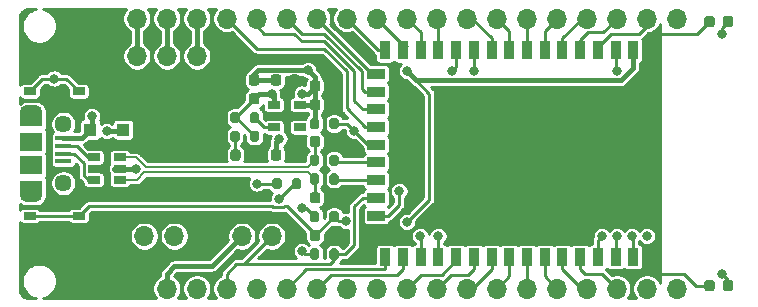
<source format=gtl>
G04 #@! TF.GenerationSoftware,KiCad,Pcbnew,5.1.10-88a1d61d58~90~ubuntu21.04.1*
G04 #@! TF.CreationDate,2021-10-15T14:22:21-03:00*
G04 #@! TF.ProjectId,Franzininho WIFI,4672616e-7a69-46e6-996e-686f20574946,rev?*
G04 #@! TF.SameCoordinates,Original*
G04 #@! TF.FileFunction,Copper,L1,Top*
G04 #@! TF.FilePolarity,Positive*
%FSLAX46Y46*%
G04 Gerber Fmt 4.6, Leading zero omitted, Abs format (unit mm)*
G04 Created by KiCad (PCBNEW 5.1.10-88a1d61d58~90~ubuntu21.04.1) date 2021-10-15 14:22:21*
%MOMM*%
%LPD*%
G01*
G04 APERTURE LIST*
G04 #@! TA.AperFunction,ComponentPad*
%ADD10O,1.700000X1.700000*%
G04 #@! TD*
G04 #@! TA.AperFunction,ComponentPad*
%ADD11R,1.700000X1.700000*%
G04 #@! TD*
G04 #@! TA.AperFunction,SMDPad,CuDef*
%ADD12R,0.900000X1.500000*%
G04 #@! TD*
G04 #@! TA.AperFunction,SMDPad,CuDef*
%ADD13R,1.500000X0.900000*%
G04 #@! TD*
G04 #@! TA.AperFunction,SMDPad,CuDef*
%ADD14R,1.100000X1.100000*%
G04 #@! TD*
G04 #@! TA.AperFunction,SMDPad,CuDef*
%ADD15R,1.060000X0.650000*%
G04 #@! TD*
G04 #@! TA.AperFunction,SMDPad,CuDef*
%ADD16R,1.900000X1.500000*%
G04 #@! TD*
G04 #@! TA.AperFunction,ComponentPad*
%ADD17C,1.450000*%
G04 #@! TD*
G04 #@! TA.AperFunction,SMDPad,CuDef*
%ADD18R,1.350000X0.400000*%
G04 #@! TD*
G04 #@! TA.AperFunction,ComponentPad*
%ADD19O,1.900000X1.200000*%
G04 #@! TD*
G04 #@! TA.AperFunction,SMDPad,CuDef*
%ADD20R,1.900000X1.200000*%
G04 #@! TD*
G04 #@! TA.AperFunction,SMDPad,CuDef*
%ADD21R,1.050000X0.650000*%
G04 #@! TD*
G04 #@! TA.AperFunction,ViaPad*
%ADD22C,0.800000*%
G04 #@! TD*
G04 #@! TA.AperFunction,ViaPad*
%ADD23C,0.500000*%
G04 #@! TD*
G04 #@! TA.AperFunction,Conductor*
%ADD24C,0.254000*%
G04 #@! TD*
G04 #@! TA.AperFunction,Conductor*
%ADD25C,0.381000*%
G04 #@! TD*
G04 #@! TA.AperFunction,Conductor*
%ADD26C,0.250000*%
G04 #@! TD*
G04 #@! TA.AperFunction,Conductor*
%ADD27C,0.200000*%
G04 #@! TD*
G04 #@! TA.AperFunction,Conductor*
%ADD28C,0.100000*%
G04 #@! TD*
G04 APERTURE END LIST*
D10*
X138430000Y-97155000D03*
X135890000Y-97155000D03*
X133350000Y-97155000D03*
D11*
X130810000Y-97155000D03*
D10*
X179070000Y-93980000D03*
X176530000Y-93980000D03*
X173990000Y-93980000D03*
X171450000Y-93980000D03*
X168910000Y-93980000D03*
X166370000Y-93980000D03*
X163830000Y-93980000D03*
X161290000Y-93980000D03*
X158750000Y-93980000D03*
X156210000Y-93980000D03*
X153670000Y-93980000D03*
X151130000Y-93980000D03*
X148590000Y-93980000D03*
X146050000Y-93980000D03*
X143510000Y-93980000D03*
X140970000Y-93980000D03*
X138430000Y-93980000D03*
X135890000Y-93980000D03*
X133350000Y-93980000D03*
D11*
X130810000Y-93980000D03*
D10*
X179070000Y-116840000D03*
X176530000Y-116840000D03*
X173990000Y-116840000D03*
X171450000Y-116840000D03*
X168910000Y-116840000D03*
X166370000Y-116840000D03*
X163830000Y-116840000D03*
X161290000Y-116840000D03*
X158750000Y-116840000D03*
X156210000Y-116840000D03*
X153670000Y-116840000D03*
X151130000Y-116840000D03*
X148590000Y-116840000D03*
X146050000Y-116840000D03*
X143510000Y-116840000D03*
X140970000Y-116840000D03*
X138430000Y-116840000D03*
X135890000Y-116840000D03*
X133350000Y-116840000D03*
D11*
X130810000Y-116840000D03*
D10*
X144780000Y-112395000D03*
X142240000Y-112395000D03*
D11*
X139700000Y-112395000D03*
X131445000Y-112395000D03*
D10*
X133985000Y-112395000D03*
X136525000Y-112395000D03*
G04 #@! TA.AperFunction,SMDPad,CuDef*
G36*
G01*
X149650000Y-111019000D02*
X149650000Y-110469000D01*
G75*
G02*
X149850000Y-110269000I200000J0D01*
G01*
X150250000Y-110269000D01*
G75*
G02*
X150450000Y-110469000I0J-200000D01*
G01*
X150450000Y-111019000D01*
G75*
G02*
X150250000Y-111219000I-200000J0D01*
G01*
X149850000Y-111219000D01*
G75*
G02*
X149650000Y-111019000I0J200000D01*
G01*
G37*
G04 #@! TD.AperFunction*
G04 #@! TA.AperFunction,SMDPad,CuDef*
G36*
G01*
X148000000Y-111019000D02*
X148000000Y-110469000D01*
G75*
G02*
X148200000Y-110269000I200000J0D01*
G01*
X148600000Y-110269000D01*
G75*
G02*
X148800000Y-110469000I0J-200000D01*
G01*
X148800000Y-111019000D01*
G75*
G02*
X148600000Y-111219000I-200000J0D01*
G01*
X148200000Y-111219000D01*
G75*
G02*
X148000000Y-111019000I0J200000D01*
G01*
G37*
G04 #@! TD.AperFunction*
G04 #@! TA.AperFunction,SMDPad,CuDef*
G36*
G01*
X148000000Y-112581500D02*
X148000000Y-112081500D01*
G75*
G02*
X148225000Y-111856500I225000J0D01*
G01*
X148675000Y-111856500D01*
G75*
G02*
X148900000Y-112081500I0J-225000D01*
G01*
X148900000Y-112581500D01*
G75*
G02*
X148675000Y-112806500I-225000J0D01*
G01*
X148225000Y-112806500D01*
G75*
G02*
X148000000Y-112581500I0J225000D01*
G01*
G37*
G04 #@! TD.AperFunction*
G04 #@! TA.AperFunction,SMDPad,CuDef*
G36*
G01*
X149550000Y-112581500D02*
X149550000Y-112081500D01*
G75*
G02*
X149775000Y-111856500I225000J0D01*
G01*
X150225000Y-111856500D01*
G75*
G02*
X150450000Y-112081500I0J-225000D01*
G01*
X150450000Y-112581500D01*
G75*
G02*
X150225000Y-112806500I-225000J0D01*
G01*
X149775000Y-112806500D01*
G75*
G02*
X149550000Y-112581500I0J225000D01*
G01*
G37*
G04 #@! TD.AperFunction*
G04 #@! TA.AperFunction,SMDPad,CuDef*
G36*
G01*
X148000000Y-107844000D02*
X148000000Y-107294000D01*
G75*
G02*
X148200000Y-107094000I200000J0D01*
G01*
X148600000Y-107094000D01*
G75*
G02*
X148800000Y-107294000I0J-200000D01*
G01*
X148800000Y-107844000D01*
G75*
G02*
X148600000Y-108044000I-200000J0D01*
G01*
X148200000Y-108044000D01*
G75*
G02*
X148000000Y-107844000I0J200000D01*
G01*
G37*
G04 #@! TD.AperFunction*
G04 #@! TA.AperFunction,SMDPad,CuDef*
G36*
G01*
X149650000Y-107844000D02*
X149650000Y-107294000D01*
G75*
G02*
X149850000Y-107094000I200000J0D01*
G01*
X150250000Y-107094000D01*
G75*
G02*
X150450000Y-107294000I0J-200000D01*
G01*
X150450000Y-107844000D01*
G75*
G02*
X150250000Y-108044000I-200000J0D01*
G01*
X149850000Y-108044000D01*
G75*
G02*
X149650000Y-107844000I0J200000D01*
G01*
G37*
G04 #@! TD.AperFunction*
G04 #@! TA.AperFunction,SMDPad,CuDef*
G36*
G01*
X148800000Y-105706500D02*
X148800000Y-106256500D01*
G75*
G02*
X148600000Y-106456500I-200000J0D01*
G01*
X148200000Y-106456500D01*
G75*
G02*
X148000000Y-106256500I0J200000D01*
G01*
X148000000Y-105706500D01*
G75*
G02*
X148200000Y-105506500I200000J0D01*
G01*
X148600000Y-105506500D01*
G75*
G02*
X148800000Y-105706500I0J-200000D01*
G01*
G37*
G04 #@! TD.AperFunction*
G04 #@! TA.AperFunction,SMDPad,CuDef*
G36*
G01*
X150450000Y-105706500D02*
X150450000Y-106256500D01*
G75*
G02*
X150250000Y-106456500I-200000J0D01*
G01*
X149850000Y-106456500D01*
G75*
G02*
X149650000Y-106256500I0J200000D01*
G01*
X149650000Y-105706500D01*
G75*
G02*
X149850000Y-105506500I200000J0D01*
G01*
X150250000Y-105506500D01*
G75*
G02*
X150450000Y-105706500I0J-200000D01*
G01*
G37*
G04 #@! TD.AperFunction*
D12*
X154385000Y-96660000D03*
X155885000Y-96660000D03*
X157385000Y-96660000D03*
X158885000Y-96660000D03*
X160385000Y-96660000D03*
X161885000Y-96660000D03*
X163385000Y-96660000D03*
X164885000Y-96660000D03*
X166385000Y-96660000D03*
X167885000Y-96660000D03*
X169385000Y-96660000D03*
X170885000Y-96660000D03*
X172385000Y-96660000D03*
X173885000Y-96660000D03*
X175385000Y-96660000D03*
X176885000Y-96660000D03*
D13*
X153635000Y-98660000D03*
X153635000Y-100160000D03*
X153635000Y-101660000D03*
X153635000Y-103160000D03*
X153635000Y-104660000D03*
X153635000Y-106160000D03*
X153635000Y-107660000D03*
X153635000Y-109160000D03*
X153635000Y-110660000D03*
X153635000Y-112160000D03*
D12*
X154385000Y-114160000D03*
X155885000Y-114160000D03*
X157385000Y-114160000D03*
X158885000Y-114160000D03*
X160385000Y-114160000D03*
X161885000Y-114160000D03*
X163385000Y-114160000D03*
X164885000Y-114160000D03*
X166385000Y-114160000D03*
X167885000Y-114160000D03*
X169385000Y-114160000D03*
X170885000Y-114160000D03*
X172385000Y-114160000D03*
X173885000Y-114160000D03*
X175385000Y-114160000D03*
X176885000Y-114160000D03*
D14*
X168835000Y-104220000D03*
X170385000Y-104220000D03*
X170385000Y-105720000D03*
X168835000Y-105720000D03*
X167335000Y-105720000D03*
X167335000Y-104220000D03*
X167335000Y-102720000D03*
X168835000Y-102720000D03*
X170385000Y-102720000D03*
G04 #@! TA.AperFunction,SMDPad,CuDef*
G36*
G01*
X148000000Y-101532500D02*
X148000000Y-101032500D01*
G75*
G02*
X148225000Y-100807500I225000J0D01*
G01*
X148675000Y-100807500D01*
G75*
G02*
X148900000Y-101032500I0J-225000D01*
G01*
X148900000Y-101532500D01*
G75*
G02*
X148675000Y-101757500I-225000J0D01*
G01*
X148225000Y-101757500D01*
G75*
G02*
X148000000Y-101532500I0J225000D01*
G01*
G37*
G04 #@! TD.AperFunction*
G04 #@! TA.AperFunction,SMDPad,CuDef*
G36*
G01*
X149550000Y-101532500D02*
X149550000Y-101032500D01*
G75*
G02*
X149775000Y-100807500I225000J0D01*
G01*
X150225000Y-100807500D01*
G75*
G02*
X150450000Y-101032500I0J-225000D01*
G01*
X150450000Y-101532500D01*
G75*
G02*
X150225000Y-101757500I-225000J0D01*
G01*
X149775000Y-101757500D01*
G75*
G02*
X149550000Y-101532500I0J225000D01*
G01*
G37*
G04 #@! TD.AperFunction*
D15*
X144950000Y-101285000D03*
X144950000Y-102235000D03*
X144950000Y-103185000D03*
X147150000Y-103185000D03*
X147150000Y-101285000D03*
D16*
X124429000Y-106410000D03*
D17*
X127129000Y-102910000D03*
D18*
X127129000Y-104760000D03*
X127129000Y-104110000D03*
X127129000Y-106710000D03*
X127129000Y-106060000D03*
X127129000Y-105410000D03*
D17*
X127129000Y-107910000D03*
D16*
X124429000Y-104410000D03*
D19*
X124429000Y-101910000D03*
X124429000Y-108910000D03*
D20*
X124429000Y-108310000D03*
X124429000Y-102510000D03*
G04 #@! TA.AperFunction,SMDPad,CuDef*
G36*
G01*
X148000000Y-99945000D02*
X148000000Y-99445000D01*
G75*
G02*
X148225000Y-99220000I225000J0D01*
G01*
X148675000Y-99220000D01*
G75*
G02*
X148900000Y-99445000I0J-225000D01*
G01*
X148900000Y-99945000D01*
G75*
G02*
X148675000Y-100170000I-225000J0D01*
G01*
X148225000Y-100170000D01*
G75*
G02*
X148000000Y-99945000I0J225000D01*
G01*
G37*
G04 #@! TD.AperFunction*
G04 #@! TA.AperFunction,SMDPad,CuDef*
G36*
G01*
X149550000Y-99945000D02*
X149550000Y-99445000D01*
G75*
G02*
X149775000Y-99220000I225000J0D01*
G01*
X150225000Y-99220000D01*
G75*
G02*
X150450000Y-99445000I0J-225000D01*
G01*
X150450000Y-99945000D01*
G75*
G02*
X150225000Y-100170000I-225000J0D01*
G01*
X149775000Y-100170000D01*
G75*
G02*
X149550000Y-99945000I0J225000D01*
G01*
G37*
G04 #@! TD.AperFunction*
G04 #@! TA.AperFunction,SMDPad,CuDef*
G36*
G01*
X148000000Y-103145000D02*
X148000000Y-102595000D01*
G75*
G02*
X148200000Y-102395000I200000J0D01*
G01*
X148600000Y-102395000D01*
G75*
G02*
X148800000Y-102595000I0J-200000D01*
G01*
X148800000Y-103145000D01*
G75*
G02*
X148600000Y-103345000I-200000J0D01*
G01*
X148200000Y-103345000D01*
G75*
G02*
X148000000Y-103145000I0J200000D01*
G01*
G37*
G04 #@! TD.AperFunction*
G04 #@! TA.AperFunction,SMDPad,CuDef*
G36*
G01*
X149650000Y-103145000D02*
X149650000Y-102595000D01*
G75*
G02*
X149850000Y-102395000I200000J0D01*
G01*
X150250000Y-102395000D01*
G75*
G02*
X150450000Y-102595000I0J-200000D01*
G01*
X150450000Y-103145000D01*
G75*
G02*
X150250000Y-103345000I-200000J0D01*
G01*
X149850000Y-103345000D01*
G75*
G02*
X149650000Y-103145000I0J200000D01*
G01*
G37*
G04 #@! TD.AperFunction*
G04 #@! TA.AperFunction,SMDPad,CuDef*
G36*
G01*
X143719000Y-100524500D02*
X143719000Y-101024500D01*
G75*
G02*
X143494000Y-101249500I-225000J0D01*
G01*
X143044000Y-101249500D01*
G75*
G02*
X142819000Y-101024500I0J225000D01*
G01*
X142819000Y-100524500D01*
G75*
G02*
X143044000Y-100299500I225000J0D01*
G01*
X143494000Y-100299500D01*
G75*
G02*
X143719000Y-100524500I0J-225000D01*
G01*
G37*
G04 #@! TD.AperFunction*
G04 #@! TA.AperFunction,SMDPad,CuDef*
G36*
G01*
X142169000Y-100524500D02*
X142169000Y-101024500D01*
G75*
G02*
X141944000Y-101249500I-225000J0D01*
G01*
X141494000Y-101249500D01*
G75*
G02*
X141269000Y-101024500I0J225000D01*
G01*
X141269000Y-100524500D01*
G75*
G02*
X141494000Y-100299500I225000J0D01*
G01*
X141944000Y-100299500D01*
G75*
G02*
X142169000Y-100524500I0J-225000D01*
G01*
G37*
G04 #@! TD.AperFunction*
G04 #@! TA.AperFunction,SMDPad,CuDef*
G36*
G01*
X149550000Y-109406500D02*
X149550000Y-108906500D01*
G75*
G02*
X149775000Y-108681500I225000J0D01*
G01*
X150225000Y-108681500D01*
G75*
G02*
X150450000Y-108906500I0J-225000D01*
G01*
X150450000Y-109406500D01*
G75*
G02*
X150225000Y-109631500I-225000J0D01*
G01*
X149775000Y-109631500D01*
G75*
G02*
X149550000Y-109406500I0J225000D01*
G01*
G37*
G04 #@! TD.AperFunction*
G04 #@! TA.AperFunction,SMDPad,CuDef*
G36*
G01*
X148000000Y-109406500D02*
X148000000Y-108906500D01*
G75*
G02*
X148225000Y-108681500I225000J0D01*
G01*
X148675000Y-108681500D01*
G75*
G02*
X148900000Y-108906500I0J-225000D01*
G01*
X148900000Y-109406500D01*
G75*
G02*
X148675000Y-109631500I-225000J0D01*
G01*
X148225000Y-109631500D01*
G75*
G02*
X148000000Y-109406500I0J225000D01*
G01*
G37*
G04 #@! TD.AperFunction*
G04 #@! TA.AperFunction,SMDPad,CuDef*
G36*
G01*
X149550000Y-104644000D02*
X149550000Y-104144000D01*
G75*
G02*
X149775000Y-103919000I225000J0D01*
G01*
X150225000Y-103919000D01*
G75*
G02*
X150450000Y-104144000I0J-225000D01*
G01*
X150450000Y-104644000D01*
G75*
G02*
X150225000Y-104869000I-225000J0D01*
G01*
X149775000Y-104869000D01*
G75*
G02*
X149550000Y-104644000I0J225000D01*
G01*
G37*
G04 #@! TD.AperFunction*
G04 #@! TA.AperFunction,SMDPad,CuDef*
G36*
G01*
X148000000Y-104644000D02*
X148000000Y-104144000D01*
G75*
G02*
X148225000Y-103919000I225000J0D01*
G01*
X148675000Y-103919000D01*
G75*
G02*
X148900000Y-104144000I0J-225000D01*
G01*
X148900000Y-104644000D01*
G75*
G02*
X148675000Y-104869000I-225000J0D01*
G01*
X148225000Y-104869000D01*
G75*
G02*
X148000000Y-104644000I0J225000D01*
G01*
G37*
G04 #@! TD.AperFunction*
G04 #@! TA.AperFunction,SMDPad,CuDef*
G36*
G01*
X143719000Y-105280750D02*
X143719000Y-105793250D01*
G75*
G02*
X143500250Y-106012000I-218750J0D01*
G01*
X143062750Y-106012000D01*
G75*
G02*
X142844000Y-105793250I0J218750D01*
G01*
X142844000Y-105280750D01*
G75*
G02*
X143062750Y-105062000I218750J0D01*
G01*
X143500250Y-105062000D01*
G75*
G02*
X143719000Y-105280750I0J-218750D01*
G01*
G37*
G04 #@! TD.AperFunction*
G04 #@! TA.AperFunction,SMDPad,CuDef*
G36*
G01*
X142144000Y-105280750D02*
X142144000Y-105793250D01*
G75*
G02*
X141925250Y-106012000I-218750J0D01*
G01*
X141487750Y-106012000D01*
G75*
G02*
X141269000Y-105793250I0J218750D01*
G01*
X141269000Y-105280750D01*
G75*
G02*
X141487750Y-105062000I218750J0D01*
G01*
X141925250Y-105062000D01*
G75*
G02*
X142144000Y-105280750I0J-218750D01*
G01*
G37*
G04 #@! TD.AperFunction*
G04 #@! TA.AperFunction,SMDPad,CuDef*
G36*
G01*
X143719000Y-103674500D02*
X143719000Y-104224500D01*
G75*
G02*
X143519000Y-104424500I-200000J0D01*
G01*
X143119000Y-104424500D01*
G75*
G02*
X142919000Y-104224500I0J200000D01*
G01*
X142919000Y-103674500D01*
G75*
G02*
X143119000Y-103474500I200000J0D01*
G01*
X143519000Y-103474500D01*
G75*
G02*
X143719000Y-103674500I0J-200000D01*
G01*
G37*
G04 #@! TD.AperFunction*
G04 #@! TA.AperFunction,SMDPad,CuDef*
G36*
G01*
X142069000Y-103674500D02*
X142069000Y-104224500D01*
G75*
G02*
X141869000Y-104424500I-200000J0D01*
G01*
X141469000Y-104424500D01*
G75*
G02*
X141269000Y-104224500I0J200000D01*
G01*
X141269000Y-103674500D01*
G75*
G02*
X141469000Y-103474500I200000J0D01*
G01*
X141869000Y-103474500D01*
G75*
G02*
X142069000Y-103674500I0J-200000D01*
G01*
G37*
G04 #@! TD.AperFunction*
D21*
X128440000Y-112835000D03*
X124290000Y-112835000D03*
X128440000Y-110685000D03*
X124290000Y-110685000D03*
X124290000Y-97985000D03*
X128440000Y-97985000D03*
X124290000Y-100135000D03*
X128440000Y-100135000D03*
G04 #@! TA.AperFunction,SMDPad,CuDef*
G36*
G01*
X143719000Y-98937000D02*
X143719000Y-99437000D01*
G75*
G02*
X143494000Y-99662000I-225000J0D01*
G01*
X143044000Y-99662000D01*
G75*
G02*
X142819000Y-99437000I0J225000D01*
G01*
X142819000Y-98937000D01*
G75*
G02*
X143044000Y-98712000I225000J0D01*
G01*
X143494000Y-98712000D01*
G75*
G02*
X143719000Y-98937000I0J-225000D01*
G01*
G37*
G04 #@! TD.AperFunction*
G04 #@! TA.AperFunction,SMDPad,CuDef*
G36*
G01*
X142169000Y-98937000D02*
X142169000Y-99437000D01*
G75*
G02*
X141944000Y-99662000I-225000J0D01*
G01*
X141494000Y-99662000D01*
G75*
G02*
X141269000Y-99437000I0J225000D01*
G01*
X141269000Y-98937000D01*
G75*
G02*
X141494000Y-98712000I225000J0D01*
G01*
X141944000Y-98712000D01*
G75*
G02*
X142169000Y-98937000I0J-225000D01*
G01*
G37*
G04 #@! TD.AperFunction*
G04 #@! TA.AperFunction,SMDPad,CuDef*
G36*
G01*
X146248000Y-99437000D02*
X146248000Y-98937000D01*
G75*
G02*
X146473000Y-98712000I225000J0D01*
G01*
X146923000Y-98712000D01*
G75*
G02*
X147148000Y-98937000I0J-225000D01*
G01*
X147148000Y-99437000D01*
G75*
G02*
X146923000Y-99662000I-225000J0D01*
G01*
X146473000Y-99662000D01*
G75*
G02*
X146248000Y-99437000I0J225000D01*
G01*
G37*
G04 #@! TD.AperFunction*
G04 #@! TA.AperFunction,SMDPad,CuDef*
G36*
G01*
X144698000Y-99437000D02*
X144698000Y-98937000D01*
G75*
G02*
X144923000Y-98712000I225000J0D01*
G01*
X145373000Y-98712000D01*
G75*
G02*
X145598000Y-98937000I0J-225000D01*
G01*
X145598000Y-99437000D01*
G75*
G02*
X145373000Y-99662000I-225000J0D01*
G01*
X144923000Y-99662000D01*
G75*
G02*
X144698000Y-99437000I0J225000D01*
G01*
G37*
G04 #@! TD.AperFunction*
G04 #@! TA.AperFunction,SMDPad,CuDef*
G36*
G01*
X144698000Y-105787000D02*
X144698000Y-105287000D01*
G75*
G02*
X144923000Y-105062000I225000J0D01*
G01*
X145373000Y-105062000D01*
G75*
G02*
X145598000Y-105287000I0J-225000D01*
G01*
X145598000Y-105787000D01*
G75*
G02*
X145373000Y-106012000I-225000J0D01*
G01*
X144923000Y-106012000D01*
G75*
G02*
X144698000Y-105787000I0J225000D01*
G01*
G37*
G04 #@! TD.AperFunction*
G04 #@! TA.AperFunction,SMDPad,CuDef*
G36*
G01*
X146248000Y-105787000D02*
X146248000Y-105287000D01*
G75*
G02*
X146473000Y-105062000I225000J0D01*
G01*
X146923000Y-105062000D01*
G75*
G02*
X147148000Y-105287000I0J-225000D01*
G01*
X147148000Y-105787000D01*
G75*
G02*
X146923000Y-106012000I-225000J0D01*
G01*
X146473000Y-106012000D01*
G75*
G02*
X146248000Y-105787000I0J225000D01*
G01*
G37*
G04 #@! TD.AperFunction*
G04 #@! TA.AperFunction,SMDPad,CuDef*
G36*
G01*
X141269000Y-102637000D02*
X141269000Y-102087000D01*
G75*
G02*
X141469000Y-101887000I200000J0D01*
G01*
X141869000Y-101887000D01*
G75*
G02*
X142069000Y-102087000I0J-200000D01*
G01*
X142069000Y-102637000D01*
G75*
G02*
X141869000Y-102837000I-200000J0D01*
G01*
X141469000Y-102837000D01*
G75*
G02*
X141269000Y-102637000I0J200000D01*
G01*
G37*
G04 #@! TD.AperFunction*
G04 #@! TA.AperFunction,SMDPad,CuDef*
G36*
G01*
X142919000Y-102637000D02*
X142919000Y-102087000D01*
G75*
G02*
X143119000Y-101887000I200000J0D01*
G01*
X143519000Y-101887000D01*
G75*
G02*
X143719000Y-102087000I0J-200000D01*
G01*
X143719000Y-102637000D01*
G75*
G02*
X143519000Y-102837000I-200000J0D01*
G01*
X143119000Y-102837000D01*
G75*
G02*
X142919000Y-102637000I0J200000D01*
G01*
G37*
G04 #@! TD.AperFunction*
D15*
X129710000Y-105730000D03*
X129710000Y-106680000D03*
X129710000Y-107630000D03*
X131910000Y-107630000D03*
X131910000Y-105730000D03*
X131910000Y-106680000D03*
D14*
X132210000Y-103378000D03*
X129410000Y-103378000D03*
G04 #@! TA.AperFunction,SMDPad,CuDef*
G36*
G01*
X150450000Y-113644000D02*
X150450000Y-114194000D01*
G75*
G02*
X150250000Y-114394000I-200000J0D01*
G01*
X149850000Y-114394000D01*
G75*
G02*
X149650000Y-114194000I0J200000D01*
G01*
X149650000Y-113644000D01*
G75*
G02*
X149850000Y-113444000I200000J0D01*
G01*
X150250000Y-113444000D01*
G75*
G02*
X150450000Y-113644000I0J-200000D01*
G01*
G37*
G04 #@! TD.AperFunction*
G04 #@! TA.AperFunction,SMDPad,CuDef*
G36*
G01*
X148800000Y-113644000D02*
X148800000Y-114194000D01*
G75*
G02*
X148600000Y-114394000I-200000J0D01*
G01*
X148200000Y-114394000D01*
G75*
G02*
X148000000Y-114194000I0J200000D01*
G01*
X148000000Y-113644000D01*
G75*
G02*
X148200000Y-113444000I200000J0D01*
G01*
X148600000Y-113444000D01*
G75*
G02*
X148800000Y-113644000I0J-200000D01*
G01*
G37*
G04 #@! TD.AperFunction*
G04 #@! TA.AperFunction,SMDPad,CuDef*
G36*
G01*
X145625000Y-107675000D02*
X145625000Y-108225000D01*
G75*
G02*
X145425000Y-108425000I-200000J0D01*
G01*
X145025000Y-108425000D01*
G75*
G02*
X144825000Y-108225000I0J200000D01*
G01*
X144825000Y-107675000D01*
G75*
G02*
X145025000Y-107475000I200000J0D01*
G01*
X145425000Y-107475000D01*
G75*
G02*
X145625000Y-107675000I0J-200000D01*
G01*
G37*
G04 #@! TD.AperFunction*
G04 #@! TA.AperFunction,SMDPad,CuDef*
G36*
G01*
X147275000Y-107675000D02*
X147275000Y-108225000D01*
G75*
G02*
X147075000Y-108425000I-200000J0D01*
G01*
X146675000Y-108425000D01*
G75*
G02*
X146475000Y-108225000I0J200000D01*
G01*
X146475000Y-107675000D01*
G75*
G02*
X146675000Y-107475000I200000J0D01*
G01*
X147075000Y-107475000D01*
G75*
G02*
X147275000Y-107675000I0J-200000D01*
G01*
G37*
G04 #@! TD.AperFunction*
G04 #@! TA.AperFunction,SMDPad,CuDef*
G36*
G01*
X182976000Y-116842250D02*
X182976000Y-116329750D01*
G75*
G02*
X183194750Y-116111000I218750J0D01*
G01*
X183632250Y-116111000D01*
G75*
G02*
X183851000Y-116329750I0J-218750D01*
G01*
X183851000Y-116842250D01*
G75*
G02*
X183632250Y-117061000I-218750J0D01*
G01*
X183194750Y-117061000D01*
G75*
G02*
X182976000Y-116842250I0J218750D01*
G01*
G37*
G04 #@! TD.AperFunction*
G04 #@! TA.AperFunction,SMDPad,CuDef*
G36*
G01*
X181401000Y-116842250D02*
X181401000Y-116329750D01*
G75*
G02*
X181619750Y-116111000I218750J0D01*
G01*
X182057250Y-116111000D01*
G75*
G02*
X182276000Y-116329750I0J-218750D01*
G01*
X182276000Y-116842250D01*
G75*
G02*
X182057250Y-117061000I-218750J0D01*
G01*
X181619750Y-117061000D01*
G75*
G02*
X181401000Y-116842250I0J218750D01*
G01*
G37*
G04 #@! TD.AperFunction*
G04 #@! TA.AperFunction,SMDPad,CuDef*
G36*
G01*
X181401000Y-94490250D02*
X181401000Y-93977750D01*
G75*
G02*
X181619750Y-93759000I218750J0D01*
G01*
X182057250Y-93759000D01*
G75*
G02*
X182276000Y-93977750I0J-218750D01*
G01*
X182276000Y-94490250D01*
G75*
G02*
X182057250Y-94709000I-218750J0D01*
G01*
X181619750Y-94709000D01*
G75*
G02*
X181401000Y-94490250I0J218750D01*
G01*
G37*
G04 #@! TD.AperFunction*
G04 #@! TA.AperFunction,SMDPad,CuDef*
G36*
G01*
X182976000Y-94490250D02*
X182976000Y-93977750D01*
G75*
G02*
X183194750Y-93759000I218750J0D01*
G01*
X183632250Y-93759000D01*
G75*
G02*
X183851000Y-93977750I0J-218750D01*
G01*
X183851000Y-94490250D01*
G75*
G02*
X183632250Y-94709000I-218750J0D01*
G01*
X183194750Y-94709000D01*
G75*
G02*
X182976000Y-94490250I0J218750D01*
G01*
G37*
G04 #@! TD.AperFunction*
D22*
X148844000Y-97536000D03*
X146050000Y-100330000D03*
D23*
X152844500Y-112395000D03*
X150876000Y-112776000D03*
X144272000Y-104394000D03*
D22*
X176847500Y-98742500D03*
X176530000Y-110109000D03*
X160591500Y-102362000D03*
X160591500Y-108648500D03*
X166116000Y-111506000D03*
D23*
X151447500Y-104965500D03*
D22*
X147851490Y-98321490D03*
X156210000Y-98425000D03*
X145415000Y-104140000D03*
X147320000Y-100330000D03*
X156210000Y-111217000D03*
X147324550Y-109987755D03*
X133285950Y-106711400D03*
X129540000Y-102235000D03*
X144780000Y-100330000D03*
X130810000Y-103505000D03*
X151765000Y-103505000D03*
X173990000Y-98425000D03*
X126365000Y-99060000D03*
X161925000Y-98425000D03*
X160020000Y-98425000D03*
X155575000Y-108585000D03*
X145415000Y-109220000D03*
X157353000Y-112395000D03*
X158877000Y-112395000D03*
X172720000Y-112395000D03*
X173990000Y-112395000D03*
X175260000Y-112395000D03*
X151038000Y-111125000D03*
X182880000Y-115570000D03*
X147320000Y-113665000D03*
X176530000Y-112395000D03*
X143510000Y-107950000D03*
X182880000Y-95250000D03*
D24*
X176885000Y-115417000D02*
X176885000Y-114160000D01*
X177038000Y-115570000D02*
X176885000Y-115417000D01*
X179705000Y-115570000D02*
X177038000Y-115570000D01*
X180721000Y-116586000D02*
X179705000Y-115570000D01*
X181838500Y-116586000D02*
X180721000Y-116586000D01*
X177165000Y-95250000D02*
X180822500Y-95250000D01*
X180822500Y-95250000D02*
X181838500Y-94234000D01*
X176885000Y-95530000D02*
X177165000Y-95250000D01*
X176885000Y-96660000D02*
X176885000Y-95530000D01*
D25*
X148450000Y-102820000D02*
X148400000Y-102870000D01*
X148450000Y-99695000D02*
X148450000Y-102820000D01*
X133350000Y-93980000D02*
X133350000Y-97155000D01*
X148447500Y-101285000D02*
X148450000Y-101282500D01*
X147150000Y-101285000D02*
X148447500Y-101285000D01*
X147851490Y-98321490D02*
X146581490Y-98321490D01*
X148450000Y-98920000D02*
X147851490Y-98321490D01*
X148450000Y-99695000D02*
X148450000Y-98920000D01*
X157000501Y-99215501D02*
X156210000Y-98425000D01*
X174369441Y-99215501D02*
X157000501Y-99215501D01*
X175385000Y-98199942D02*
X174369441Y-99215501D01*
X175385000Y-96660000D02*
X175385000Y-98199942D01*
X143269000Y-99187000D02*
X143269000Y-98666000D01*
X143613510Y-98321490D02*
X147851490Y-98321490D01*
X143269000Y-98666000D02*
X143613510Y-98321490D01*
X145148000Y-99187000D02*
X143269000Y-99187000D01*
X145148000Y-104407000D02*
X145415000Y-104140000D01*
X145148000Y-105537000D02*
X145148000Y-104407000D01*
X147815000Y-100330000D02*
X148450000Y-99695000D01*
X147320000Y-100330000D02*
X147815000Y-100330000D01*
D24*
X147643755Y-109987755D02*
X148400000Y-110744000D01*
X147324550Y-109987755D02*
X147643755Y-109987755D01*
X158115000Y-100330000D02*
X156210000Y-98425000D01*
X158115000Y-109312000D02*
X158115000Y-100330000D01*
X156210000Y-111217000D02*
X158115000Y-109312000D01*
D25*
X128678000Y-104110000D02*
X129410000Y-103378000D01*
X127129000Y-104110000D02*
X128678000Y-104110000D01*
X131445000Y-106680000D02*
X131910000Y-106680000D01*
X133254550Y-106680000D02*
X133285950Y-106711400D01*
X131910000Y-106680000D02*
X133254550Y-106680000D01*
X129540000Y-103248000D02*
X129410000Y-103378000D01*
X129540000Y-102235000D02*
X129540000Y-103248000D01*
X144950000Y-100500000D02*
X144780000Y-100330000D01*
X144950000Y-101285000D02*
X144950000Y-100500000D01*
X132083000Y-103505000D02*
X132210000Y-103378000D01*
X130810000Y-103505000D02*
X132083000Y-103505000D01*
X143713500Y-100330000D02*
X143269000Y-100774500D01*
X144780000Y-100330000D02*
X143713500Y-100330000D01*
D24*
X143256500Y-100774500D02*
X141669000Y-102362000D01*
X143269000Y-100774500D02*
X143256500Y-100774500D01*
X141731500Y-102362000D02*
X143319000Y-103949500D01*
X141669000Y-102362000D02*
X141731500Y-102362000D01*
D25*
X142240000Y-112395000D02*
X139700000Y-114935000D01*
X139700000Y-114935000D02*
X136525000Y-114935000D01*
X136525000Y-114935000D02*
X135890000Y-115570000D01*
X135890000Y-115570000D02*
X135890000Y-116840000D01*
D26*
X150050000Y-102870000D02*
X150495000Y-102870000D01*
D24*
X151765000Y-103505000D02*
X151130000Y-102870000D01*
X151130000Y-102870000D02*
X150050000Y-102870000D01*
X152920000Y-104660000D02*
X153635000Y-104660000D01*
X151765000Y-103505000D02*
X152920000Y-104660000D01*
X173885000Y-98320000D02*
X173990000Y-98425000D01*
X173885000Y-96660000D02*
X173885000Y-98320000D01*
X127365000Y-99060000D02*
X128440000Y-100135000D01*
X126365000Y-99060000D02*
X127365000Y-99060000D01*
X125365000Y-99060000D02*
X124290000Y-100135000D01*
X126365000Y-99060000D02*
X125365000Y-99060000D01*
X172385000Y-96360000D02*
X173495000Y-95250000D01*
X172385000Y-96660000D02*
X172385000Y-96360000D01*
X173495000Y-95250000D02*
X175895000Y-95250000D01*
X175895000Y-95250000D02*
X176530000Y-94615000D01*
X176530000Y-94615000D02*
X176530000Y-93980000D01*
X172812999Y-95157001D02*
X171542999Y-95157001D01*
X173990000Y-93980000D02*
X172812999Y-95157001D01*
X170885000Y-95815000D02*
X170885000Y-96660000D01*
X171542999Y-95157001D02*
X170885000Y-95815000D01*
X171061000Y-93980000D02*
X171450000Y-93980000D01*
X169385000Y-95656000D02*
X171061000Y-93980000D01*
X169385000Y-96660000D02*
X169385000Y-95656000D01*
X168910000Y-93980000D02*
X168776398Y-93980000D01*
X167885000Y-95005000D02*
X168910000Y-93980000D01*
X167885000Y-96660000D02*
X167885000Y-95005000D01*
X166385000Y-96371398D02*
X166385000Y-96660000D01*
X166385000Y-93995000D02*
X166370000Y-93980000D01*
X166385000Y-96660000D02*
X166385000Y-93995000D01*
X163830000Y-93980000D02*
X163830000Y-94615000D01*
X164885000Y-95035000D02*
X163830000Y-93980000D01*
X164885000Y-96660000D02*
X164885000Y-95035000D01*
X161709000Y-93980000D02*
X161290000Y-93980000D01*
X163385000Y-95656000D02*
X161709000Y-93980000D01*
X163385000Y-96660000D02*
X163385000Y-95656000D01*
D25*
X138430000Y-93980000D02*
X138430000Y-97155000D01*
D24*
X161925000Y-96700000D02*
X161885000Y-96660000D01*
X161925000Y-98425000D02*
X161925000Y-96700000D01*
D25*
X135890000Y-93980000D02*
X135890000Y-97155000D01*
D24*
X160385000Y-98060000D02*
X160020000Y-98425000D01*
X160385000Y-96660000D02*
X160385000Y-98060000D01*
X158885000Y-94115000D02*
X158750000Y-93980000D01*
X158885000Y-96660000D02*
X158885000Y-94115000D01*
X157385000Y-95155000D02*
X156210000Y-93980000D01*
X157385000Y-96660000D02*
X157385000Y-95155000D01*
X156210000Y-96335000D02*
X155885000Y-96660000D01*
X155885000Y-96195000D02*
X153670000Y-93980000D01*
X155885000Y-96660000D02*
X155885000Y-96195000D01*
X153810000Y-96660000D02*
X151130000Y-93980000D01*
X154385000Y-96660000D02*
X153810000Y-96660000D01*
X153270000Y-98660000D02*
X148590000Y-93980000D01*
X153635000Y-98660000D02*
X153270000Y-98660000D01*
X152400000Y-99929000D02*
X152400000Y-98432066D01*
X152631000Y-100160000D02*
X152400000Y-99929000D01*
X153635000Y-100160000D02*
X152631000Y-100160000D01*
X152400000Y-98432066D02*
X149217934Y-95250000D01*
X147320000Y-95250000D02*
X149217934Y-95250000D01*
X146050000Y-93980000D02*
X147320000Y-95250000D01*
X153635000Y-109160000D02*
X152460000Y-109160000D01*
X152460000Y-109160000D02*
X151765000Y-109855000D01*
X151765000Y-109855000D02*
X151765000Y-113157000D01*
X151003000Y-113919000D02*
X150050000Y-113919000D01*
X151765000Y-113157000D02*
X151003000Y-113919000D01*
X149689021Y-114754979D02*
X141785021Y-114754979D01*
X150050000Y-114394000D02*
X149689021Y-114754979D01*
X150050000Y-113919000D02*
X150050000Y-114394000D01*
X140970000Y-115570000D02*
X140970000Y-116840000D01*
X141785021Y-114754979D02*
X140970000Y-115570000D01*
X142420021Y-114754979D02*
X141785021Y-114754979D01*
X144780000Y-112395000D02*
X142420021Y-114754979D01*
X154639000Y-110660000D02*
X155575000Y-109724000D01*
X153635000Y-110660000D02*
X154639000Y-110660000D01*
X155575000Y-109724000D02*
X155575000Y-109220000D01*
X146685000Y-107950000D02*
X145415000Y-109220000D01*
X146875000Y-107950000D02*
X146685000Y-107950000D01*
X155575000Y-108585000D02*
X155575000Y-109724000D01*
X147681011Y-115208989D02*
X146050000Y-116840000D01*
X154340011Y-115208989D02*
X147681011Y-115208989D01*
X154385000Y-115164000D02*
X154340011Y-115208989D01*
X154385000Y-114160000D02*
X154385000Y-115164000D01*
X149767001Y-115662999D02*
X148590000Y-116840000D01*
X155885000Y-115164000D02*
X155386001Y-115662999D01*
X155386001Y-115662999D02*
X149767001Y-115662999D01*
X155885000Y-114160000D02*
X155885000Y-115164000D01*
X157385000Y-112427000D02*
X157353000Y-112395000D01*
X157385000Y-114160000D02*
X157385000Y-112427000D01*
X158885000Y-112403000D02*
X158877000Y-112395000D01*
X158885000Y-114160000D02*
X158885000Y-112403000D01*
X157387001Y-115662999D02*
X156210000Y-116840000D01*
X159182001Y-115662999D02*
X157387001Y-115662999D01*
X160385000Y-114460000D02*
X159182001Y-115662999D01*
X160385000Y-114160000D02*
X160385000Y-114460000D01*
X159927001Y-115662999D02*
X158750000Y-116840000D01*
X161386001Y-115662999D02*
X159927001Y-115662999D01*
X161885000Y-115164000D02*
X161386001Y-115662999D01*
X161885000Y-114160000D02*
X161885000Y-115164000D01*
X161709000Y-116840000D02*
X161290000Y-116840000D01*
X163385000Y-115164000D02*
X161709000Y-116840000D01*
X163385000Y-114160000D02*
X163385000Y-115164000D01*
X164885000Y-115785000D02*
X163830000Y-116840000D01*
X164885000Y-114160000D02*
X164885000Y-115785000D01*
X166385000Y-116825000D02*
X166370000Y-116840000D01*
X166385000Y-114160000D02*
X166385000Y-116825000D01*
X167885000Y-115815000D02*
X168910000Y-116840000D01*
X167885000Y-114160000D02*
X167885000Y-115815000D01*
X172385000Y-112730000D02*
X172720000Y-112395000D01*
X172385000Y-114160000D02*
X172385000Y-112730000D01*
X173885000Y-114160000D02*
X173885000Y-112500000D01*
X173885000Y-112500000D02*
X173990000Y-112395000D01*
X150037500Y-110744000D02*
X148450000Y-112331500D01*
X150050000Y-110744000D02*
X150037500Y-110744000D01*
X175385000Y-112520000D02*
X175260000Y-112395000D01*
X175385000Y-114160000D02*
X175385000Y-112520000D01*
X150431000Y-111125000D02*
X150050000Y-110744000D01*
X151038000Y-111125000D02*
X150431000Y-111125000D01*
X129270000Y-109855000D02*
X128440000Y-110685000D01*
X144780000Y-109855000D02*
X129270000Y-109855000D01*
X128440000Y-110685000D02*
X124290000Y-110685000D01*
X148450000Y-112331500D02*
X148450000Y-112255000D01*
X148450000Y-112255000D02*
X146050000Y-109855000D01*
X144872001Y-109947001D02*
X144780000Y-109855000D01*
X145763961Y-109947001D02*
X144872001Y-109947001D01*
X145855962Y-109855000D02*
X145763961Y-109947001D01*
X146050000Y-109855000D02*
X145855962Y-109855000D01*
X140970000Y-93980000D02*
X143510000Y-96520000D01*
X153635000Y-103160000D02*
X152690000Y-103160000D01*
X152690000Y-103160000D02*
X151119401Y-101589401D01*
X151119401Y-101589401D02*
X151119401Y-98435599D01*
X151119401Y-98435599D02*
X149203802Y-96520000D01*
X149203802Y-96520000D02*
X143510000Y-96520000D01*
X143510000Y-93980000D02*
X143510000Y-94615000D01*
X144145000Y-95250000D02*
X146677934Y-95250000D01*
X143510000Y-94615000D02*
X144145000Y-95250000D01*
X146677934Y-95250000D02*
X147312934Y-95885000D01*
X147312934Y-95885000D02*
X149210868Y-95885000D01*
X149210868Y-95885000D02*
X151757934Y-98432066D01*
X151757934Y-98432066D02*
X151757934Y-100957934D01*
X152460000Y-101660000D02*
X153635000Y-101660000D01*
X151757934Y-100957934D02*
X152460000Y-101660000D01*
X170885000Y-115164000D02*
X171291000Y-115570000D01*
X170885000Y-114160000D02*
X170885000Y-115164000D01*
X172720000Y-115570000D02*
X173990000Y-116840000D01*
X171291000Y-115570000D02*
X172720000Y-115570000D01*
X171061000Y-116840000D02*
X171450000Y-116840000D01*
X169385000Y-115164000D02*
X171061000Y-116840000D01*
X169385000Y-114160000D02*
X169385000Y-115164000D01*
X144142000Y-103185000D02*
X144950000Y-103185000D01*
X143319000Y-102362000D02*
X144142000Y-103185000D01*
X150141000Y-107660000D02*
X150050000Y-107569000D01*
X153635000Y-107660000D02*
X150141000Y-107660000D01*
X150228500Y-106160000D02*
X150050000Y-105981500D01*
X153635000Y-106160000D02*
X150228500Y-106160000D01*
X148400000Y-109106500D02*
X148450000Y-109156500D01*
X148400000Y-107569000D02*
X148400000Y-109106500D01*
D27*
X148400000Y-107569000D02*
X147831250Y-107000250D01*
X147831250Y-107000250D02*
X133987050Y-107000250D01*
X133357300Y-107630000D02*
X131910000Y-107630000D01*
X133987050Y-107000250D02*
X133357300Y-107630000D01*
D24*
X148450000Y-105931500D02*
X148400000Y-105981500D01*
X148450000Y-104394000D02*
X148450000Y-105931500D01*
D27*
X148400000Y-105981500D02*
X147831250Y-106550250D01*
X147831250Y-106550250D02*
X134173450Y-106550250D01*
X133294500Y-105730000D02*
X131910000Y-105730000D01*
X134114750Y-106550250D02*
X133294500Y-105730000D01*
X134173450Y-106550250D02*
X134114750Y-106550250D01*
X127129000Y-105410000D02*
X127142603Y-105410000D01*
D26*
X128854999Y-106210999D02*
X128854999Y-107264999D01*
X128054000Y-105410000D02*
X128854999Y-106210999D01*
X127129000Y-105410000D02*
X128054000Y-105410000D01*
X129220000Y-107630000D02*
X129710000Y-107630000D01*
X128854999Y-107264999D02*
X129220000Y-107630000D01*
X129710000Y-105730000D02*
X129225000Y-105730000D01*
X128255000Y-104760000D02*
X127129000Y-104760000D01*
X129225000Y-105730000D02*
X128255000Y-104760000D01*
D24*
X141669000Y-105499500D02*
X141706500Y-105537000D01*
X141669000Y-103949500D02*
X141669000Y-105499500D01*
X183413500Y-116103500D02*
X182880000Y-115570000D01*
X183413500Y-116586000D02*
X183413500Y-116103500D01*
X147574000Y-113919000D02*
X147320000Y-113665000D01*
X148400000Y-113919000D02*
X147574000Y-113919000D01*
X145225000Y-107950000D02*
X143510000Y-107950000D01*
X182880000Y-94767500D02*
X183413500Y-94234000D01*
X182880000Y-95250000D02*
X182880000Y-94767500D01*
X144588406Y-110371430D02*
X144676658Y-110418602D01*
X144772416Y-110447650D01*
X144847054Y-110455001D01*
X144847056Y-110455001D01*
X144872000Y-110457458D01*
X144896944Y-110455001D01*
X145739017Y-110455001D01*
X145763961Y-110457458D01*
X145788905Y-110455001D01*
X145788908Y-110455001D01*
X145863546Y-110447650D01*
X145910106Y-110433526D01*
X147617157Y-112140577D01*
X147617157Y-112581500D01*
X147628837Y-112700084D01*
X147663426Y-112814111D01*
X147719597Y-112919199D01*
X147795190Y-113011310D01*
X147887301Y-113086903D01*
X147949546Y-113120174D01*
X147904013Y-113144512D01*
X147817859Y-113058358D01*
X147689942Y-112972887D01*
X147547809Y-112914013D01*
X147396922Y-112884000D01*
X147243078Y-112884000D01*
X147092191Y-112914013D01*
X146950058Y-112972887D01*
X146822141Y-113058358D01*
X146713358Y-113167141D01*
X146627887Y-113295058D01*
X146569013Y-113437191D01*
X146539000Y-113588078D01*
X146539000Y-113741922D01*
X146569013Y-113892809D01*
X146627887Y-114034942D01*
X146713358Y-114162859D01*
X146797478Y-114246979D01*
X143646441Y-114246979D01*
X144345834Y-113547587D01*
X144420931Y-113578693D01*
X144658757Y-113626000D01*
X144901243Y-113626000D01*
X145139069Y-113578693D01*
X145363097Y-113485898D01*
X145564717Y-113351180D01*
X145736180Y-113179717D01*
X145870898Y-112978097D01*
X145963693Y-112754069D01*
X146011000Y-112516243D01*
X146011000Y-112273757D01*
X145963693Y-112035931D01*
X145870898Y-111811903D01*
X145736180Y-111610283D01*
X145564717Y-111438820D01*
X145363097Y-111304102D01*
X145139069Y-111211307D01*
X144901243Y-111164000D01*
X144658757Y-111164000D01*
X144420931Y-111211307D01*
X144196903Y-111304102D01*
X143995283Y-111438820D01*
X143823820Y-111610283D01*
X143689102Y-111811903D01*
X143596307Y-112035931D01*
X143549000Y-112273757D01*
X143549000Y-112516243D01*
X143596307Y-112754069D01*
X143627413Y-112829166D01*
X142209601Y-114246979D01*
X141809965Y-114246979D01*
X141785021Y-114244522D01*
X141760077Y-114246979D01*
X141760074Y-114246979D01*
X141685436Y-114254330D01*
X141589678Y-114283378D01*
X141501426Y-114330550D01*
X141424073Y-114394031D01*
X141408166Y-114413414D01*
X140628435Y-115193145D01*
X140609052Y-115209052D01*
X140545571Y-115286405D01*
X140498399Y-115374658D01*
X140469351Y-115470416D01*
X140462308Y-115541926D01*
X140459543Y-115570000D01*
X140462000Y-115594945D01*
X140462000Y-115717996D01*
X140386903Y-115749102D01*
X140185283Y-115883820D01*
X140013820Y-116055283D01*
X139879102Y-116256903D01*
X139786307Y-116480931D01*
X139739000Y-116718757D01*
X139739000Y-116961243D01*
X139786307Y-117199069D01*
X139879102Y-117423097D01*
X140013820Y-117624717D01*
X140043103Y-117654000D01*
X139356897Y-117654000D01*
X139386180Y-117624717D01*
X139520898Y-117423097D01*
X139613693Y-117199069D01*
X139661000Y-116961243D01*
X139661000Y-116718757D01*
X139613693Y-116480931D01*
X139520898Y-116256903D01*
X139386180Y-116055283D01*
X139214717Y-115883820D01*
X139013097Y-115749102D01*
X138789069Y-115656307D01*
X138551243Y-115609000D01*
X138308757Y-115609000D01*
X138070931Y-115656307D01*
X137846903Y-115749102D01*
X137645283Y-115883820D01*
X137473820Y-116055283D01*
X137339102Y-116256903D01*
X137246307Y-116480931D01*
X137199000Y-116718757D01*
X137199000Y-116961243D01*
X137246307Y-117199069D01*
X137339102Y-117423097D01*
X137473820Y-117624717D01*
X137503103Y-117654000D01*
X136816897Y-117654000D01*
X136846180Y-117624717D01*
X136980898Y-117423097D01*
X137073693Y-117199069D01*
X137121000Y-116961243D01*
X137121000Y-116718757D01*
X137073693Y-116480931D01*
X136980898Y-116256903D01*
X136846180Y-116055283D01*
X136674717Y-115883820D01*
X136500686Y-115767536D01*
X136761723Y-115506500D01*
X139671926Y-115506500D01*
X139700000Y-115509265D01*
X139728074Y-115506500D01*
X139812034Y-115498231D01*
X139919762Y-115465552D01*
X140019045Y-115412484D01*
X140106067Y-115341067D01*
X140123970Y-115319252D01*
X141869334Y-113573889D01*
X141880931Y-113578693D01*
X142118757Y-113626000D01*
X142361243Y-113626000D01*
X142599069Y-113578693D01*
X142823097Y-113485898D01*
X143024717Y-113351180D01*
X143196180Y-113179717D01*
X143330898Y-112978097D01*
X143423693Y-112754069D01*
X143471000Y-112516243D01*
X143471000Y-112273757D01*
X143423693Y-112035931D01*
X143330898Y-111811903D01*
X143196180Y-111610283D01*
X143024717Y-111438820D01*
X142823097Y-111304102D01*
X142599069Y-111211307D01*
X142361243Y-111164000D01*
X142118757Y-111164000D01*
X141880931Y-111211307D01*
X141656903Y-111304102D01*
X141455283Y-111438820D01*
X141283820Y-111610283D01*
X141149102Y-111811903D01*
X141056307Y-112035931D01*
X141009000Y-112273757D01*
X141009000Y-112516243D01*
X141056307Y-112754069D01*
X141061111Y-112765666D01*
X139463278Y-114363500D01*
X136553074Y-114363500D01*
X136525000Y-114360735D01*
X136496926Y-114363500D01*
X136412966Y-114371769D01*
X136305238Y-114404448D01*
X136205955Y-114457516D01*
X136118933Y-114528933D01*
X136101034Y-114550743D01*
X135505748Y-115146030D01*
X135483933Y-115163933D01*
X135422681Y-115238570D01*
X135412516Y-115250956D01*
X135359448Y-115350239D01*
X135326769Y-115457967D01*
X135315735Y-115570000D01*
X135318500Y-115598075D01*
X135318500Y-115744298D01*
X135306903Y-115749102D01*
X135105283Y-115883820D01*
X134933820Y-116055283D01*
X134799102Y-116256903D01*
X134706307Y-116480931D01*
X134659000Y-116718757D01*
X134659000Y-116961243D01*
X134706307Y-117199069D01*
X134799102Y-117423097D01*
X134933820Y-117624717D01*
X134963103Y-117654000D01*
X125401741Y-117654000D01*
X125526992Y-117629086D01*
X125796517Y-117517445D01*
X126039083Y-117355368D01*
X126245368Y-117149083D01*
X126407445Y-116906517D01*
X126519086Y-116636992D01*
X126576000Y-116350866D01*
X126576000Y-116059134D01*
X126519086Y-115773008D01*
X126407445Y-115503483D01*
X126245368Y-115260917D01*
X126039083Y-115054632D01*
X125796517Y-114892555D01*
X125526992Y-114780914D01*
X125240866Y-114724000D01*
X124949134Y-114724000D01*
X124663008Y-114780914D01*
X124393483Y-114892555D01*
X124150917Y-115054632D01*
X123944632Y-115260917D01*
X123782555Y-115503483D01*
X123670914Y-115773008D01*
X123614000Y-116059134D01*
X123614000Y-116350866D01*
X123670914Y-116636992D01*
X123782555Y-116906517D01*
X123944632Y-117149083D01*
X124150917Y-117355368D01*
X124393483Y-117517445D01*
X124663008Y-117629086D01*
X124788259Y-117654000D01*
X124259655Y-117654000D01*
X124079665Y-117636352D01*
X123927995Y-117590559D01*
X123788098Y-117516175D01*
X123665317Y-117416038D01*
X123564327Y-117293961D01*
X123488970Y-117154593D01*
X123442117Y-117003235D01*
X123423350Y-116824674D01*
X123423350Y-112273757D01*
X132754000Y-112273757D01*
X132754000Y-112516243D01*
X132801307Y-112754069D01*
X132894102Y-112978097D01*
X133028820Y-113179717D01*
X133200283Y-113351180D01*
X133401903Y-113485898D01*
X133625931Y-113578693D01*
X133863757Y-113626000D01*
X134106243Y-113626000D01*
X134344069Y-113578693D01*
X134568097Y-113485898D01*
X134769717Y-113351180D01*
X134941180Y-113179717D01*
X135075898Y-112978097D01*
X135168693Y-112754069D01*
X135216000Y-112516243D01*
X135216000Y-112273757D01*
X135294000Y-112273757D01*
X135294000Y-112516243D01*
X135341307Y-112754069D01*
X135434102Y-112978097D01*
X135568820Y-113179717D01*
X135740283Y-113351180D01*
X135941903Y-113485898D01*
X136165931Y-113578693D01*
X136403757Y-113626000D01*
X136646243Y-113626000D01*
X136884069Y-113578693D01*
X137108097Y-113485898D01*
X137309717Y-113351180D01*
X137481180Y-113179717D01*
X137615898Y-112978097D01*
X137708693Y-112754069D01*
X137756000Y-112516243D01*
X137756000Y-112273757D01*
X137708693Y-112035931D01*
X137615898Y-111811903D01*
X137481180Y-111610283D01*
X137309717Y-111438820D01*
X137108097Y-111304102D01*
X136884069Y-111211307D01*
X136646243Y-111164000D01*
X136403757Y-111164000D01*
X136165931Y-111211307D01*
X135941903Y-111304102D01*
X135740283Y-111438820D01*
X135568820Y-111610283D01*
X135434102Y-111811903D01*
X135341307Y-112035931D01*
X135294000Y-112273757D01*
X135216000Y-112273757D01*
X135168693Y-112035931D01*
X135075898Y-111811903D01*
X134941180Y-111610283D01*
X134769717Y-111438820D01*
X134568097Y-111304102D01*
X134344069Y-111211307D01*
X134106243Y-111164000D01*
X133863757Y-111164000D01*
X133625931Y-111211307D01*
X133401903Y-111304102D01*
X133200283Y-111438820D01*
X133028820Y-111610283D01*
X132894102Y-111811903D01*
X132801307Y-112035931D01*
X132754000Y-112273757D01*
X123423350Y-112273757D01*
X123423350Y-111179053D01*
X123446678Y-111222696D01*
X123494289Y-111280711D01*
X123552304Y-111328322D01*
X123618492Y-111363701D01*
X123690311Y-111385487D01*
X123765000Y-111392843D01*
X124815000Y-111392843D01*
X124889689Y-111385487D01*
X124961508Y-111363701D01*
X125027696Y-111328322D01*
X125085711Y-111280711D01*
X125133322Y-111222696D01*
X125149195Y-111193000D01*
X127580805Y-111193000D01*
X127596678Y-111222696D01*
X127644289Y-111280711D01*
X127702304Y-111328322D01*
X127768492Y-111363701D01*
X127840311Y-111385487D01*
X127915000Y-111392843D01*
X128965000Y-111392843D01*
X129039689Y-111385487D01*
X129111508Y-111363701D01*
X129177696Y-111328322D01*
X129235711Y-111280711D01*
X129283322Y-111222696D01*
X129318701Y-111156508D01*
X129340487Y-111084689D01*
X129347843Y-111010000D01*
X129347843Y-110495578D01*
X129480421Y-110363000D01*
X144578134Y-110363000D01*
X144588406Y-110371430D01*
G04 #@! TA.AperFunction,Conductor*
D28*
G36*
X144588406Y-110371430D02*
G01*
X144676658Y-110418602D01*
X144772416Y-110447650D01*
X144847054Y-110455001D01*
X144847056Y-110455001D01*
X144872000Y-110457458D01*
X144896944Y-110455001D01*
X145739017Y-110455001D01*
X145763961Y-110457458D01*
X145788905Y-110455001D01*
X145788908Y-110455001D01*
X145863546Y-110447650D01*
X145910106Y-110433526D01*
X147617157Y-112140577D01*
X147617157Y-112581500D01*
X147628837Y-112700084D01*
X147663426Y-112814111D01*
X147719597Y-112919199D01*
X147795190Y-113011310D01*
X147887301Y-113086903D01*
X147949546Y-113120174D01*
X147904013Y-113144512D01*
X147817859Y-113058358D01*
X147689942Y-112972887D01*
X147547809Y-112914013D01*
X147396922Y-112884000D01*
X147243078Y-112884000D01*
X147092191Y-112914013D01*
X146950058Y-112972887D01*
X146822141Y-113058358D01*
X146713358Y-113167141D01*
X146627887Y-113295058D01*
X146569013Y-113437191D01*
X146539000Y-113588078D01*
X146539000Y-113741922D01*
X146569013Y-113892809D01*
X146627887Y-114034942D01*
X146713358Y-114162859D01*
X146797478Y-114246979D01*
X143646441Y-114246979D01*
X144345834Y-113547587D01*
X144420931Y-113578693D01*
X144658757Y-113626000D01*
X144901243Y-113626000D01*
X145139069Y-113578693D01*
X145363097Y-113485898D01*
X145564717Y-113351180D01*
X145736180Y-113179717D01*
X145870898Y-112978097D01*
X145963693Y-112754069D01*
X146011000Y-112516243D01*
X146011000Y-112273757D01*
X145963693Y-112035931D01*
X145870898Y-111811903D01*
X145736180Y-111610283D01*
X145564717Y-111438820D01*
X145363097Y-111304102D01*
X145139069Y-111211307D01*
X144901243Y-111164000D01*
X144658757Y-111164000D01*
X144420931Y-111211307D01*
X144196903Y-111304102D01*
X143995283Y-111438820D01*
X143823820Y-111610283D01*
X143689102Y-111811903D01*
X143596307Y-112035931D01*
X143549000Y-112273757D01*
X143549000Y-112516243D01*
X143596307Y-112754069D01*
X143627413Y-112829166D01*
X142209601Y-114246979D01*
X141809965Y-114246979D01*
X141785021Y-114244522D01*
X141760077Y-114246979D01*
X141760074Y-114246979D01*
X141685436Y-114254330D01*
X141589678Y-114283378D01*
X141501426Y-114330550D01*
X141424073Y-114394031D01*
X141408166Y-114413414D01*
X140628435Y-115193145D01*
X140609052Y-115209052D01*
X140545571Y-115286405D01*
X140498399Y-115374658D01*
X140469351Y-115470416D01*
X140462308Y-115541926D01*
X140459543Y-115570000D01*
X140462000Y-115594945D01*
X140462000Y-115717996D01*
X140386903Y-115749102D01*
X140185283Y-115883820D01*
X140013820Y-116055283D01*
X139879102Y-116256903D01*
X139786307Y-116480931D01*
X139739000Y-116718757D01*
X139739000Y-116961243D01*
X139786307Y-117199069D01*
X139879102Y-117423097D01*
X140013820Y-117624717D01*
X140043103Y-117654000D01*
X139356897Y-117654000D01*
X139386180Y-117624717D01*
X139520898Y-117423097D01*
X139613693Y-117199069D01*
X139661000Y-116961243D01*
X139661000Y-116718757D01*
X139613693Y-116480931D01*
X139520898Y-116256903D01*
X139386180Y-116055283D01*
X139214717Y-115883820D01*
X139013097Y-115749102D01*
X138789069Y-115656307D01*
X138551243Y-115609000D01*
X138308757Y-115609000D01*
X138070931Y-115656307D01*
X137846903Y-115749102D01*
X137645283Y-115883820D01*
X137473820Y-116055283D01*
X137339102Y-116256903D01*
X137246307Y-116480931D01*
X137199000Y-116718757D01*
X137199000Y-116961243D01*
X137246307Y-117199069D01*
X137339102Y-117423097D01*
X137473820Y-117624717D01*
X137503103Y-117654000D01*
X136816897Y-117654000D01*
X136846180Y-117624717D01*
X136980898Y-117423097D01*
X137073693Y-117199069D01*
X137121000Y-116961243D01*
X137121000Y-116718757D01*
X137073693Y-116480931D01*
X136980898Y-116256903D01*
X136846180Y-116055283D01*
X136674717Y-115883820D01*
X136500686Y-115767536D01*
X136761723Y-115506500D01*
X139671926Y-115506500D01*
X139700000Y-115509265D01*
X139728074Y-115506500D01*
X139812034Y-115498231D01*
X139919762Y-115465552D01*
X140019045Y-115412484D01*
X140106067Y-115341067D01*
X140123970Y-115319252D01*
X141869334Y-113573889D01*
X141880931Y-113578693D01*
X142118757Y-113626000D01*
X142361243Y-113626000D01*
X142599069Y-113578693D01*
X142823097Y-113485898D01*
X143024717Y-113351180D01*
X143196180Y-113179717D01*
X143330898Y-112978097D01*
X143423693Y-112754069D01*
X143471000Y-112516243D01*
X143471000Y-112273757D01*
X143423693Y-112035931D01*
X143330898Y-111811903D01*
X143196180Y-111610283D01*
X143024717Y-111438820D01*
X142823097Y-111304102D01*
X142599069Y-111211307D01*
X142361243Y-111164000D01*
X142118757Y-111164000D01*
X141880931Y-111211307D01*
X141656903Y-111304102D01*
X141455283Y-111438820D01*
X141283820Y-111610283D01*
X141149102Y-111811903D01*
X141056307Y-112035931D01*
X141009000Y-112273757D01*
X141009000Y-112516243D01*
X141056307Y-112754069D01*
X141061111Y-112765666D01*
X139463278Y-114363500D01*
X136553074Y-114363500D01*
X136525000Y-114360735D01*
X136496926Y-114363500D01*
X136412966Y-114371769D01*
X136305238Y-114404448D01*
X136205955Y-114457516D01*
X136118933Y-114528933D01*
X136101034Y-114550743D01*
X135505748Y-115146030D01*
X135483933Y-115163933D01*
X135422681Y-115238570D01*
X135412516Y-115250956D01*
X135359448Y-115350239D01*
X135326769Y-115457967D01*
X135315735Y-115570000D01*
X135318500Y-115598075D01*
X135318500Y-115744298D01*
X135306903Y-115749102D01*
X135105283Y-115883820D01*
X134933820Y-116055283D01*
X134799102Y-116256903D01*
X134706307Y-116480931D01*
X134659000Y-116718757D01*
X134659000Y-116961243D01*
X134706307Y-117199069D01*
X134799102Y-117423097D01*
X134933820Y-117624717D01*
X134963103Y-117654000D01*
X125401741Y-117654000D01*
X125526992Y-117629086D01*
X125796517Y-117517445D01*
X126039083Y-117355368D01*
X126245368Y-117149083D01*
X126407445Y-116906517D01*
X126519086Y-116636992D01*
X126576000Y-116350866D01*
X126576000Y-116059134D01*
X126519086Y-115773008D01*
X126407445Y-115503483D01*
X126245368Y-115260917D01*
X126039083Y-115054632D01*
X125796517Y-114892555D01*
X125526992Y-114780914D01*
X125240866Y-114724000D01*
X124949134Y-114724000D01*
X124663008Y-114780914D01*
X124393483Y-114892555D01*
X124150917Y-115054632D01*
X123944632Y-115260917D01*
X123782555Y-115503483D01*
X123670914Y-115773008D01*
X123614000Y-116059134D01*
X123614000Y-116350866D01*
X123670914Y-116636992D01*
X123782555Y-116906517D01*
X123944632Y-117149083D01*
X124150917Y-117355368D01*
X124393483Y-117517445D01*
X124663008Y-117629086D01*
X124788259Y-117654000D01*
X124259655Y-117654000D01*
X124079665Y-117636352D01*
X123927995Y-117590559D01*
X123788098Y-117516175D01*
X123665317Y-117416038D01*
X123564327Y-117293961D01*
X123488970Y-117154593D01*
X123442117Y-117003235D01*
X123423350Y-116824674D01*
X123423350Y-112273757D01*
X132754000Y-112273757D01*
X132754000Y-112516243D01*
X132801307Y-112754069D01*
X132894102Y-112978097D01*
X133028820Y-113179717D01*
X133200283Y-113351180D01*
X133401903Y-113485898D01*
X133625931Y-113578693D01*
X133863757Y-113626000D01*
X134106243Y-113626000D01*
X134344069Y-113578693D01*
X134568097Y-113485898D01*
X134769717Y-113351180D01*
X134941180Y-113179717D01*
X135075898Y-112978097D01*
X135168693Y-112754069D01*
X135216000Y-112516243D01*
X135216000Y-112273757D01*
X135294000Y-112273757D01*
X135294000Y-112516243D01*
X135341307Y-112754069D01*
X135434102Y-112978097D01*
X135568820Y-113179717D01*
X135740283Y-113351180D01*
X135941903Y-113485898D01*
X136165931Y-113578693D01*
X136403757Y-113626000D01*
X136646243Y-113626000D01*
X136884069Y-113578693D01*
X137108097Y-113485898D01*
X137309717Y-113351180D01*
X137481180Y-113179717D01*
X137615898Y-112978097D01*
X137708693Y-112754069D01*
X137756000Y-112516243D01*
X137756000Y-112273757D01*
X137708693Y-112035931D01*
X137615898Y-111811903D01*
X137481180Y-111610283D01*
X137309717Y-111438820D01*
X137108097Y-111304102D01*
X136884069Y-111211307D01*
X136646243Y-111164000D01*
X136403757Y-111164000D01*
X136165931Y-111211307D01*
X135941903Y-111304102D01*
X135740283Y-111438820D01*
X135568820Y-111610283D01*
X135434102Y-111811903D01*
X135341307Y-112035931D01*
X135294000Y-112273757D01*
X135216000Y-112273757D01*
X135168693Y-112035931D01*
X135075898Y-111811903D01*
X134941180Y-111610283D01*
X134769717Y-111438820D01*
X134568097Y-111304102D01*
X134344069Y-111211307D01*
X134106243Y-111164000D01*
X133863757Y-111164000D01*
X133625931Y-111211307D01*
X133401903Y-111304102D01*
X133200283Y-111438820D01*
X133028820Y-111610283D01*
X132894102Y-111811903D01*
X132801307Y-112035931D01*
X132754000Y-112273757D01*
X123423350Y-112273757D01*
X123423350Y-111179053D01*
X123446678Y-111222696D01*
X123494289Y-111280711D01*
X123552304Y-111328322D01*
X123618492Y-111363701D01*
X123690311Y-111385487D01*
X123765000Y-111392843D01*
X124815000Y-111392843D01*
X124889689Y-111385487D01*
X124961508Y-111363701D01*
X125027696Y-111328322D01*
X125085711Y-111280711D01*
X125133322Y-111222696D01*
X125149195Y-111193000D01*
X127580805Y-111193000D01*
X127596678Y-111222696D01*
X127644289Y-111280711D01*
X127702304Y-111328322D01*
X127768492Y-111363701D01*
X127840311Y-111385487D01*
X127915000Y-111392843D01*
X128965000Y-111392843D01*
X129039689Y-111385487D01*
X129111508Y-111363701D01*
X129177696Y-111328322D01*
X129235711Y-111280711D01*
X129283322Y-111222696D01*
X129318701Y-111156508D01*
X129340487Y-111084689D01*
X129347843Y-111010000D01*
X129347843Y-110495578D01*
X129480421Y-110363000D01*
X144578134Y-110363000D01*
X144588406Y-110371430D01*
G37*
G04 #@! TD.AperFunction*
D24*
X150173820Y-93195283D02*
X150039102Y-93396903D01*
X149946307Y-93620931D01*
X149899000Y-93858757D01*
X149899000Y-94101243D01*
X149946307Y-94339069D01*
X150039102Y-94563097D01*
X150173820Y-94764717D01*
X150345283Y-94936180D01*
X150546903Y-95070898D01*
X150770931Y-95163693D01*
X151008757Y-95211000D01*
X151251243Y-95211000D01*
X151489069Y-95163693D01*
X151564166Y-95132587D01*
X153433149Y-97001570D01*
X153449052Y-97020948D01*
X153468429Y-97036850D01*
X153526404Y-97084429D01*
X153552157Y-97098194D01*
X153552157Y-97410000D01*
X153559513Y-97484689D01*
X153581299Y-97556508D01*
X153616678Y-97622696D01*
X153664289Y-97680711D01*
X153722304Y-97728322D01*
X153788492Y-97763701D01*
X153860311Y-97785487D01*
X153935000Y-97792843D01*
X154835000Y-97792843D01*
X154909689Y-97785487D01*
X154981508Y-97763701D01*
X155047696Y-97728322D01*
X155105711Y-97680711D01*
X155135000Y-97645022D01*
X155164289Y-97680711D01*
X155222304Y-97728322D01*
X155288492Y-97763701D01*
X155360311Y-97785487D01*
X155435000Y-97792843D01*
X155750327Y-97792843D01*
X155712141Y-97818358D01*
X155603358Y-97927141D01*
X155517887Y-98055058D01*
X155459013Y-98197191D01*
X155429000Y-98348078D01*
X155429000Y-98501922D01*
X155459013Y-98652809D01*
X155517887Y-98794942D01*
X155603358Y-98922859D01*
X155712141Y-99031642D01*
X155840058Y-99117113D01*
X155982191Y-99175987D01*
X156133078Y-99206000D01*
X156182778Y-99206000D01*
X156576535Y-99599758D01*
X156594434Y-99621568D01*
X156681456Y-99692985D01*
X156780739Y-99746053D01*
X156826521Y-99759941D01*
X157607001Y-100540421D01*
X157607000Y-109101580D01*
X156272580Y-110436000D01*
X156133078Y-110436000D01*
X155982191Y-110466013D01*
X155840058Y-110524887D01*
X155712141Y-110610358D01*
X155603358Y-110719141D01*
X155517887Y-110847058D01*
X155459013Y-110989191D01*
X155429000Y-111140078D01*
X155429000Y-111293922D01*
X155459013Y-111444809D01*
X155517887Y-111586942D01*
X155603358Y-111714859D01*
X155712141Y-111823642D01*
X155840058Y-111909113D01*
X155982191Y-111967987D01*
X156133078Y-111998000D01*
X156286922Y-111998000D01*
X156437809Y-111967987D01*
X156579942Y-111909113D01*
X156707859Y-111823642D01*
X156816642Y-111714859D01*
X156902113Y-111586942D01*
X156960987Y-111444809D01*
X156991000Y-111293922D01*
X156991000Y-111154420D01*
X158456565Y-109688855D01*
X158475948Y-109672948D01*
X158539429Y-109595595D01*
X158586601Y-109507343D01*
X158615649Y-109411585D01*
X158623000Y-109336947D01*
X158623000Y-109336944D01*
X158625457Y-109312000D01*
X158623000Y-109287056D01*
X158623000Y-100354944D01*
X158625457Y-100330000D01*
X158620556Y-100280238D01*
X158615649Y-100230415D01*
X158586601Y-100134657D01*
X158539429Y-100046405D01*
X158475948Y-99969052D01*
X158456565Y-99953145D01*
X158290421Y-99787001D01*
X174341367Y-99787001D01*
X174369441Y-99789766D01*
X174397515Y-99787001D01*
X174481475Y-99778732D01*
X174589203Y-99746053D01*
X174688486Y-99692985D01*
X174775508Y-99621568D01*
X174793411Y-99599753D01*
X175769257Y-98623908D01*
X175791067Y-98606009D01*
X175862484Y-98518987D01*
X175915552Y-98419704D01*
X175948231Y-98311976D01*
X175956500Y-98228016D01*
X175956500Y-98228015D01*
X175959265Y-98199943D01*
X175956500Y-98171871D01*
X175956500Y-97771287D01*
X175981508Y-97763701D01*
X176047696Y-97728322D01*
X176105711Y-97680711D01*
X176153322Y-97622696D01*
X176188701Y-97556508D01*
X176210487Y-97484689D01*
X176217843Y-97410000D01*
X176217843Y-95910000D01*
X176210487Y-95835311D01*
X176188701Y-95763492D01*
X176153322Y-95697304D01*
X176147979Y-95690794D01*
X176178595Y-95674429D01*
X176255948Y-95610948D01*
X176271855Y-95591565D01*
X176652712Y-95210708D01*
X176889069Y-95163693D01*
X177113097Y-95070898D01*
X177314717Y-94936180D01*
X177486180Y-94764717D01*
X177620898Y-94563097D01*
X177673000Y-94437311D01*
X177673000Y-116382689D01*
X177620898Y-116256903D01*
X177486180Y-116055283D01*
X177314717Y-115883820D01*
X177113097Y-115749102D01*
X176889069Y-115656307D01*
X176651243Y-115609000D01*
X176408757Y-115609000D01*
X176170931Y-115656307D01*
X175946903Y-115749102D01*
X175745283Y-115883820D01*
X175573820Y-116055283D01*
X175439102Y-116256903D01*
X175346307Y-116480931D01*
X175299000Y-116718757D01*
X175299000Y-116961243D01*
X175346307Y-117199069D01*
X175439102Y-117423097D01*
X175573820Y-117624717D01*
X175603103Y-117654000D01*
X174916897Y-117654000D01*
X174946180Y-117624717D01*
X175080898Y-117423097D01*
X175173693Y-117199069D01*
X175221000Y-116961243D01*
X175221000Y-116718757D01*
X175173693Y-116480931D01*
X175080898Y-116256903D01*
X174946180Y-116055283D01*
X174774717Y-115883820D01*
X174573097Y-115749102D01*
X174349069Y-115656307D01*
X174111243Y-115609000D01*
X173868757Y-115609000D01*
X173630931Y-115656307D01*
X173555834Y-115687413D01*
X173096855Y-115228435D01*
X173080948Y-115209052D01*
X173076062Y-115205043D01*
X173105711Y-115180711D01*
X173135000Y-115145022D01*
X173164289Y-115180711D01*
X173222304Y-115228322D01*
X173288492Y-115263701D01*
X173360311Y-115285487D01*
X173435000Y-115292843D01*
X174335000Y-115292843D01*
X174409689Y-115285487D01*
X174481508Y-115263701D01*
X174547696Y-115228322D01*
X174605711Y-115180711D01*
X174635000Y-115145022D01*
X174664289Y-115180711D01*
X174722304Y-115228322D01*
X174788492Y-115263701D01*
X174860311Y-115285487D01*
X174935000Y-115292843D01*
X175835000Y-115292843D01*
X175909689Y-115285487D01*
X175981508Y-115263701D01*
X176047696Y-115228322D01*
X176105711Y-115180711D01*
X176153322Y-115122696D01*
X176188701Y-115056508D01*
X176210487Y-114984689D01*
X176217843Y-114910000D01*
X176217843Y-113410000D01*
X176210487Y-113335311D01*
X176188701Y-113263492D01*
X176153322Y-113197304D01*
X176105711Y-113139289D01*
X176047696Y-113091678D01*
X175981508Y-113056299D01*
X175909689Y-113034513D01*
X175893000Y-113032869D01*
X175893000Y-112853411D01*
X175895000Y-112850418D01*
X175923358Y-112892859D01*
X176032141Y-113001642D01*
X176160058Y-113087113D01*
X176302191Y-113145987D01*
X176453078Y-113176000D01*
X176606922Y-113176000D01*
X176757809Y-113145987D01*
X176899942Y-113087113D01*
X177027859Y-113001642D01*
X177136642Y-112892859D01*
X177222113Y-112764942D01*
X177280987Y-112622809D01*
X177311000Y-112471922D01*
X177311000Y-112318078D01*
X177280987Y-112167191D01*
X177222113Y-112025058D01*
X177136642Y-111897141D01*
X177027859Y-111788358D01*
X176899942Y-111702887D01*
X176757809Y-111644013D01*
X176606922Y-111614000D01*
X176453078Y-111614000D01*
X176302191Y-111644013D01*
X176160058Y-111702887D01*
X176032141Y-111788358D01*
X175923358Y-111897141D01*
X175895000Y-111939582D01*
X175866642Y-111897141D01*
X175757859Y-111788358D01*
X175629942Y-111702887D01*
X175487809Y-111644013D01*
X175336922Y-111614000D01*
X175183078Y-111614000D01*
X175032191Y-111644013D01*
X174890058Y-111702887D01*
X174762141Y-111788358D01*
X174653358Y-111897141D01*
X174625000Y-111939582D01*
X174596642Y-111897141D01*
X174487859Y-111788358D01*
X174359942Y-111702887D01*
X174217809Y-111644013D01*
X174066922Y-111614000D01*
X173913078Y-111614000D01*
X173762191Y-111644013D01*
X173620058Y-111702887D01*
X173492141Y-111788358D01*
X173383358Y-111897141D01*
X173355000Y-111939582D01*
X173326642Y-111897141D01*
X173217859Y-111788358D01*
X173089942Y-111702887D01*
X172947809Y-111644013D01*
X172796922Y-111614000D01*
X172643078Y-111614000D01*
X172492191Y-111644013D01*
X172350058Y-111702887D01*
X172222141Y-111788358D01*
X172113358Y-111897141D01*
X172027887Y-112025058D01*
X171969013Y-112167191D01*
X171939000Y-112318078D01*
X171939000Y-112471922D01*
X171941151Y-112482737D01*
X171921234Y-112520000D01*
X171913400Y-112534657D01*
X171886660Y-112622809D01*
X171884352Y-112630416D01*
X171874543Y-112730000D01*
X171877001Y-112754954D01*
X171877001Y-113032869D01*
X171860311Y-113034513D01*
X171788492Y-113056299D01*
X171722304Y-113091678D01*
X171664289Y-113139289D01*
X171635000Y-113174978D01*
X171605711Y-113139289D01*
X171547696Y-113091678D01*
X171481508Y-113056299D01*
X171409689Y-113034513D01*
X171335000Y-113027157D01*
X170435000Y-113027157D01*
X170360311Y-113034513D01*
X170288492Y-113056299D01*
X170222304Y-113091678D01*
X170164289Y-113139289D01*
X170135000Y-113174978D01*
X170105711Y-113139289D01*
X170047696Y-113091678D01*
X169981508Y-113056299D01*
X169909689Y-113034513D01*
X169835000Y-113027157D01*
X168935000Y-113027157D01*
X168860311Y-113034513D01*
X168788492Y-113056299D01*
X168722304Y-113091678D01*
X168664289Y-113139289D01*
X168635000Y-113174978D01*
X168605711Y-113139289D01*
X168547696Y-113091678D01*
X168481508Y-113056299D01*
X168409689Y-113034513D01*
X168335000Y-113027157D01*
X167435000Y-113027157D01*
X167360311Y-113034513D01*
X167288492Y-113056299D01*
X167222304Y-113091678D01*
X167164289Y-113139289D01*
X167135000Y-113174978D01*
X167105711Y-113139289D01*
X167047696Y-113091678D01*
X166981508Y-113056299D01*
X166909689Y-113034513D01*
X166835000Y-113027157D01*
X165935000Y-113027157D01*
X165860311Y-113034513D01*
X165788492Y-113056299D01*
X165722304Y-113091678D01*
X165664289Y-113139289D01*
X165635000Y-113174978D01*
X165605711Y-113139289D01*
X165547696Y-113091678D01*
X165481508Y-113056299D01*
X165409689Y-113034513D01*
X165335000Y-113027157D01*
X164435000Y-113027157D01*
X164360311Y-113034513D01*
X164288492Y-113056299D01*
X164222304Y-113091678D01*
X164164289Y-113139289D01*
X164135000Y-113174978D01*
X164105711Y-113139289D01*
X164047696Y-113091678D01*
X163981508Y-113056299D01*
X163909689Y-113034513D01*
X163835000Y-113027157D01*
X162935000Y-113027157D01*
X162860311Y-113034513D01*
X162788492Y-113056299D01*
X162722304Y-113091678D01*
X162664289Y-113139289D01*
X162635000Y-113174978D01*
X162605711Y-113139289D01*
X162547696Y-113091678D01*
X162481508Y-113056299D01*
X162409689Y-113034513D01*
X162335000Y-113027157D01*
X161435000Y-113027157D01*
X161360311Y-113034513D01*
X161288492Y-113056299D01*
X161222304Y-113091678D01*
X161164289Y-113139289D01*
X161135000Y-113174978D01*
X161105711Y-113139289D01*
X161047696Y-113091678D01*
X160981508Y-113056299D01*
X160909689Y-113034513D01*
X160835000Y-113027157D01*
X159935000Y-113027157D01*
X159860311Y-113034513D01*
X159788492Y-113056299D01*
X159722304Y-113091678D01*
X159664289Y-113139289D01*
X159635000Y-113174978D01*
X159605711Y-113139289D01*
X159547696Y-113091678D01*
X159481508Y-113056299D01*
X159409689Y-113034513D01*
X159393000Y-113032869D01*
X159393000Y-112983501D01*
X159483642Y-112892859D01*
X159569113Y-112764942D01*
X159627987Y-112622809D01*
X159658000Y-112471922D01*
X159658000Y-112318078D01*
X159627987Y-112167191D01*
X159569113Y-112025058D01*
X159483642Y-111897141D01*
X159374859Y-111788358D01*
X159246942Y-111702887D01*
X159104809Y-111644013D01*
X158953922Y-111614000D01*
X158800078Y-111614000D01*
X158649191Y-111644013D01*
X158507058Y-111702887D01*
X158379141Y-111788358D01*
X158270358Y-111897141D01*
X158184887Y-112025058D01*
X158126013Y-112167191D01*
X158115000Y-112222558D01*
X158103987Y-112167191D01*
X158045113Y-112025058D01*
X157959642Y-111897141D01*
X157850859Y-111788358D01*
X157722942Y-111702887D01*
X157580809Y-111644013D01*
X157429922Y-111614000D01*
X157276078Y-111614000D01*
X157125191Y-111644013D01*
X156983058Y-111702887D01*
X156855141Y-111788358D01*
X156746358Y-111897141D01*
X156660887Y-112025058D01*
X156602013Y-112167191D01*
X156572000Y-112318078D01*
X156572000Y-112471922D01*
X156602013Y-112622809D01*
X156660887Y-112764942D01*
X156746358Y-112892859D01*
X156855141Y-113001642D01*
X156877001Y-113016248D01*
X156877001Y-113032869D01*
X156860311Y-113034513D01*
X156788492Y-113056299D01*
X156722304Y-113091678D01*
X156664289Y-113139289D01*
X156635000Y-113174978D01*
X156605711Y-113139289D01*
X156547696Y-113091678D01*
X156481508Y-113056299D01*
X156409689Y-113034513D01*
X156335000Y-113027157D01*
X155435000Y-113027157D01*
X155360311Y-113034513D01*
X155288492Y-113056299D01*
X155222304Y-113091678D01*
X155164289Y-113139289D01*
X155135000Y-113174978D01*
X155105711Y-113139289D01*
X155047696Y-113091678D01*
X154981508Y-113056299D01*
X154909689Y-113034513D01*
X154835000Y-113027157D01*
X153935000Y-113027157D01*
X153860311Y-113034513D01*
X153788492Y-113056299D01*
X153722304Y-113091678D01*
X153664289Y-113139289D01*
X153616678Y-113197304D01*
X153581299Y-113263492D01*
X153559513Y-113335311D01*
X153552157Y-113410000D01*
X153552157Y-114700989D01*
X150531953Y-114700989D01*
X150573810Y-114678616D01*
X150662132Y-114606132D01*
X150734616Y-114517810D01*
X150783155Y-114427000D01*
X150978056Y-114427000D01*
X151003000Y-114429457D01*
X151027944Y-114427000D01*
X151027947Y-114427000D01*
X151102585Y-114419649D01*
X151198343Y-114390601D01*
X151286595Y-114343429D01*
X151363948Y-114279948D01*
X151379855Y-114260565D01*
X152106565Y-113533855D01*
X152125948Y-113517948D01*
X152189429Y-113440595D01*
X152236601Y-113352343D01*
X152265649Y-113256585D01*
X152273000Y-113181947D01*
X152273000Y-113181944D01*
X152275457Y-113157000D01*
X152273000Y-113132056D01*
X152273000Y-110065420D01*
X152548929Y-109789491D01*
X152566678Y-109822696D01*
X152614289Y-109880711D01*
X152649978Y-109910000D01*
X152614289Y-109939289D01*
X152566678Y-109997304D01*
X152531299Y-110063492D01*
X152509513Y-110135311D01*
X152502157Y-110210000D01*
X152502157Y-111110000D01*
X152509513Y-111184689D01*
X152531299Y-111256508D01*
X152566678Y-111322696D01*
X152614289Y-111380711D01*
X152672304Y-111428322D01*
X152738492Y-111463701D01*
X152810311Y-111485487D01*
X152885000Y-111492843D01*
X154385000Y-111492843D01*
X154459689Y-111485487D01*
X154531508Y-111463701D01*
X154597696Y-111428322D01*
X154655711Y-111380711D01*
X154703322Y-111322696D01*
X154738701Y-111256508D01*
X154760487Y-111184689D01*
X154763602Y-111153060D01*
X154834343Y-111131601D01*
X154922595Y-111084429D01*
X154999948Y-111020948D01*
X155015855Y-111001565D01*
X155916565Y-110100855D01*
X155935948Y-110084948D01*
X155999429Y-110007595D01*
X156046601Y-109919343D01*
X156075649Y-109823585D01*
X156083000Y-109748947D01*
X156083000Y-109748944D01*
X156085457Y-109724000D01*
X156083000Y-109699056D01*
X156083000Y-109181501D01*
X156181642Y-109082859D01*
X156267113Y-108954942D01*
X156325987Y-108812809D01*
X156356000Y-108661922D01*
X156356000Y-108508078D01*
X156325987Y-108357191D01*
X156267113Y-108215058D01*
X156181642Y-108087141D01*
X156072859Y-107978358D01*
X155944942Y-107892887D01*
X155802809Y-107834013D01*
X155651922Y-107804000D01*
X155498078Y-107804000D01*
X155347191Y-107834013D01*
X155205058Y-107892887D01*
X155077141Y-107978358D01*
X154968358Y-108087141D01*
X154882887Y-108215058D01*
X154824013Y-108357191D01*
X154794000Y-108508078D01*
X154794000Y-108661922D01*
X154824013Y-108812809D01*
X154882887Y-108954942D01*
X154968358Y-109082859D01*
X155067001Y-109181502D01*
X155067001Y-109195053D01*
X155067000Y-109513580D01*
X154647791Y-109932789D01*
X154620022Y-109910000D01*
X154655711Y-109880711D01*
X154703322Y-109822696D01*
X154738701Y-109756508D01*
X154760487Y-109684689D01*
X154767843Y-109610000D01*
X154767843Y-108710000D01*
X154760487Y-108635311D01*
X154738701Y-108563492D01*
X154703322Y-108497304D01*
X154655711Y-108439289D01*
X154620022Y-108410000D01*
X154655711Y-108380711D01*
X154703322Y-108322696D01*
X154738701Y-108256508D01*
X154760487Y-108184689D01*
X154767843Y-108110000D01*
X154767843Y-107210000D01*
X154760487Y-107135311D01*
X154738701Y-107063492D01*
X154703322Y-106997304D01*
X154655711Y-106939289D01*
X154620022Y-106910000D01*
X154655711Y-106880711D01*
X154703322Y-106822696D01*
X154738701Y-106756508D01*
X154760487Y-106684689D01*
X154767843Y-106610000D01*
X154767843Y-105710000D01*
X154760487Y-105635311D01*
X154738701Y-105563492D01*
X154703322Y-105497304D01*
X154655711Y-105439289D01*
X154620022Y-105410000D01*
X154655711Y-105380711D01*
X154703322Y-105322696D01*
X154738701Y-105256508D01*
X154760487Y-105184689D01*
X154767843Y-105110000D01*
X154767843Y-104210000D01*
X154760487Y-104135311D01*
X154738701Y-104063492D01*
X154703322Y-103997304D01*
X154655711Y-103939289D01*
X154620022Y-103910000D01*
X154655711Y-103880711D01*
X154703322Y-103822696D01*
X154738701Y-103756508D01*
X154760487Y-103684689D01*
X154767843Y-103610000D01*
X154767843Y-102710000D01*
X154760487Y-102635311D01*
X154738701Y-102563492D01*
X154703322Y-102497304D01*
X154655711Y-102439289D01*
X154620022Y-102410000D01*
X154655711Y-102380711D01*
X154703322Y-102322696D01*
X154738701Y-102256508D01*
X154760487Y-102184689D01*
X154767843Y-102110000D01*
X154767843Y-101210000D01*
X154760487Y-101135311D01*
X154738701Y-101063492D01*
X154703322Y-100997304D01*
X154655711Y-100939289D01*
X154620022Y-100910000D01*
X154655711Y-100880711D01*
X154703322Y-100822696D01*
X154738701Y-100756508D01*
X154760487Y-100684689D01*
X154767843Y-100610000D01*
X154767843Y-99710000D01*
X154760487Y-99635311D01*
X154738701Y-99563492D01*
X154703322Y-99497304D01*
X154655711Y-99439289D01*
X154620022Y-99410000D01*
X154655711Y-99380711D01*
X154703322Y-99322696D01*
X154738701Y-99256508D01*
X154760487Y-99184689D01*
X154767843Y-99110000D01*
X154767843Y-98210000D01*
X154760487Y-98135311D01*
X154738701Y-98063492D01*
X154703322Y-97997304D01*
X154655711Y-97939289D01*
X154597696Y-97891678D01*
X154531508Y-97856299D01*
X154459689Y-97834513D01*
X154385000Y-97827157D01*
X153155578Y-97827157D01*
X149742587Y-94414167D01*
X149773693Y-94339069D01*
X149821000Y-94101243D01*
X149821000Y-93858757D01*
X149773693Y-93620931D01*
X149680898Y-93396903D01*
X149546180Y-93195283D01*
X149516897Y-93166000D01*
X150203103Y-93166000D01*
X150173820Y-93195283D01*
G04 #@! TA.AperFunction,Conductor*
D28*
G36*
X150173820Y-93195283D02*
G01*
X150039102Y-93396903D01*
X149946307Y-93620931D01*
X149899000Y-93858757D01*
X149899000Y-94101243D01*
X149946307Y-94339069D01*
X150039102Y-94563097D01*
X150173820Y-94764717D01*
X150345283Y-94936180D01*
X150546903Y-95070898D01*
X150770931Y-95163693D01*
X151008757Y-95211000D01*
X151251243Y-95211000D01*
X151489069Y-95163693D01*
X151564166Y-95132587D01*
X153433149Y-97001570D01*
X153449052Y-97020948D01*
X153468429Y-97036850D01*
X153526404Y-97084429D01*
X153552157Y-97098194D01*
X153552157Y-97410000D01*
X153559513Y-97484689D01*
X153581299Y-97556508D01*
X153616678Y-97622696D01*
X153664289Y-97680711D01*
X153722304Y-97728322D01*
X153788492Y-97763701D01*
X153860311Y-97785487D01*
X153935000Y-97792843D01*
X154835000Y-97792843D01*
X154909689Y-97785487D01*
X154981508Y-97763701D01*
X155047696Y-97728322D01*
X155105711Y-97680711D01*
X155135000Y-97645022D01*
X155164289Y-97680711D01*
X155222304Y-97728322D01*
X155288492Y-97763701D01*
X155360311Y-97785487D01*
X155435000Y-97792843D01*
X155750327Y-97792843D01*
X155712141Y-97818358D01*
X155603358Y-97927141D01*
X155517887Y-98055058D01*
X155459013Y-98197191D01*
X155429000Y-98348078D01*
X155429000Y-98501922D01*
X155459013Y-98652809D01*
X155517887Y-98794942D01*
X155603358Y-98922859D01*
X155712141Y-99031642D01*
X155840058Y-99117113D01*
X155982191Y-99175987D01*
X156133078Y-99206000D01*
X156182778Y-99206000D01*
X156576535Y-99599758D01*
X156594434Y-99621568D01*
X156681456Y-99692985D01*
X156780739Y-99746053D01*
X156826521Y-99759941D01*
X157607001Y-100540421D01*
X157607000Y-109101580D01*
X156272580Y-110436000D01*
X156133078Y-110436000D01*
X155982191Y-110466013D01*
X155840058Y-110524887D01*
X155712141Y-110610358D01*
X155603358Y-110719141D01*
X155517887Y-110847058D01*
X155459013Y-110989191D01*
X155429000Y-111140078D01*
X155429000Y-111293922D01*
X155459013Y-111444809D01*
X155517887Y-111586942D01*
X155603358Y-111714859D01*
X155712141Y-111823642D01*
X155840058Y-111909113D01*
X155982191Y-111967987D01*
X156133078Y-111998000D01*
X156286922Y-111998000D01*
X156437809Y-111967987D01*
X156579942Y-111909113D01*
X156707859Y-111823642D01*
X156816642Y-111714859D01*
X156902113Y-111586942D01*
X156960987Y-111444809D01*
X156991000Y-111293922D01*
X156991000Y-111154420D01*
X158456565Y-109688855D01*
X158475948Y-109672948D01*
X158539429Y-109595595D01*
X158586601Y-109507343D01*
X158615649Y-109411585D01*
X158623000Y-109336947D01*
X158623000Y-109336944D01*
X158625457Y-109312000D01*
X158623000Y-109287056D01*
X158623000Y-100354944D01*
X158625457Y-100330000D01*
X158620556Y-100280238D01*
X158615649Y-100230415D01*
X158586601Y-100134657D01*
X158539429Y-100046405D01*
X158475948Y-99969052D01*
X158456565Y-99953145D01*
X158290421Y-99787001D01*
X174341367Y-99787001D01*
X174369441Y-99789766D01*
X174397515Y-99787001D01*
X174481475Y-99778732D01*
X174589203Y-99746053D01*
X174688486Y-99692985D01*
X174775508Y-99621568D01*
X174793411Y-99599753D01*
X175769257Y-98623908D01*
X175791067Y-98606009D01*
X175862484Y-98518987D01*
X175915552Y-98419704D01*
X175948231Y-98311976D01*
X175956500Y-98228016D01*
X175956500Y-98228015D01*
X175959265Y-98199943D01*
X175956500Y-98171871D01*
X175956500Y-97771287D01*
X175981508Y-97763701D01*
X176047696Y-97728322D01*
X176105711Y-97680711D01*
X176153322Y-97622696D01*
X176188701Y-97556508D01*
X176210487Y-97484689D01*
X176217843Y-97410000D01*
X176217843Y-95910000D01*
X176210487Y-95835311D01*
X176188701Y-95763492D01*
X176153322Y-95697304D01*
X176147979Y-95690794D01*
X176178595Y-95674429D01*
X176255948Y-95610948D01*
X176271855Y-95591565D01*
X176652712Y-95210708D01*
X176889069Y-95163693D01*
X177113097Y-95070898D01*
X177314717Y-94936180D01*
X177486180Y-94764717D01*
X177620898Y-94563097D01*
X177673000Y-94437311D01*
X177673000Y-116382689D01*
X177620898Y-116256903D01*
X177486180Y-116055283D01*
X177314717Y-115883820D01*
X177113097Y-115749102D01*
X176889069Y-115656307D01*
X176651243Y-115609000D01*
X176408757Y-115609000D01*
X176170931Y-115656307D01*
X175946903Y-115749102D01*
X175745283Y-115883820D01*
X175573820Y-116055283D01*
X175439102Y-116256903D01*
X175346307Y-116480931D01*
X175299000Y-116718757D01*
X175299000Y-116961243D01*
X175346307Y-117199069D01*
X175439102Y-117423097D01*
X175573820Y-117624717D01*
X175603103Y-117654000D01*
X174916897Y-117654000D01*
X174946180Y-117624717D01*
X175080898Y-117423097D01*
X175173693Y-117199069D01*
X175221000Y-116961243D01*
X175221000Y-116718757D01*
X175173693Y-116480931D01*
X175080898Y-116256903D01*
X174946180Y-116055283D01*
X174774717Y-115883820D01*
X174573097Y-115749102D01*
X174349069Y-115656307D01*
X174111243Y-115609000D01*
X173868757Y-115609000D01*
X173630931Y-115656307D01*
X173555834Y-115687413D01*
X173096855Y-115228435D01*
X173080948Y-115209052D01*
X173076062Y-115205043D01*
X173105711Y-115180711D01*
X173135000Y-115145022D01*
X173164289Y-115180711D01*
X173222304Y-115228322D01*
X173288492Y-115263701D01*
X173360311Y-115285487D01*
X173435000Y-115292843D01*
X174335000Y-115292843D01*
X174409689Y-115285487D01*
X174481508Y-115263701D01*
X174547696Y-115228322D01*
X174605711Y-115180711D01*
X174635000Y-115145022D01*
X174664289Y-115180711D01*
X174722304Y-115228322D01*
X174788492Y-115263701D01*
X174860311Y-115285487D01*
X174935000Y-115292843D01*
X175835000Y-115292843D01*
X175909689Y-115285487D01*
X175981508Y-115263701D01*
X176047696Y-115228322D01*
X176105711Y-115180711D01*
X176153322Y-115122696D01*
X176188701Y-115056508D01*
X176210487Y-114984689D01*
X176217843Y-114910000D01*
X176217843Y-113410000D01*
X176210487Y-113335311D01*
X176188701Y-113263492D01*
X176153322Y-113197304D01*
X176105711Y-113139289D01*
X176047696Y-113091678D01*
X175981508Y-113056299D01*
X175909689Y-113034513D01*
X175893000Y-113032869D01*
X175893000Y-112853411D01*
X175895000Y-112850418D01*
X175923358Y-112892859D01*
X176032141Y-113001642D01*
X176160058Y-113087113D01*
X176302191Y-113145987D01*
X176453078Y-113176000D01*
X176606922Y-113176000D01*
X176757809Y-113145987D01*
X176899942Y-113087113D01*
X177027859Y-113001642D01*
X177136642Y-112892859D01*
X177222113Y-112764942D01*
X177280987Y-112622809D01*
X177311000Y-112471922D01*
X177311000Y-112318078D01*
X177280987Y-112167191D01*
X177222113Y-112025058D01*
X177136642Y-111897141D01*
X177027859Y-111788358D01*
X176899942Y-111702887D01*
X176757809Y-111644013D01*
X176606922Y-111614000D01*
X176453078Y-111614000D01*
X176302191Y-111644013D01*
X176160058Y-111702887D01*
X176032141Y-111788358D01*
X175923358Y-111897141D01*
X175895000Y-111939582D01*
X175866642Y-111897141D01*
X175757859Y-111788358D01*
X175629942Y-111702887D01*
X175487809Y-111644013D01*
X175336922Y-111614000D01*
X175183078Y-111614000D01*
X175032191Y-111644013D01*
X174890058Y-111702887D01*
X174762141Y-111788358D01*
X174653358Y-111897141D01*
X174625000Y-111939582D01*
X174596642Y-111897141D01*
X174487859Y-111788358D01*
X174359942Y-111702887D01*
X174217809Y-111644013D01*
X174066922Y-111614000D01*
X173913078Y-111614000D01*
X173762191Y-111644013D01*
X173620058Y-111702887D01*
X173492141Y-111788358D01*
X173383358Y-111897141D01*
X173355000Y-111939582D01*
X173326642Y-111897141D01*
X173217859Y-111788358D01*
X173089942Y-111702887D01*
X172947809Y-111644013D01*
X172796922Y-111614000D01*
X172643078Y-111614000D01*
X172492191Y-111644013D01*
X172350058Y-111702887D01*
X172222141Y-111788358D01*
X172113358Y-111897141D01*
X172027887Y-112025058D01*
X171969013Y-112167191D01*
X171939000Y-112318078D01*
X171939000Y-112471922D01*
X171941151Y-112482737D01*
X171921234Y-112520000D01*
X171913400Y-112534657D01*
X171886660Y-112622809D01*
X171884352Y-112630416D01*
X171874543Y-112730000D01*
X171877001Y-112754954D01*
X171877001Y-113032869D01*
X171860311Y-113034513D01*
X171788492Y-113056299D01*
X171722304Y-113091678D01*
X171664289Y-113139289D01*
X171635000Y-113174978D01*
X171605711Y-113139289D01*
X171547696Y-113091678D01*
X171481508Y-113056299D01*
X171409689Y-113034513D01*
X171335000Y-113027157D01*
X170435000Y-113027157D01*
X170360311Y-113034513D01*
X170288492Y-113056299D01*
X170222304Y-113091678D01*
X170164289Y-113139289D01*
X170135000Y-113174978D01*
X170105711Y-113139289D01*
X170047696Y-113091678D01*
X169981508Y-113056299D01*
X169909689Y-113034513D01*
X169835000Y-113027157D01*
X168935000Y-113027157D01*
X168860311Y-113034513D01*
X168788492Y-113056299D01*
X168722304Y-113091678D01*
X168664289Y-113139289D01*
X168635000Y-113174978D01*
X168605711Y-113139289D01*
X168547696Y-113091678D01*
X168481508Y-113056299D01*
X168409689Y-113034513D01*
X168335000Y-113027157D01*
X167435000Y-113027157D01*
X167360311Y-113034513D01*
X167288492Y-113056299D01*
X167222304Y-113091678D01*
X167164289Y-113139289D01*
X167135000Y-113174978D01*
X167105711Y-113139289D01*
X167047696Y-113091678D01*
X166981508Y-113056299D01*
X166909689Y-113034513D01*
X166835000Y-113027157D01*
X165935000Y-113027157D01*
X165860311Y-113034513D01*
X165788492Y-113056299D01*
X165722304Y-113091678D01*
X165664289Y-113139289D01*
X165635000Y-113174978D01*
X165605711Y-113139289D01*
X165547696Y-113091678D01*
X165481508Y-113056299D01*
X165409689Y-113034513D01*
X165335000Y-113027157D01*
X164435000Y-113027157D01*
X164360311Y-113034513D01*
X164288492Y-113056299D01*
X164222304Y-113091678D01*
X164164289Y-113139289D01*
X164135000Y-113174978D01*
X164105711Y-113139289D01*
X164047696Y-113091678D01*
X163981508Y-113056299D01*
X163909689Y-113034513D01*
X163835000Y-113027157D01*
X162935000Y-113027157D01*
X162860311Y-113034513D01*
X162788492Y-113056299D01*
X162722304Y-113091678D01*
X162664289Y-113139289D01*
X162635000Y-113174978D01*
X162605711Y-113139289D01*
X162547696Y-113091678D01*
X162481508Y-113056299D01*
X162409689Y-113034513D01*
X162335000Y-113027157D01*
X161435000Y-113027157D01*
X161360311Y-113034513D01*
X161288492Y-113056299D01*
X161222304Y-113091678D01*
X161164289Y-113139289D01*
X161135000Y-113174978D01*
X161105711Y-113139289D01*
X161047696Y-113091678D01*
X160981508Y-113056299D01*
X160909689Y-113034513D01*
X160835000Y-113027157D01*
X159935000Y-113027157D01*
X159860311Y-113034513D01*
X159788492Y-113056299D01*
X159722304Y-113091678D01*
X159664289Y-113139289D01*
X159635000Y-113174978D01*
X159605711Y-113139289D01*
X159547696Y-113091678D01*
X159481508Y-113056299D01*
X159409689Y-113034513D01*
X159393000Y-113032869D01*
X159393000Y-112983501D01*
X159483642Y-112892859D01*
X159569113Y-112764942D01*
X159627987Y-112622809D01*
X159658000Y-112471922D01*
X159658000Y-112318078D01*
X159627987Y-112167191D01*
X159569113Y-112025058D01*
X159483642Y-111897141D01*
X159374859Y-111788358D01*
X159246942Y-111702887D01*
X159104809Y-111644013D01*
X158953922Y-111614000D01*
X158800078Y-111614000D01*
X158649191Y-111644013D01*
X158507058Y-111702887D01*
X158379141Y-111788358D01*
X158270358Y-111897141D01*
X158184887Y-112025058D01*
X158126013Y-112167191D01*
X158115000Y-112222558D01*
X158103987Y-112167191D01*
X158045113Y-112025058D01*
X157959642Y-111897141D01*
X157850859Y-111788358D01*
X157722942Y-111702887D01*
X157580809Y-111644013D01*
X157429922Y-111614000D01*
X157276078Y-111614000D01*
X157125191Y-111644013D01*
X156983058Y-111702887D01*
X156855141Y-111788358D01*
X156746358Y-111897141D01*
X156660887Y-112025058D01*
X156602013Y-112167191D01*
X156572000Y-112318078D01*
X156572000Y-112471922D01*
X156602013Y-112622809D01*
X156660887Y-112764942D01*
X156746358Y-112892859D01*
X156855141Y-113001642D01*
X156877001Y-113016248D01*
X156877001Y-113032869D01*
X156860311Y-113034513D01*
X156788492Y-113056299D01*
X156722304Y-113091678D01*
X156664289Y-113139289D01*
X156635000Y-113174978D01*
X156605711Y-113139289D01*
X156547696Y-113091678D01*
X156481508Y-113056299D01*
X156409689Y-113034513D01*
X156335000Y-113027157D01*
X155435000Y-113027157D01*
X155360311Y-113034513D01*
X155288492Y-113056299D01*
X155222304Y-113091678D01*
X155164289Y-113139289D01*
X155135000Y-113174978D01*
X155105711Y-113139289D01*
X155047696Y-113091678D01*
X154981508Y-113056299D01*
X154909689Y-113034513D01*
X154835000Y-113027157D01*
X153935000Y-113027157D01*
X153860311Y-113034513D01*
X153788492Y-113056299D01*
X153722304Y-113091678D01*
X153664289Y-113139289D01*
X153616678Y-113197304D01*
X153581299Y-113263492D01*
X153559513Y-113335311D01*
X153552157Y-113410000D01*
X153552157Y-114700989D01*
X150531953Y-114700989D01*
X150573810Y-114678616D01*
X150662132Y-114606132D01*
X150734616Y-114517810D01*
X150783155Y-114427000D01*
X150978056Y-114427000D01*
X151003000Y-114429457D01*
X151027944Y-114427000D01*
X151027947Y-114427000D01*
X151102585Y-114419649D01*
X151198343Y-114390601D01*
X151286595Y-114343429D01*
X151363948Y-114279948D01*
X151379855Y-114260565D01*
X152106565Y-113533855D01*
X152125948Y-113517948D01*
X152189429Y-113440595D01*
X152236601Y-113352343D01*
X152265649Y-113256585D01*
X152273000Y-113181947D01*
X152273000Y-113181944D01*
X152275457Y-113157000D01*
X152273000Y-113132056D01*
X152273000Y-110065420D01*
X152548929Y-109789491D01*
X152566678Y-109822696D01*
X152614289Y-109880711D01*
X152649978Y-109910000D01*
X152614289Y-109939289D01*
X152566678Y-109997304D01*
X152531299Y-110063492D01*
X152509513Y-110135311D01*
X152502157Y-110210000D01*
X152502157Y-111110000D01*
X152509513Y-111184689D01*
X152531299Y-111256508D01*
X152566678Y-111322696D01*
X152614289Y-111380711D01*
X152672304Y-111428322D01*
X152738492Y-111463701D01*
X152810311Y-111485487D01*
X152885000Y-111492843D01*
X154385000Y-111492843D01*
X154459689Y-111485487D01*
X154531508Y-111463701D01*
X154597696Y-111428322D01*
X154655711Y-111380711D01*
X154703322Y-111322696D01*
X154738701Y-111256508D01*
X154760487Y-111184689D01*
X154763602Y-111153060D01*
X154834343Y-111131601D01*
X154922595Y-111084429D01*
X154999948Y-111020948D01*
X155015855Y-111001565D01*
X155916565Y-110100855D01*
X155935948Y-110084948D01*
X155999429Y-110007595D01*
X156046601Y-109919343D01*
X156075649Y-109823585D01*
X156083000Y-109748947D01*
X156083000Y-109748944D01*
X156085457Y-109724000D01*
X156083000Y-109699056D01*
X156083000Y-109181501D01*
X156181642Y-109082859D01*
X156267113Y-108954942D01*
X156325987Y-108812809D01*
X156356000Y-108661922D01*
X156356000Y-108508078D01*
X156325987Y-108357191D01*
X156267113Y-108215058D01*
X156181642Y-108087141D01*
X156072859Y-107978358D01*
X155944942Y-107892887D01*
X155802809Y-107834013D01*
X155651922Y-107804000D01*
X155498078Y-107804000D01*
X155347191Y-107834013D01*
X155205058Y-107892887D01*
X155077141Y-107978358D01*
X154968358Y-108087141D01*
X154882887Y-108215058D01*
X154824013Y-108357191D01*
X154794000Y-108508078D01*
X154794000Y-108661922D01*
X154824013Y-108812809D01*
X154882887Y-108954942D01*
X154968358Y-109082859D01*
X155067001Y-109181502D01*
X155067001Y-109195053D01*
X155067000Y-109513580D01*
X154647791Y-109932789D01*
X154620022Y-109910000D01*
X154655711Y-109880711D01*
X154703322Y-109822696D01*
X154738701Y-109756508D01*
X154760487Y-109684689D01*
X154767843Y-109610000D01*
X154767843Y-108710000D01*
X154760487Y-108635311D01*
X154738701Y-108563492D01*
X154703322Y-108497304D01*
X154655711Y-108439289D01*
X154620022Y-108410000D01*
X154655711Y-108380711D01*
X154703322Y-108322696D01*
X154738701Y-108256508D01*
X154760487Y-108184689D01*
X154767843Y-108110000D01*
X154767843Y-107210000D01*
X154760487Y-107135311D01*
X154738701Y-107063492D01*
X154703322Y-106997304D01*
X154655711Y-106939289D01*
X154620022Y-106910000D01*
X154655711Y-106880711D01*
X154703322Y-106822696D01*
X154738701Y-106756508D01*
X154760487Y-106684689D01*
X154767843Y-106610000D01*
X154767843Y-105710000D01*
X154760487Y-105635311D01*
X154738701Y-105563492D01*
X154703322Y-105497304D01*
X154655711Y-105439289D01*
X154620022Y-105410000D01*
X154655711Y-105380711D01*
X154703322Y-105322696D01*
X154738701Y-105256508D01*
X154760487Y-105184689D01*
X154767843Y-105110000D01*
X154767843Y-104210000D01*
X154760487Y-104135311D01*
X154738701Y-104063492D01*
X154703322Y-103997304D01*
X154655711Y-103939289D01*
X154620022Y-103910000D01*
X154655711Y-103880711D01*
X154703322Y-103822696D01*
X154738701Y-103756508D01*
X154760487Y-103684689D01*
X154767843Y-103610000D01*
X154767843Y-102710000D01*
X154760487Y-102635311D01*
X154738701Y-102563492D01*
X154703322Y-102497304D01*
X154655711Y-102439289D01*
X154620022Y-102410000D01*
X154655711Y-102380711D01*
X154703322Y-102322696D01*
X154738701Y-102256508D01*
X154760487Y-102184689D01*
X154767843Y-102110000D01*
X154767843Y-101210000D01*
X154760487Y-101135311D01*
X154738701Y-101063492D01*
X154703322Y-100997304D01*
X154655711Y-100939289D01*
X154620022Y-100910000D01*
X154655711Y-100880711D01*
X154703322Y-100822696D01*
X154738701Y-100756508D01*
X154760487Y-100684689D01*
X154767843Y-100610000D01*
X154767843Y-99710000D01*
X154760487Y-99635311D01*
X154738701Y-99563492D01*
X154703322Y-99497304D01*
X154655711Y-99439289D01*
X154620022Y-99410000D01*
X154655711Y-99380711D01*
X154703322Y-99322696D01*
X154738701Y-99256508D01*
X154760487Y-99184689D01*
X154767843Y-99110000D01*
X154767843Y-98210000D01*
X154760487Y-98135311D01*
X154738701Y-98063492D01*
X154703322Y-97997304D01*
X154655711Y-97939289D01*
X154597696Y-97891678D01*
X154531508Y-97856299D01*
X154459689Y-97834513D01*
X154385000Y-97827157D01*
X153155578Y-97827157D01*
X149742587Y-94414167D01*
X149773693Y-94339069D01*
X149821000Y-94101243D01*
X149821000Y-93858757D01*
X149773693Y-93620931D01*
X149680898Y-93396903D01*
X149546180Y-93195283D01*
X149516897Y-93166000D01*
X150203103Y-93166000D01*
X150173820Y-93195283D01*
G37*
G04 #@! TD.AperFunction*
D24*
X150331415Y-111625649D02*
X150406053Y-111633000D01*
X150406055Y-111633000D01*
X150430999Y-111635457D01*
X150442794Y-111634295D01*
X150540141Y-111731642D01*
X150668058Y-111817113D01*
X150810191Y-111875987D01*
X150961078Y-111906000D01*
X151114922Y-111906000D01*
X151257001Y-111877739D01*
X151257001Y-112946579D01*
X150792580Y-113411000D01*
X150783155Y-113411000D01*
X150734616Y-113320190D01*
X150662132Y-113231868D01*
X150573810Y-113159384D01*
X150473044Y-113105523D01*
X150363707Y-113072356D01*
X150250000Y-113061157D01*
X149850000Y-113061157D01*
X149736293Y-113072356D01*
X149626956Y-113105523D01*
X149526190Y-113159384D01*
X149437868Y-113231868D01*
X149365384Y-113320190D01*
X149311523Y-113420956D01*
X149278356Y-113530293D01*
X149267157Y-113644000D01*
X149267157Y-114194000D01*
X149272375Y-114246979D01*
X149177625Y-114246979D01*
X149182843Y-114194000D01*
X149182843Y-113644000D01*
X149171644Y-113530293D01*
X149138477Y-113420956D01*
X149084616Y-113320190D01*
X149012132Y-113231868D01*
X148923810Y-113159384D01*
X148898479Y-113145844D01*
X148907611Y-113143074D01*
X149012699Y-113086903D01*
X149104810Y-113011310D01*
X149180403Y-112919199D01*
X149236574Y-112814111D01*
X149271163Y-112700084D01*
X149282843Y-112581500D01*
X149282843Y-112217077D01*
X149898078Y-111601843D01*
X150250000Y-111601843D01*
X150252218Y-111601625D01*
X150331415Y-111625649D01*
G04 #@! TA.AperFunction,Conductor*
D28*
G36*
X150331415Y-111625649D02*
G01*
X150406053Y-111633000D01*
X150406055Y-111633000D01*
X150430999Y-111635457D01*
X150442794Y-111634295D01*
X150540141Y-111731642D01*
X150668058Y-111817113D01*
X150810191Y-111875987D01*
X150961078Y-111906000D01*
X151114922Y-111906000D01*
X151257001Y-111877739D01*
X151257001Y-112946579D01*
X150792580Y-113411000D01*
X150783155Y-113411000D01*
X150734616Y-113320190D01*
X150662132Y-113231868D01*
X150573810Y-113159384D01*
X150473044Y-113105523D01*
X150363707Y-113072356D01*
X150250000Y-113061157D01*
X149850000Y-113061157D01*
X149736293Y-113072356D01*
X149626956Y-113105523D01*
X149526190Y-113159384D01*
X149437868Y-113231868D01*
X149365384Y-113320190D01*
X149311523Y-113420956D01*
X149278356Y-113530293D01*
X149267157Y-113644000D01*
X149267157Y-114194000D01*
X149272375Y-114246979D01*
X149177625Y-114246979D01*
X149182843Y-114194000D01*
X149182843Y-113644000D01*
X149171644Y-113530293D01*
X149138477Y-113420956D01*
X149084616Y-113320190D01*
X149012132Y-113231868D01*
X148923810Y-113159384D01*
X148898479Y-113145844D01*
X148907611Y-113143074D01*
X149012699Y-113086903D01*
X149104810Y-113011310D01*
X149180403Y-112919199D01*
X149236574Y-112814111D01*
X149271163Y-112700084D01*
X149282843Y-112581500D01*
X149282843Y-112217077D01*
X149898078Y-111601843D01*
X150250000Y-111601843D01*
X150252218Y-111601625D01*
X150331415Y-111625649D01*
G37*
G04 #@! TD.AperFunction*
D24*
X124663008Y-93190914D02*
X124393483Y-93302555D01*
X124150917Y-93464632D01*
X123944632Y-93670917D01*
X123782555Y-93913483D01*
X123670914Y-94183008D01*
X123614000Y-94469134D01*
X123614000Y-94760866D01*
X123670914Y-95046992D01*
X123782555Y-95316517D01*
X123944632Y-95559083D01*
X124150917Y-95765368D01*
X124393483Y-95927445D01*
X124663008Y-96039086D01*
X124949134Y-96096000D01*
X125240866Y-96096000D01*
X125526992Y-96039086D01*
X125796517Y-95927445D01*
X126039083Y-95765368D01*
X126245368Y-95559083D01*
X126407445Y-95316517D01*
X126519086Y-95046992D01*
X126576000Y-94760866D01*
X126576000Y-94469134D01*
X126519086Y-94183008D01*
X126407445Y-93913483D01*
X126245368Y-93670917D01*
X126039083Y-93464632D01*
X125796517Y-93302555D01*
X125526992Y-93190914D01*
X125401741Y-93166000D01*
X132423103Y-93166000D01*
X132393820Y-93195283D01*
X132259102Y-93396903D01*
X132166307Y-93620931D01*
X132119000Y-93858757D01*
X132119000Y-94101243D01*
X132166307Y-94339069D01*
X132259102Y-94563097D01*
X132393820Y-94764717D01*
X132565283Y-94936180D01*
X132766903Y-95070898D01*
X132778500Y-95075702D01*
X132778501Y-96059298D01*
X132766903Y-96064102D01*
X132565283Y-96198820D01*
X132393820Y-96370283D01*
X132259102Y-96571903D01*
X132166307Y-96795931D01*
X132119000Y-97033757D01*
X132119000Y-97276243D01*
X132166307Y-97514069D01*
X132259102Y-97738097D01*
X132393820Y-97939717D01*
X132565283Y-98111180D01*
X132766903Y-98245898D01*
X132990931Y-98338693D01*
X133228757Y-98386000D01*
X133471243Y-98386000D01*
X133709069Y-98338693D01*
X133933097Y-98245898D01*
X134134717Y-98111180D01*
X134306180Y-97939717D01*
X134440898Y-97738097D01*
X134533693Y-97514069D01*
X134581000Y-97276243D01*
X134581000Y-97033757D01*
X134533693Y-96795931D01*
X134440898Y-96571903D01*
X134306180Y-96370283D01*
X134134717Y-96198820D01*
X133933097Y-96064102D01*
X133921500Y-96059298D01*
X133921500Y-95075702D01*
X133933097Y-95070898D01*
X134134717Y-94936180D01*
X134306180Y-94764717D01*
X134440898Y-94563097D01*
X134533693Y-94339069D01*
X134581000Y-94101243D01*
X134581000Y-93858757D01*
X134533693Y-93620931D01*
X134440898Y-93396903D01*
X134306180Y-93195283D01*
X134276897Y-93166000D01*
X134963103Y-93166000D01*
X134933820Y-93195283D01*
X134799102Y-93396903D01*
X134706307Y-93620931D01*
X134659000Y-93858757D01*
X134659000Y-94101243D01*
X134706307Y-94339069D01*
X134799102Y-94563097D01*
X134933820Y-94764717D01*
X135105283Y-94936180D01*
X135306903Y-95070898D01*
X135318500Y-95075702D01*
X135318501Y-96059298D01*
X135306903Y-96064102D01*
X135105283Y-96198820D01*
X134933820Y-96370283D01*
X134799102Y-96571903D01*
X134706307Y-96795931D01*
X134659000Y-97033757D01*
X134659000Y-97276243D01*
X134706307Y-97514069D01*
X134799102Y-97738097D01*
X134933820Y-97939717D01*
X135105283Y-98111180D01*
X135306903Y-98245898D01*
X135530931Y-98338693D01*
X135768757Y-98386000D01*
X136011243Y-98386000D01*
X136249069Y-98338693D01*
X136473097Y-98245898D01*
X136674717Y-98111180D01*
X136846180Y-97939717D01*
X136980898Y-97738097D01*
X137073693Y-97514069D01*
X137121000Y-97276243D01*
X137121000Y-97033757D01*
X137073693Y-96795931D01*
X136980898Y-96571903D01*
X136846180Y-96370283D01*
X136674717Y-96198820D01*
X136473097Y-96064102D01*
X136461500Y-96059298D01*
X136461500Y-95075702D01*
X136473097Y-95070898D01*
X136674717Y-94936180D01*
X136846180Y-94764717D01*
X136980898Y-94563097D01*
X137073693Y-94339069D01*
X137121000Y-94101243D01*
X137121000Y-93858757D01*
X137073693Y-93620931D01*
X136980898Y-93396903D01*
X136846180Y-93195283D01*
X136816897Y-93166000D01*
X137503103Y-93166000D01*
X137473820Y-93195283D01*
X137339102Y-93396903D01*
X137246307Y-93620931D01*
X137199000Y-93858757D01*
X137199000Y-94101243D01*
X137246307Y-94339069D01*
X137339102Y-94563097D01*
X137473820Y-94764717D01*
X137645283Y-94936180D01*
X137846903Y-95070898D01*
X137858500Y-95075702D01*
X137858501Y-96059298D01*
X137846903Y-96064102D01*
X137645283Y-96198820D01*
X137473820Y-96370283D01*
X137339102Y-96571903D01*
X137246307Y-96795931D01*
X137199000Y-97033757D01*
X137199000Y-97276243D01*
X137246307Y-97514069D01*
X137339102Y-97738097D01*
X137473820Y-97939717D01*
X137645283Y-98111180D01*
X137846903Y-98245898D01*
X138070931Y-98338693D01*
X138308757Y-98386000D01*
X138551243Y-98386000D01*
X138789069Y-98338693D01*
X139013097Y-98245898D01*
X139214717Y-98111180D01*
X139386180Y-97939717D01*
X139520898Y-97738097D01*
X139613693Y-97514069D01*
X139661000Y-97276243D01*
X139661000Y-97033757D01*
X139613693Y-96795931D01*
X139520898Y-96571903D01*
X139386180Y-96370283D01*
X139214717Y-96198820D01*
X139013097Y-96064102D01*
X139001500Y-96059298D01*
X139001500Y-95075702D01*
X139013097Y-95070898D01*
X139214717Y-94936180D01*
X139386180Y-94764717D01*
X139520898Y-94563097D01*
X139613693Y-94339069D01*
X139661000Y-94101243D01*
X139661000Y-93858757D01*
X139613693Y-93620931D01*
X139520898Y-93396903D01*
X139386180Y-93195283D01*
X139356897Y-93166000D01*
X140043103Y-93166000D01*
X140013820Y-93195283D01*
X139879102Y-93396903D01*
X139786307Y-93620931D01*
X139739000Y-93858757D01*
X139739000Y-94101243D01*
X139786307Y-94339069D01*
X139879102Y-94563097D01*
X140013820Y-94764717D01*
X140185283Y-94936180D01*
X140386903Y-95070898D01*
X140610931Y-95163693D01*
X140848757Y-95211000D01*
X141091243Y-95211000D01*
X141329069Y-95163693D01*
X141404166Y-95132587D01*
X143133149Y-96861570D01*
X143149052Y-96880948D01*
X143168429Y-96896850D01*
X143226404Y-96944429D01*
X143299679Y-96983595D01*
X143314657Y-96991601D01*
X143410415Y-97020649D01*
X143485053Y-97028000D01*
X143485055Y-97028000D01*
X143509999Y-97030457D01*
X143534943Y-97028000D01*
X148993382Y-97028000D01*
X150611402Y-98646021D01*
X150611401Y-101564457D01*
X150608944Y-101589401D01*
X150611401Y-101614345D01*
X150611401Y-101614347D01*
X150618752Y-101688985D01*
X150647800Y-101784743D01*
X150694972Y-101872996D01*
X150758453Y-101950349D01*
X150777836Y-101966256D01*
X151175615Y-102364036D01*
X151154947Y-102362000D01*
X151154944Y-102362000D01*
X151130000Y-102359543D01*
X151105056Y-102362000D01*
X150783155Y-102362000D01*
X150734616Y-102271190D01*
X150662132Y-102182868D01*
X150573810Y-102110384D01*
X150473044Y-102056523D01*
X150363707Y-102023356D01*
X150250000Y-102012157D01*
X149850000Y-102012157D01*
X149736293Y-102023356D01*
X149626956Y-102056523D01*
X149526190Y-102110384D01*
X149437868Y-102182868D01*
X149365384Y-102271190D01*
X149311523Y-102371956D01*
X149278356Y-102481293D01*
X149267157Y-102595000D01*
X149267157Y-103145000D01*
X149278356Y-103258707D01*
X149311523Y-103368044D01*
X149365384Y-103468810D01*
X149437868Y-103557132D01*
X149526190Y-103629616D01*
X149626956Y-103683477D01*
X149736293Y-103716644D01*
X149850000Y-103727843D01*
X150250000Y-103727843D01*
X150363707Y-103716644D01*
X150473044Y-103683477D01*
X150573810Y-103629616D01*
X150662132Y-103557132D01*
X150734616Y-103468810D01*
X150783155Y-103378000D01*
X150919580Y-103378000D01*
X150984000Y-103442420D01*
X150984000Y-103581922D01*
X151014013Y-103732809D01*
X151072887Y-103874942D01*
X151158358Y-104002859D01*
X151267141Y-104111642D01*
X151395058Y-104197113D01*
X151537191Y-104255987D01*
X151688078Y-104286000D01*
X151827580Y-104286000D01*
X152502157Y-104960577D01*
X152502157Y-105110000D01*
X152509513Y-105184689D01*
X152531299Y-105256508D01*
X152566678Y-105322696D01*
X152614289Y-105380711D01*
X152649978Y-105410000D01*
X152614289Y-105439289D01*
X152566678Y-105497304D01*
X152531299Y-105563492D01*
X152509513Y-105635311D01*
X152507869Y-105652000D01*
X150827475Y-105652000D01*
X150821644Y-105592793D01*
X150788477Y-105483456D01*
X150734616Y-105382690D01*
X150662132Y-105294368D01*
X150573810Y-105221884D01*
X150473044Y-105168023D01*
X150363707Y-105134856D01*
X150250000Y-105123657D01*
X149850000Y-105123657D01*
X149736293Y-105134856D01*
X149626956Y-105168023D01*
X149526190Y-105221884D01*
X149437868Y-105294368D01*
X149365384Y-105382690D01*
X149311523Y-105483456D01*
X149278356Y-105592793D01*
X149267157Y-105706500D01*
X149267157Y-106256500D01*
X149278356Y-106370207D01*
X149311523Y-106479544D01*
X149365384Y-106580310D01*
X149437868Y-106668632D01*
X149526190Y-106741116D01*
X149590050Y-106775250D01*
X149526190Y-106809384D01*
X149437868Y-106881868D01*
X149365384Y-106970190D01*
X149311523Y-107070956D01*
X149278356Y-107180293D01*
X149267157Y-107294000D01*
X149267157Y-107844000D01*
X149278356Y-107957707D01*
X149311523Y-108067044D01*
X149365384Y-108167810D01*
X149437868Y-108256132D01*
X149526190Y-108328616D01*
X149626956Y-108382477D01*
X149736293Y-108415644D01*
X149850000Y-108426843D01*
X150250000Y-108426843D01*
X150363707Y-108415644D01*
X150473044Y-108382477D01*
X150573810Y-108328616D01*
X150662132Y-108256132D01*
X150734460Y-108168000D01*
X152507869Y-108168000D01*
X152509513Y-108184689D01*
X152531299Y-108256508D01*
X152566678Y-108322696D01*
X152614289Y-108380711D01*
X152649978Y-108410000D01*
X152614289Y-108439289D01*
X152566678Y-108497304D01*
X152531299Y-108563492D01*
X152509513Y-108635311D01*
X152507869Y-108652000D01*
X152484943Y-108652000D01*
X152459999Y-108649543D01*
X152435055Y-108652000D01*
X152435053Y-108652000D01*
X152360415Y-108659351D01*
X152264657Y-108688399D01*
X152264655Y-108688400D01*
X152176404Y-108735571D01*
X152142401Y-108763477D01*
X152099052Y-108799052D01*
X152083149Y-108818430D01*
X151423435Y-109478145D01*
X151404052Y-109494052D01*
X151340571Y-109571405D01*
X151293399Y-109659658D01*
X151264351Y-109755416D01*
X151257000Y-109830053D01*
X151254543Y-109855000D01*
X151257000Y-109879944D01*
X151257000Y-110372261D01*
X151114922Y-110344000D01*
X150961078Y-110344000D01*
X150823232Y-110371419D01*
X150821644Y-110355293D01*
X150788477Y-110245956D01*
X150734616Y-110145190D01*
X150662132Y-110056868D01*
X150573810Y-109984384D01*
X150473044Y-109930523D01*
X150363707Y-109897356D01*
X150250000Y-109886157D01*
X149850000Y-109886157D01*
X149736293Y-109897356D01*
X149626956Y-109930523D01*
X149526190Y-109984384D01*
X149437868Y-110056868D01*
X149365384Y-110145190D01*
X149311523Y-110245956D01*
X149278356Y-110355293D01*
X149267157Y-110469000D01*
X149267157Y-110795922D01*
X149182843Y-110880236D01*
X149182843Y-110469000D01*
X149171644Y-110355293D01*
X149138477Y-110245956D01*
X149084616Y-110145190D01*
X149012132Y-110056868D01*
X148923810Y-109984384D01*
X148898479Y-109970844D01*
X148907611Y-109968074D01*
X149012699Y-109911903D01*
X149104810Y-109836310D01*
X149180403Y-109744199D01*
X149236574Y-109639111D01*
X149271163Y-109525084D01*
X149282843Y-109406500D01*
X149282843Y-108906500D01*
X149271163Y-108787916D01*
X149236574Y-108673889D01*
X149180403Y-108568801D01*
X149104810Y-108476690D01*
X149012699Y-108401097D01*
X148908000Y-108345134D01*
X148908000Y-108337067D01*
X148923810Y-108328616D01*
X149012132Y-108256132D01*
X149084616Y-108167810D01*
X149138477Y-108067044D01*
X149171644Y-107957707D01*
X149182843Y-107844000D01*
X149182843Y-107294000D01*
X149171644Y-107180293D01*
X149138477Y-107070956D01*
X149084616Y-106970190D01*
X149012132Y-106881868D01*
X148923810Y-106809384D01*
X148859950Y-106775250D01*
X148923810Y-106741116D01*
X149012132Y-106668632D01*
X149084616Y-106580310D01*
X149138477Y-106479544D01*
X149171644Y-106370207D01*
X149182843Y-106256500D01*
X149182843Y-105706500D01*
X149171644Y-105592793D01*
X149138477Y-105483456D01*
X149084616Y-105382690D01*
X149012132Y-105294368D01*
X148958000Y-105249943D01*
X148958000Y-105178640D01*
X149012699Y-105149403D01*
X149104810Y-105073810D01*
X149180403Y-104981699D01*
X149236574Y-104876611D01*
X149271163Y-104762584D01*
X149282843Y-104644000D01*
X149282843Y-104144000D01*
X149271163Y-104025416D01*
X149236574Y-103911389D01*
X149180403Y-103806301D01*
X149104810Y-103714190D01*
X149012699Y-103638597D01*
X148952242Y-103606282D01*
X149012132Y-103557132D01*
X149084616Y-103468810D01*
X149138477Y-103368044D01*
X149171644Y-103258707D01*
X149182843Y-103145000D01*
X149182843Y-102595000D01*
X149171644Y-102481293D01*
X149138477Y-102371956D01*
X149084616Y-102271190D01*
X149021500Y-102194283D01*
X149021500Y-102030680D01*
X149104810Y-101962310D01*
X149180403Y-101870199D01*
X149236574Y-101765111D01*
X149271163Y-101651084D01*
X149282843Y-101532500D01*
X149282843Y-101032500D01*
X149271163Y-100913916D01*
X149236574Y-100799889D01*
X149180403Y-100694801D01*
X149104810Y-100602690D01*
X149021500Y-100534320D01*
X149021500Y-100443180D01*
X149104810Y-100374810D01*
X149180403Y-100282699D01*
X149236574Y-100177611D01*
X149271163Y-100063584D01*
X149282843Y-99945000D01*
X149282843Y-99445000D01*
X149271163Y-99326416D01*
X149236574Y-99212389D01*
X149180403Y-99107301D01*
X149104810Y-99015190D01*
X149021614Y-98946914D01*
X149024265Y-98920000D01*
X149013231Y-98807966D01*
X148980552Y-98700238D01*
X148927484Y-98600955D01*
X148917180Y-98588400D01*
X148856067Y-98513933D01*
X148834257Y-98496034D01*
X148632490Y-98294267D01*
X148632490Y-98244568D01*
X148602477Y-98093681D01*
X148543603Y-97951548D01*
X148458132Y-97823631D01*
X148349349Y-97714848D01*
X148221432Y-97629377D01*
X148079299Y-97570503D01*
X147928412Y-97540490D01*
X147774568Y-97540490D01*
X147623681Y-97570503D01*
X147481548Y-97629377D01*
X147353631Y-97714848D01*
X147318489Y-97749990D01*
X143641584Y-97749990D01*
X143613510Y-97747225D01*
X143585436Y-97749990D01*
X143501476Y-97758259D01*
X143393748Y-97790938D01*
X143294465Y-97844006D01*
X143207443Y-97915423D01*
X143189544Y-97937233D01*
X142884743Y-98242035D01*
X142862934Y-98259933D01*
X142819410Y-98312967D01*
X142791516Y-98346956D01*
X142766814Y-98393170D01*
X142762263Y-98401685D01*
X142706301Y-98431597D01*
X142614190Y-98507190D01*
X142538597Y-98599301D01*
X142482426Y-98704389D01*
X142447837Y-98818416D01*
X142436157Y-98937000D01*
X142436157Y-99437000D01*
X142447837Y-99555584D01*
X142482426Y-99669611D01*
X142538597Y-99774699D01*
X142614190Y-99866810D01*
X142706301Y-99942403D01*
X142778043Y-99980750D01*
X142706301Y-100019097D01*
X142614190Y-100094690D01*
X142538597Y-100186801D01*
X142482426Y-100291889D01*
X142447837Y-100405916D01*
X142436157Y-100524500D01*
X142436157Y-100876422D01*
X141808423Y-101504157D01*
X141469000Y-101504157D01*
X141355293Y-101515356D01*
X141245956Y-101548523D01*
X141145190Y-101602384D01*
X141056868Y-101674868D01*
X140984384Y-101763190D01*
X140930523Y-101863956D01*
X140897356Y-101973293D01*
X140886157Y-102087000D01*
X140886157Y-102637000D01*
X140897356Y-102750707D01*
X140930523Y-102860044D01*
X140984384Y-102960810D01*
X141056868Y-103049132D01*
X141145190Y-103121616D01*
X141209050Y-103155750D01*
X141145190Y-103189884D01*
X141056868Y-103262368D01*
X140984384Y-103350690D01*
X140930523Y-103451456D01*
X140897356Y-103560793D01*
X140886157Y-103674500D01*
X140886157Y-104224500D01*
X140897356Y-104338207D01*
X140930523Y-104447544D01*
X140984384Y-104548310D01*
X141056868Y-104636632D01*
X141145190Y-104709116D01*
X141161000Y-104717567D01*
X141161001Y-104776547D01*
X141153523Y-104780544D01*
X141062360Y-104855360D01*
X140987544Y-104946523D01*
X140931951Y-105050530D01*
X140897716Y-105163385D01*
X140886157Y-105280750D01*
X140886157Y-105793250D01*
X140897716Y-105910615D01*
X140931951Y-106023470D01*
X140956421Y-106069250D01*
X134313987Y-106069250D01*
X133651330Y-105406594D01*
X133636264Y-105388236D01*
X133563022Y-105328128D01*
X133479461Y-105283464D01*
X133388792Y-105255960D01*
X133362851Y-105253405D01*
X133294500Y-105246673D01*
X133270874Y-105249000D01*
X132788627Y-105249000D01*
X132758322Y-105192304D01*
X132710711Y-105134289D01*
X132652696Y-105086678D01*
X132586508Y-105051299D01*
X132514689Y-105029513D01*
X132440000Y-105022157D01*
X131380000Y-105022157D01*
X131305311Y-105029513D01*
X131233492Y-105051299D01*
X131167304Y-105086678D01*
X131109289Y-105134289D01*
X131061678Y-105192304D01*
X131026299Y-105258492D01*
X131004513Y-105330311D01*
X130997157Y-105405000D01*
X130997157Y-106055000D01*
X131004513Y-106129689D01*
X131026299Y-106201508D01*
X131028166Y-106205000D01*
X131026299Y-106208492D01*
X131004513Y-106280311D01*
X131000533Y-106320724D01*
X130967516Y-106360955D01*
X130914448Y-106460238D01*
X130881769Y-106567966D01*
X130870735Y-106680000D01*
X130881769Y-106792034D01*
X130914448Y-106899762D01*
X130967516Y-106999045D01*
X131000533Y-107039276D01*
X131004513Y-107079689D01*
X131026299Y-107151508D01*
X131028166Y-107155000D01*
X131026299Y-107158492D01*
X131004513Y-107230311D01*
X130997157Y-107305000D01*
X130997157Y-107955000D01*
X131004513Y-108029689D01*
X131026299Y-108101508D01*
X131061678Y-108167696D01*
X131109289Y-108225711D01*
X131167304Y-108273322D01*
X131233492Y-108308701D01*
X131305311Y-108330487D01*
X131380000Y-108337843D01*
X132440000Y-108337843D01*
X132514689Y-108330487D01*
X132586508Y-108308701D01*
X132652696Y-108273322D01*
X132710711Y-108225711D01*
X132758322Y-108167696D01*
X132788627Y-108111000D01*
X133333674Y-108111000D01*
X133357300Y-108113327D01*
X133380926Y-108111000D01*
X133451592Y-108104040D01*
X133542261Y-108076536D01*
X133625822Y-108031872D01*
X133699064Y-107971764D01*
X133714130Y-107953406D01*
X134186287Y-107481250D01*
X142883908Y-107481250D01*
X142817887Y-107580058D01*
X142759013Y-107722191D01*
X142729000Y-107873078D01*
X142729000Y-108026922D01*
X142759013Y-108177809D01*
X142817887Y-108319942D01*
X142903358Y-108447859D01*
X143012141Y-108556642D01*
X143140058Y-108642113D01*
X143282191Y-108700987D01*
X143433078Y-108731000D01*
X143586922Y-108731000D01*
X143737809Y-108700987D01*
X143879942Y-108642113D01*
X144007859Y-108556642D01*
X144106501Y-108458000D01*
X144491845Y-108458000D01*
X144540384Y-108548810D01*
X144612868Y-108637132D01*
X144701190Y-108709616D01*
X144786322Y-108755120D01*
X144722887Y-108850058D01*
X144664013Y-108992191D01*
X144634000Y-109143078D01*
X144634000Y-109296922D01*
X144643961Y-109347000D01*
X129294943Y-109347000D01*
X129269999Y-109344543D01*
X129245055Y-109347000D01*
X129245053Y-109347000D01*
X129170415Y-109354351D01*
X129074657Y-109383399D01*
X129074655Y-109383400D01*
X128986404Y-109430571D01*
X128931810Y-109475376D01*
X128909052Y-109494052D01*
X128893150Y-109513430D01*
X128429423Y-109977157D01*
X127915000Y-109977157D01*
X127840311Y-109984513D01*
X127768492Y-110006299D01*
X127702304Y-110041678D01*
X127644289Y-110089289D01*
X127596678Y-110147304D01*
X127580805Y-110177000D01*
X125149195Y-110177000D01*
X125133322Y-110147304D01*
X125085711Y-110089289D01*
X125027696Y-110041678D01*
X124961508Y-110006299D01*
X124889689Y-109984513D01*
X124815000Y-109977157D01*
X123765000Y-109977157D01*
X123690311Y-109984513D01*
X123618492Y-110006299D01*
X123552304Y-110041678D01*
X123494289Y-110089289D01*
X123446678Y-110147304D01*
X123423350Y-110190947D01*
X123423350Y-109640986D01*
X123531349Y-109729618D01*
X123701771Y-109820711D01*
X123886690Y-109876805D01*
X124030813Y-109891000D01*
X124827187Y-109891000D01*
X124971310Y-109876805D01*
X125156229Y-109820711D01*
X125326651Y-109729618D01*
X125476028Y-109607028D01*
X125598618Y-109457651D01*
X125689711Y-109287229D01*
X125745805Y-109102310D01*
X125764746Y-108910000D01*
X125761843Y-108880526D01*
X125761843Y-107801069D01*
X126023000Y-107801069D01*
X126023000Y-108018931D01*
X126065503Y-108232608D01*
X126148876Y-108433887D01*
X126269914Y-108615034D01*
X126423966Y-108769086D01*
X126605113Y-108890124D01*
X126806392Y-108973497D01*
X127020069Y-109016000D01*
X127237931Y-109016000D01*
X127451608Y-108973497D01*
X127652887Y-108890124D01*
X127834034Y-108769086D01*
X127988086Y-108615034D01*
X128109124Y-108433887D01*
X128192497Y-108232608D01*
X128235000Y-108018931D01*
X128235000Y-107801069D01*
X128192497Y-107587392D01*
X128109124Y-107386113D01*
X127988086Y-107204966D01*
X127834034Y-107050914D01*
X127652887Y-106929876D01*
X127451608Y-106846503D01*
X127237931Y-106804000D01*
X127020069Y-106804000D01*
X126806392Y-106846503D01*
X126605113Y-106929876D01*
X126423966Y-107050914D01*
X126269914Y-107204966D01*
X126148876Y-107386113D01*
X126065503Y-107587392D01*
X126023000Y-107801069D01*
X125761843Y-107801069D01*
X125761843Y-107710000D01*
X125754487Y-107635311D01*
X125732701Y-107563492D01*
X125697322Y-107497304D01*
X125649711Y-107439289D01*
X125644485Y-107435000D01*
X125649711Y-107430711D01*
X125697322Y-107372696D01*
X125732701Y-107306508D01*
X125754487Y-107234689D01*
X125761843Y-107160000D01*
X125761843Y-105660000D01*
X125754487Y-105585311D01*
X125732701Y-105513492D01*
X125697322Y-105447304D01*
X125666708Y-105410000D01*
X125697322Y-105372696D01*
X125732701Y-105306508D01*
X125754487Y-105234689D01*
X125761843Y-105160000D01*
X125761843Y-103660000D01*
X125754487Y-103585311D01*
X125732701Y-103513492D01*
X125697322Y-103447304D01*
X125649711Y-103389289D01*
X125644485Y-103385000D01*
X125649711Y-103380711D01*
X125697322Y-103322696D01*
X125732701Y-103256508D01*
X125754487Y-103184689D01*
X125761843Y-103110000D01*
X125761843Y-102801069D01*
X126023000Y-102801069D01*
X126023000Y-103018931D01*
X126065503Y-103232608D01*
X126148876Y-103433887D01*
X126250886Y-103586556D01*
X126241304Y-103591678D01*
X126183289Y-103639289D01*
X126135678Y-103697304D01*
X126100299Y-103763492D01*
X126078513Y-103835311D01*
X126071157Y-103910000D01*
X126071157Y-104310000D01*
X126078513Y-104384689D01*
X126093775Y-104435000D01*
X126078513Y-104485311D01*
X126071157Y-104560000D01*
X126071157Y-104960000D01*
X126078513Y-105034689D01*
X126093775Y-105085000D01*
X126078513Y-105135311D01*
X126071157Y-105210000D01*
X126071157Y-105610000D01*
X126078513Y-105684689D01*
X126093775Y-105735000D01*
X126078513Y-105785311D01*
X126071157Y-105860000D01*
X126071157Y-106260000D01*
X126078513Y-106334689D01*
X126100299Y-106406508D01*
X126135678Y-106472696D01*
X126183289Y-106530711D01*
X126241304Y-106578322D01*
X126307492Y-106613701D01*
X126379311Y-106635487D01*
X126454000Y-106642843D01*
X127804000Y-106642843D01*
X127878689Y-106635487D01*
X127950508Y-106613701D01*
X128016696Y-106578322D01*
X128074711Y-106530711D01*
X128122322Y-106472696D01*
X128157701Y-106406508D01*
X128179487Y-106334689D01*
X128186843Y-106260000D01*
X128186843Y-106258435D01*
X128348999Y-106420591D01*
X128349000Y-107240143D01*
X128346552Y-107264999D01*
X128356321Y-107364191D01*
X128385254Y-107459573D01*
X128393121Y-107474290D01*
X128432241Y-107547478D01*
X128495473Y-107624526D01*
X128514779Y-107640370D01*
X128797157Y-107922749D01*
X128797157Y-107955000D01*
X128804513Y-108029689D01*
X128826299Y-108101508D01*
X128861678Y-108167696D01*
X128909289Y-108225711D01*
X128967304Y-108273322D01*
X129033492Y-108308701D01*
X129105311Y-108330487D01*
X129180000Y-108337843D01*
X130240000Y-108337843D01*
X130314689Y-108330487D01*
X130386508Y-108308701D01*
X130452696Y-108273322D01*
X130510711Y-108225711D01*
X130558322Y-108167696D01*
X130593701Y-108101508D01*
X130615487Y-108029689D01*
X130622843Y-107955000D01*
X130622843Y-107305000D01*
X130615487Y-107230311D01*
X130593701Y-107158492D01*
X130558322Y-107092304D01*
X130510711Y-107034289D01*
X130452696Y-106986678D01*
X130386508Y-106951299D01*
X130314689Y-106929513D01*
X130240000Y-106922157D01*
X129360999Y-106922157D01*
X129360999Y-106437843D01*
X130240000Y-106437843D01*
X130314689Y-106430487D01*
X130386508Y-106408701D01*
X130452696Y-106373322D01*
X130510711Y-106325711D01*
X130558322Y-106267696D01*
X130593701Y-106201508D01*
X130615487Y-106129689D01*
X130622843Y-106055000D01*
X130622843Y-105405000D01*
X130615487Y-105330311D01*
X130593701Y-105258492D01*
X130558322Y-105192304D01*
X130510711Y-105134289D01*
X130452696Y-105086678D01*
X130386508Y-105051299D01*
X130314689Y-105029513D01*
X130240000Y-105022157D01*
X129232749Y-105022157D01*
X128861994Y-104651402D01*
X128897762Y-104640552D01*
X128997045Y-104587484D01*
X129084067Y-104516067D01*
X129101970Y-104494252D01*
X129285379Y-104310843D01*
X129960000Y-104310843D01*
X130034689Y-104303487D01*
X130106508Y-104281701D01*
X130172696Y-104246322D01*
X130230711Y-104198711D01*
X130278322Y-104140696D01*
X130300223Y-104099724D01*
X130312141Y-104111642D01*
X130440058Y-104197113D01*
X130582191Y-104255987D01*
X130733078Y-104286000D01*
X130886922Y-104286000D01*
X131037809Y-104255987D01*
X131179942Y-104197113D01*
X131307859Y-104111642D01*
X131319777Y-104099724D01*
X131341678Y-104140696D01*
X131389289Y-104198711D01*
X131447304Y-104246322D01*
X131513492Y-104281701D01*
X131585311Y-104303487D01*
X131660000Y-104310843D01*
X132760000Y-104310843D01*
X132834689Y-104303487D01*
X132906508Y-104281701D01*
X132972696Y-104246322D01*
X133030711Y-104198711D01*
X133078322Y-104140696D01*
X133113701Y-104074508D01*
X133135487Y-104002689D01*
X133142843Y-103928000D01*
X133142843Y-102828000D01*
X133135487Y-102753311D01*
X133113701Y-102681492D01*
X133078322Y-102615304D01*
X133030711Y-102557289D01*
X132972696Y-102509678D01*
X132906508Y-102474299D01*
X132834689Y-102452513D01*
X132760000Y-102445157D01*
X131660000Y-102445157D01*
X131585311Y-102452513D01*
X131513492Y-102474299D01*
X131447304Y-102509678D01*
X131389289Y-102557289D01*
X131341678Y-102615304D01*
X131306299Y-102681492D01*
X131284513Y-102753311D01*
X131277157Y-102828000D01*
X131277157Y-102877844D01*
X131179942Y-102812887D01*
X131037809Y-102754013D01*
X130886922Y-102724000D01*
X130733078Y-102724000D01*
X130582191Y-102754013D01*
X130440058Y-102812887D01*
X130342843Y-102877844D01*
X130342843Y-102828000D01*
X130335487Y-102753311D01*
X130313701Y-102681492D01*
X130278322Y-102615304D01*
X130244760Y-102574409D01*
X130290987Y-102462809D01*
X130321000Y-102311922D01*
X130321000Y-102158078D01*
X130290987Y-102007191D01*
X130232113Y-101865058D01*
X130146642Y-101737141D01*
X130037859Y-101628358D01*
X129909942Y-101542887D01*
X129767809Y-101484013D01*
X129616922Y-101454000D01*
X129463078Y-101454000D01*
X129312191Y-101484013D01*
X129170058Y-101542887D01*
X129042141Y-101628358D01*
X128933358Y-101737141D01*
X128847887Y-101865058D01*
X128789013Y-102007191D01*
X128759000Y-102158078D01*
X128759000Y-102311922D01*
X128786933Y-102452353D01*
X128785311Y-102452513D01*
X128713492Y-102474299D01*
X128647304Y-102509678D01*
X128589289Y-102557289D01*
X128541678Y-102615304D01*
X128506299Y-102681492D01*
X128484513Y-102753311D01*
X128477157Y-102828000D01*
X128477157Y-103502621D01*
X128441278Y-103538500D01*
X128039224Y-103538500D01*
X128109124Y-103433887D01*
X128192497Y-103232608D01*
X128235000Y-103018931D01*
X128235000Y-102801069D01*
X128192497Y-102587392D01*
X128109124Y-102386113D01*
X127988086Y-102204966D01*
X127834034Y-102050914D01*
X127652887Y-101929876D01*
X127451608Y-101846503D01*
X127237931Y-101804000D01*
X127020069Y-101804000D01*
X126806392Y-101846503D01*
X126605113Y-101929876D01*
X126423966Y-102050914D01*
X126269914Y-102204966D01*
X126148876Y-102386113D01*
X126065503Y-102587392D01*
X126023000Y-102801069D01*
X125761843Y-102801069D01*
X125761843Y-101939474D01*
X125764746Y-101910000D01*
X125745805Y-101717690D01*
X125689711Y-101532771D01*
X125598618Y-101362349D01*
X125476028Y-101212972D01*
X125326651Y-101090382D01*
X125156229Y-100999289D01*
X124971310Y-100943195D01*
X124827187Y-100929000D01*
X124030813Y-100929000D01*
X123886690Y-100943195D01*
X123701771Y-100999289D01*
X123531349Y-101090382D01*
X123423350Y-101179014D01*
X123423350Y-100629053D01*
X123446678Y-100672696D01*
X123494289Y-100730711D01*
X123552304Y-100778322D01*
X123618492Y-100813701D01*
X123690311Y-100835487D01*
X123765000Y-100842843D01*
X124815000Y-100842843D01*
X124889689Y-100835487D01*
X124961508Y-100813701D01*
X125027696Y-100778322D01*
X125085711Y-100730711D01*
X125133322Y-100672696D01*
X125168701Y-100606508D01*
X125190487Y-100534689D01*
X125197843Y-100460000D01*
X125197843Y-99945577D01*
X125575420Y-99568000D01*
X125768499Y-99568000D01*
X125867141Y-99666642D01*
X125995058Y-99752113D01*
X126137191Y-99810987D01*
X126288078Y-99841000D01*
X126441922Y-99841000D01*
X126592809Y-99810987D01*
X126734942Y-99752113D01*
X126862859Y-99666642D01*
X126961501Y-99568000D01*
X127154580Y-99568000D01*
X127532157Y-99945577D01*
X127532157Y-100460000D01*
X127539513Y-100534689D01*
X127561299Y-100606508D01*
X127596678Y-100672696D01*
X127644289Y-100730711D01*
X127702304Y-100778322D01*
X127768492Y-100813701D01*
X127840311Y-100835487D01*
X127915000Y-100842843D01*
X128965000Y-100842843D01*
X129039689Y-100835487D01*
X129111508Y-100813701D01*
X129177696Y-100778322D01*
X129235711Y-100730711D01*
X129283322Y-100672696D01*
X129318701Y-100606508D01*
X129340487Y-100534689D01*
X129347843Y-100460000D01*
X129347843Y-99810000D01*
X129340487Y-99735311D01*
X129318701Y-99663492D01*
X129283322Y-99597304D01*
X129235711Y-99539289D01*
X129177696Y-99491678D01*
X129111508Y-99456299D01*
X129039689Y-99434513D01*
X128965000Y-99427157D01*
X128450577Y-99427157D01*
X127741855Y-98718435D01*
X127725948Y-98699052D01*
X127648595Y-98635571D01*
X127560343Y-98588399D01*
X127464585Y-98559351D01*
X127389947Y-98552000D01*
X127389944Y-98552000D01*
X127365000Y-98549543D01*
X127340056Y-98552000D01*
X126961501Y-98552000D01*
X126862859Y-98453358D01*
X126734942Y-98367887D01*
X126592809Y-98309013D01*
X126441922Y-98279000D01*
X126288078Y-98279000D01*
X126137191Y-98309013D01*
X125995058Y-98367887D01*
X125867141Y-98453358D01*
X125768499Y-98552000D01*
X125389944Y-98552000D01*
X125365000Y-98549543D01*
X125340056Y-98552000D01*
X125340053Y-98552000D01*
X125265415Y-98559351D01*
X125169657Y-98588399D01*
X125081405Y-98635571D01*
X125004052Y-98699052D01*
X124988145Y-98718435D01*
X124279423Y-99427157D01*
X123765000Y-99427157D01*
X123690311Y-99434513D01*
X123618492Y-99456299D01*
X123552304Y-99491678D01*
X123494289Y-99539289D01*
X123446678Y-99597304D01*
X123423350Y-99640947D01*
X123423350Y-94002305D01*
X123440998Y-93822315D01*
X123486791Y-93670645D01*
X123561174Y-93530749D01*
X123661312Y-93407968D01*
X123783391Y-93306975D01*
X123922757Y-93231620D01*
X124074115Y-93184767D01*
X124252676Y-93166000D01*
X124788259Y-93166000D01*
X124663008Y-93190914D01*
G04 #@! TA.AperFunction,Conductor*
D28*
G36*
X124663008Y-93190914D02*
G01*
X124393483Y-93302555D01*
X124150917Y-93464632D01*
X123944632Y-93670917D01*
X123782555Y-93913483D01*
X123670914Y-94183008D01*
X123614000Y-94469134D01*
X123614000Y-94760866D01*
X123670914Y-95046992D01*
X123782555Y-95316517D01*
X123944632Y-95559083D01*
X124150917Y-95765368D01*
X124393483Y-95927445D01*
X124663008Y-96039086D01*
X124949134Y-96096000D01*
X125240866Y-96096000D01*
X125526992Y-96039086D01*
X125796517Y-95927445D01*
X126039083Y-95765368D01*
X126245368Y-95559083D01*
X126407445Y-95316517D01*
X126519086Y-95046992D01*
X126576000Y-94760866D01*
X126576000Y-94469134D01*
X126519086Y-94183008D01*
X126407445Y-93913483D01*
X126245368Y-93670917D01*
X126039083Y-93464632D01*
X125796517Y-93302555D01*
X125526992Y-93190914D01*
X125401741Y-93166000D01*
X132423103Y-93166000D01*
X132393820Y-93195283D01*
X132259102Y-93396903D01*
X132166307Y-93620931D01*
X132119000Y-93858757D01*
X132119000Y-94101243D01*
X132166307Y-94339069D01*
X132259102Y-94563097D01*
X132393820Y-94764717D01*
X132565283Y-94936180D01*
X132766903Y-95070898D01*
X132778500Y-95075702D01*
X132778501Y-96059298D01*
X132766903Y-96064102D01*
X132565283Y-96198820D01*
X132393820Y-96370283D01*
X132259102Y-96571903D01*
X132166307Y-96795931D01*
X132119000Y-97033757D01*
X132119000Y-97276243D01*
X132166307Y-97514069D01*
X132259102Y-97738097D01*
X132393820Y-97939717D01*
X132565283Y-98111180D01*
X132766903Y-98245898D01*
X132990931Y-98338693D01*
X133228757Y-98386000D01*
X133471243Y-98386000D01*
X133709069Y-98338693D01*
X133933097Y-98245898D01*
X134134717Y-98111180D01*
X134306180Y-97939717D01*
X134440898Y-97738097D01*
X134533693Y-97514069D01*
X134581000Y-97276243D01*
X134581000Y-97033757D01*
X134533693Y-96795931D01*
X134440898Y-96571903D01*
X134306180Y-96370283D01*
X134134717Y-96198820D01*
X133933097Y-96064102D01*
X133921500Y-96059298D01*
X133921500Y-95075702D01*
X133933097Y-95070898D01*
X134134717Y-94936180D01*
X134306180Y-94764717D01*
X134440898Y-94563097D01*
X134533693Y-94339069D01*
X134581000Y-94101243D01*
X134581000Y-93858757D01*
X134533693Y-93620931D01*
X134440898Y-93396903D01*
X134306180Y-93195283D01*
X134276897Y-93166000D01*
X134963103Y-93166000D01*
X134933820Y-93195283D01*
X134799102Y-93396903D01*
X134706307Y-93620931D01*
X134659000Y-93858757D01*
X134659000Y-94101243D01*
X134706307Y-94339069D01*
X134799102Y-94563097D01*
X134933820Y-94764717D01*
X135105283Y-94936180D01*
X135306903Y-95070898D01*
X135318500Y-95075702D01*
X135318501Y-96059298D01*
X135306903Y-96064102D01*
X135105283Y-96198820D01*
X134933820Y-96370283D01*
X134799102Y-96571903D01*
X134706307Y-96795931D01*
X134659000Y-97033757D01*
X134659000Y-97276243D01*
X134706307Y-97514069D01*
X134799102Y-97738097D01*
X134933820Y-97939717D01*
X135105283Y-98111180D01*
X135306903Y-98245898D01*
X135530931Y-98338693D01*
X135768757Y-98386000D01*
X136011243Y-98386000D01*
X136249069Y-98338693D01*
X136473097Y-98245898D01*
X136674717Y-98111180D01*
X136846180Y-97939717D01*
X136980898Y-97738097D01*
X137073693Y-97514069D01*
X137121000Y-97276243D01*
X137121000Y-97033757D01*
X137073693Y-96795931D01*
X136980898Y-96571903D01*
X136846180Y-96370283D01*
X136674717Y-96198820D01*
X136473097Y-96064102D01*
X136461500Y-96059298D01*
X136461500Y-95075702D01*
X136473097Y-95070898D01*
X136674717Y-94936180D01*
X136846180Y-94764717D01*
X136980898Y-94563097D01*
X137073693Y-94339069D01*
X137121000Y-94101243D01*
X137121000Y-93858757D01*
X137073693Y-93620931D01*
X136980898Y-93396903D01*
X136846180Y-93195283D01*
X136816897Y-93166000D01*
X137503103Y-93166000D01*
X137473820Y-93195283D01*
X137339102Y-93396903D01*
X137246307Y-93620931D01*
X137199000Y-93858757D01*
X137199000Y-94101243D01*
X137246307Y-94339069D01*
X137339102Y-94563097D01*
X137473820Y-94764717D01*
X137645283Y-94936180D01*
X137846903Y-95070898D01*
X137858500Y-95075702D01*
X137858501Y-96059298D01*
X137846903Y-96064102D01*
X137645283Y-96198820D01*
X137473820Y-96370283D01*
X137339102Y-96571903D01*
X137246307Y-96795931D01*
X137199000Y-97033757D01*
X137199000Y-97276243D01*
X137246307Y-97514069D01*
X137339102Y-97738097D01*
X137473820Y-97939717D01*
X137645283Y-98111180D01*
X137846903Y-98245898D01*
X138070931Y-98338693D01*
X138308757Y-98386000D01*
X138551243Y-98386000D01*
X138789069Y-98338693D01*
X139013097Y-98245898D01*
X139214717Y-98111180D01*
X139386180Y-97939717D01*
X139520898Y-97738097D01*
X139613693Y-97514069D01*
X139661000Y-97276243D01*
X139661000Y-97033757D01*
X139613693Y-96795931D01*
X139520898Y-96571903D01*
X139386180Y-96370283D01*
X139214717Y-96198820D01*
X139013097Y-96064102D01*
X139001500Y-96059298D01*
X139001500Y-95075702D01*
X139013097Y-95070898D01*
X139214717Y-94936180D01*
X139386180Y-94764717D01*
X139520898Y-94563097D01*
X139613693Y-94339069D01*
X139661000Y-94101243D01*
X139661000Y-93858757D01*
X139613693Y-93620931D01*
X139520898Y-93396903D01*
X139386180Y-93195283D01*
X139356897Y-93166000D01*
X140043103Y-93166000D01*
X140013820Y-93195283D01*
X139879102Y-93396903D01*
X139786307Y-93620931D01*
X139739000Y-93858757D01*
X139739000Y-94101243D01*
X139786307Y-94339069D01*
X139879102Y-94563097D01*
X140013820Y-94764717D01*
X140185283Y-94936180D01*
X140386903Y-95070898D01*
X140610931Y-95163693D01*
X140848757Y-95211000D01*
X141091243Y-95211000D01*
X141329069Y-95163693D01*
X141404166Y-95132587D01*
X143133149Y-96861570D01*
X143149052Y-96880948D01*
X143168429Y-96896850D01*
X143226404Y-96944429D01*
X143299679Y-96983595D01*
X143314657Y-96991601D01*
X143410415Y-97020649D01*
X143485053Y-97028000D01*
X143485055Y-97028000D01*
X143509999Y-97030457D01*
X143534943Y-97028000D01*
X148993382Y-97028000D01*
X150611402Y-98646021D01*
X150611401Y-101564457D01*
X150608944Y-101589401D01*
X150611401Y-101614345D01*
X150611401Y-101614347D01*
X150618752Y-101688985D01*
X150647800Y-101784743D01*
X150694972Y-101872996D01*
X150758453Y-101950349D01*
X150777836Y-101966256D01*
X151175615Y-102364036D01*
X151154947Y-102362000D01*
X151154944Y-102362000D01*
X151130000Y-102359543D01*
X151105056Y-102362000D01*
X150783155Y-102362000D01*
X150734616Y-102271190D01*
X150662132Y-102182868D01*
X150573810Y-102110384D01*
X150473044Y-102056523D01*
X150363707Y-102023356D01*
X150250000Y-102012157D01*
X149850000Y-102012157D01*
X149736293Y-102023356D01*
X149626956Y-102056523D01*
X149526190Y-102110384D01*
X149437868Y-102182868D01*
X149365384Y-102271190D01*
X149311523Y-102371956D01*
X149278356Y-102481293D01*
X149267157Y-102595000D01*
X149267157Y-103145000D01*
X149278356Y-103258707D01*
X149311523Y-103368044D01*
X149365384Y-103468810D01*
X149437868Y-103557132D01*
X149526190Y-103629616D01*
X149626956Y-103683477D01*
X149736293Y-103716644D01*
X149850000Y-103727843D01*
X150250000Y-103727843D01*
X150363707Y-103716644D01*
X150473044Y-103683477D01*
X150573810Y-103629616D01*
X150662132Y-103557132D01*
X150734616Y-103468810D01*
X150783155Y-103378000D01*
X150919580Y-103378000D01*
X150984000Y-103442420D01*
X150984000Y-103581922D01*
X151014013Y-103732809D01*
X151072887Y-103874942D01*
X151158358Y-104002859D01*
X151267141Y-104111642D01*
X151395058Y-104197113D01*
X151537191Y-104255987D01*
X151688078Y-104286000D01*
X151827580Y-104286000D01*
X152502157Y-104960577D01*
X152502157Y-105110000D01*
X152509513Y-105184689D01*
X152531299Y-105256508D01*
X152566678Y-105322696D01*
X152614289Y-105380711D01*
X152649978Y-105410000D01*
X152614289Y-105439289D01*
X152566678Y-105497304D01*
X152531299Y-105563492D01*
X152509513Y-105635311D01*
X152507869Y-105652000D01*
X150827475Y-105652000D01*
X150821644Y-105592793D01*
X150788477Y-105483456D01*
X150734616Y-105382690D01*
X150662132Y-105294368D01*
X150573810Y-105221884D01*
X150473044Y-105168023D01*
X150363707Y-105134856D01*
X150250000Y-105123657D01*
X149850000Y-105123657D01*
X149736293Y-105134856D01*
X149626956Y-105168023D01*
X149526190Y-105221884D01*
X149437868Y-105294368D01*
X149365384Y-105382690D01*
X149311523Y-105483456D01*
X149278356Y-105592793D01*
X149267157Y-105706500D01*
X149267157Y-106256500D01*
X149278356Y-106370207D01*
X149311523Y-106479544D01*
X149365384Y-106580310D01*
X149437868Y-106668632D01*
X149526190Y-106741116D01*
X149590050Y-106775250D01*
X149526190Y-106809384D01*
X149437868Y-106881868D01*
X149365384Y-106970190D01*
X149311523Y-107070956D01*
X149278356Y-107180293D01*
X149267157Y-107294000D01*
X149267157Y-107844000D01*
X149278356Y-107957707D01*
X149311523Y-108067044D01*
X149365384Y-108167810D01*
X149437868Y-108256132D01*
X149526190Y-108328616D01*
X149626956Y-108382477D01*
X149736293Y-108415644D01*
X149850000Y-108426843D01*
X150250000Y-108426843D01*
X150363707Y-108415644D01*
X150473044Y-108382477D01*
X150573810Y-108328616D01*
X150662132Y-108256132D01*
X150734460Y-108168000D01*
X152507869Y-108168000D01*
X152509513Y-108184689D01*
X152531299Y-108256508D01*
X152566678Y-108322696D01*
X152614289Y-108380711D01*
X152649978Y-108410000D01*
X152614289Y-108439289D01*
X152566678Y-108497304D01*
X152531299Y-108563492D01*
X152509513Y-108635311D01*
X152507869Y-108652000D01*
X152484943Y-108652000D01*
X152459999Y-108649543D01*
X152435055Y-108652000D01*
X152435053Y-108652000D01*
X152360415Y-108659351D01*
X152264657Y-108688399D01*
X152264655Y-108688400D01*
X152176404Y-108735571D01*
X152142401Y-108763477D01*
X152099052Y-108799052D01*
X152083149Y-108818430D01*
X151423435Y-109478145D01*
X151404052Y-109494052D01*
X151340571Y-109571405D01*
X151293399Y-109659658D01*
X151264351Y-109755416D01*
X151257000Y-109830053D01*
X151254543Y-109855000D01*
X151257000Y-109879944D01*
X151257000Y-110372261D01*
X151114922Y-110344000D01*
X150961078Y-110344000D01*
X150823232Y-110371419D01*
X150821644Y-110355293D01*
X150788477Y-110245956D01*
X150734616Y-110145190D01*
X150662132Y-110056868D01*
X150573810Y-109984384D01*
X150473044Y-109930523D01*
X150363707Y-109897356D01*
X150250000Y-109886157D01*
X149850000Y-109886157D01*
X149736293Y-109897356D01*
X149626956Y-109930523D01*
X149526190Y-109984384D01*
X149437868Y-110056868D01*
X149365384Y-110145190D01*
X149311523Y-110245956D01*
X149278356Y-110355293D01*
X149267157Y-110469000D01*
X149267157Y-110795922D01*
X149182843Y-110880236D01*
X149182843Y-110469000D01*
X149171644Y-110355293D01*
X149138477Y-110245956D01*
X149084616Y-110145190D01*
X149012132Y-110056868D01*
X148923810Y-109984384D01*
X148898479Y-109970844D01*
X148907611Y-109968074D01*
X149012699Y-109911903D01*
X149104810Y-109836310D01*
X149180403Y-109744199D01*
X149236574Y-109639111D01*
X149271163Y-109525084D01*
X149282843Y-109406500D01*
X149282843Y-108906500D01*
X149271163Y-108787916D01*
X149236574Y-108673889D01*
X149180403Y-108568801D01*
X149104810Y-108476690D01*
X149012699Y-108401097D01*
X148908000Y-108345134D01*
X148908000Y-108337067D01*
X148923810Y-108328616D01*
X149012132Y-108256132D01*
X149084616Y-108167810D01*
X149138477Y-108067044D01*
X149171644Y-107957707D01*
X149182843Y-107844000D01*
X149182843Y-107294000D01*
X149171644Y-107180293D01*
X149138477Y-107070956D01*
X149084616Y-106970190D01*
X149012132Y-106881868D01*
X148923810Y-106809384D01*
X148859950Y-106775250D01*
X148923810Y-106741116D01*
X149012132Y-106668632D01*
X149084616Y-106580310D01*
X149138477Y-106479544D01*
X149171644Y-106370207D01*
X149182843Y-106256500D01*
X149182843Y-105706500D01*
X149171644Y-105592793D01*
X149138477Y-105483456D01*
X149084616Y-105382690D01*
X149012132Y-105294368D01*
X148958000Y-105249943D01*
X148958000Y-105178640D01*
X149012699Y-105149403D01*
X149104810Y-105073810D01*
X149180403Y-104981699D01*
X149236574Y-104876611D01*
X149271163Y-104762584D01*
X149282843Y-104644000D01*
X149282843Y-104144000D01*
X149271163Y-104025416D01*
X149236574Y-103911389D01*
X149180403Y-103806301D01*
X149104810Y-103714190D01*
X149012699Y-103638597D01*
X148952242Y-103606282D01*
X149012132Y-103557132D01*
X149084616Y-103468810D01*
X149138477Y-103368044D01*
X149171644Y-103258707D01*
X149182843Y-103145000D01*
X149182843Y-102595000D01*
X149171644Y-102481293D01*
X149138477Y-102371956D01*
X149084616Y-102271190D01*
X149021500Y-102194283D01*
X149021500Y-102030680D01*
X149104810Y-101962310D01*
X149180403Y-101870199D01*
X149236574Y-101765111D01*
X149271163Y-101651084D01*
X149282843Y-101532500D01*
X149282843Y-101032500D01*
X149271163Y-100913916D01*
X149236574Y-100799889D01*
X149180403Y-100694801D01*
X149104810Y-100602690D01*
X149021500Y-100534320D01*
X149021500Y-100443180D01*
X149104810Y-100374810D01*
X149180403Y-100282699D01*
X149236574Y-100177611D01*
X149271163Y-100063584D01*
X149282843Y-99945000D01*
X149282843Y-99445000D01*
X149271163Y-99326416D01*
X149236574Y-99212389D01*
X149180403Y-99107301D01*
X149104810Y-99015190D01*
X149021614Y-98946914D01*
X149024265Y-98920000D01*
X149013231Y-98807966D01*
X148980552Y-98700238D01*
X148927484Y-98600955D01*
X148917180Y-98588400D01*
X148856067Y-98513933D01*
X148834257Y-98496034D01*
X148632490Y-98294267D01*
X148632490Y-98244568D01*
X148602477Y-98093681D01*
X148543603Y-97951548D01*
X148458132Y-97823631D01*
X148349349Y-97714848D01*
X148221432Y-97629377D01*
X148079299Y-97570503D01*
X147928412Y-97540490D01*
X147774568Y-97540490D01*
X147623681Y-97570503D01*
X147481548Y-97629377D01*
X147353631Y-97714848D01*
X147318489Y-97749990D01*
X143641584Y-97749990D01*
X143613510Y-97747225D01*
X143585436Y-97749990D01*
X143501476Y-97758259D01*
X143393748Y-97790938D01*
X143294465Y-97844006D01*
X143207443Y-97915423D01*
X143189544Y-97937233D01*
X142884743Y-98242035D01*
X142862934Y-98259933D01*
X142819410Y-98312967D01*
X142791516Y-98346956D01*
X142766814Y-98393170D01*
X142762263Y-98401685D01*
X142706301Y-98431597D01*
X142614190Y-98507190D01*
X142538597Y-98599301D01*
X142482426Y-98704389D01*
X142447837Y-98818416D01*
X142436157Y-98937000D01*
X142436157Y-99437000D01*
X142447837Y-99555584D01*
X142482426Y-99669611D01*
X142538597Y-99774699D01*
X142614190Y-99866810D01*
X142706301Y-99942403D01*
X142778043Y-99980750D01*
X142706301Y-100019097D01*
X142614190Y-100094690D01*
X142538597Y-100186801D01*
X142482426Y-100291889D01*
X142447837Y-100405916D01*
X142436157Y-100524500D01*
X142436157Y-100876422D01*
X141808423Y-101504157D01*
X141469000Y-101504157D01*
X141355293Y-101515356D01*
X141245956Y-101548523D01*
X141145190Y-101602384D01*
X141056868Y-101674868D01*
X140984384Y-101763190D01*
X140930523Y-101863956D01*
X140897356Y-101973293D01*
X140886157Y-102087000D01*
X140886157Y-102637000D01*
X140897356Y-102750707D01*
X140930523Y-102860044D01*
X140984384Y-102960810D01*
X141056868Y-103049132D01*
X141145190Y-103121616D01*
X141209050Y-103155750D01*
X141145190Y-103189884D01*
X141056868Y-103262368D01*
X140984384Y-103350690D01*
X140930523Y-103451456D01*
X140897356Y-103560793D01*
X140886157Y-103674500D01*
X140886157Y-104224500D01*
X140897356Y-104338207D01*
X140930523Y-104447544D01*
X140984384Y-104548310D01*
X141056868Y-104636632D01*
X141145190Y-104709116D01*
X141161000Y-104717567D01*
X141161001Y-104776547D01*
X141153523Y-104780544D01*
X141062360Y-104855360D01*
X140987544Y-104946523D01*
X140931951Y-105050530D01*
X140897716Y-105163385D01*
X140886157Y-105280750D01*
X140886157Y-105793250D01*
X140897716Y-105910615D01*
X140931951Y-106023470D01*
X140956421Y-106069250D01*
X134313987Y-106069250D01*
X133651330Y-105406594D01*
X133636264Y-105388236D01*
X133563022Y-105328128D01*
X133479461Y-105283464D01*
X133388792Y-105255960D01*
X133362851Y-105253405D01*
X133294500Y-105246673D01*
X133270874Y-105249000D01*
X132788627Y-105249000D01*
X132758322Y-105192304D01*
X132710711Y-105134289D01*
X132652696Y-105086678D01*
X132586508Y-105051299D01*
X132514689Y-105029513D01*
X132440000Y-105022157D01*
X131380000Y-105022157D01*
X131305311Y-105029513D01*
X131233492Y-105051299D01*
X131167304Y-105086678D01*
X131109289Y-105134289D01*
X131061678Y-105192304D01*
X131026299Y-105258492D01*
X131004513Y-105330311D01*
X130997157Y-105405000D01*
X130997157Y-106055000D01*
X131004513Y-106129689D01*
X131026299Y-106201508D01*
X131028166Y-106205000D01*
X131026299Y-106208492D01*
X131004513Y-106280311D01*
X131000533Y-106320724D01*
X130967516Y-106360955D01*
X130914448Y-106460238D01*
X130881769Y-106567966D01*
X130870735Y-106680000D01*
X130881769Y-106792034D01*
X130914448Y-106899762D01*
X130967516Y-106999045D01*
X131000533Y-107039276D01*
X131004513Y-107079689D01*
X131026299Y-107151508D01*
X131028166Y-107155000D01*
X131026299Y-107158492D01*
X131004513Y-107230311D01*
X130997157Y-107305000D01*
X130997157Y-107955000D01*
X131004513Y-108029689D01*
X131026299Y-108101508D01*
X131061678Y-108167696D01*
X131109289Y-108225711D01*
X131167304Y-108273322D01*
X131233492Y-108308701D01*
X131305311Y-108330487D01*
X131380000Y-108337843D01*
X132440000Y-108337843D01*
X132514689Y-108330487D01*
X132586508Y-108308701D01*
X132652696Y-108273322D01*
X132710711Y-108225711D01*
X132758322Y-108167696D01*
X132788627Y-108111000D01*
X133333674Y-108111000D01*
X133357300Y-108113327D01*
X133380926Y-108111000D01*
X133451592Y-108104040D01*
X133542261Y-108076536D01*
X133625822Y-108031872D01*
X133699064Y-107971764D01*
X133714130Y-107953406D01*
X134186287Y-107481250D01*
X142883908Y-107481250D01*
X142817887Y-107580058D01*
X142759013Y-107722191D01*
X142729000Y-107873078D01*
X142729000Y-108026922D01*
X142759013Y-108177809D01*
X142817887Y-108319942D01*
X142903358Y-108447859D01*
X143012141Y-108556642D01*
X143140058Y-108642113D01*
X143282191Y-108700987D01*
X143433078Y-108731000D01*
X143586922Y-108731000D01*
X143737809Y-108700987D01*
X143879942Y-108642113D01*
X144007859Y-108556642D01*
X144106501Y-108458000D01*
X144491845Y-108458000D01*
X144540384Y-108548810D01*
X144612868Y-108637132D01*
X144701190Y-108709616D01*
X144786322Y-108755120D01*
X144722887Y-108850058D01*
X144664013Y-108992191D01*
X144634000Y-109143078D01*
X144634000Y-109296922D01*
X144643961Y-109347000D01*
X129294943Y-109347000D01*
X129269999Y-109344543D01*
X129245055Y-109347000D01*
X129245053Y-109347000D01*
X129170415Y-109354351D01*
X129074657Y-109383399D01*
X129074655Y-109383400D01*
X128986404Y-109430571D01*
X128931810Y-109475376D01*
X128909052Y-109494052D01*
X128893150Y-109513430D01*
X128429423Y-109977157D01*
X127915000Y-109977157D01*
X127840311Y-109984513D01*
X127768492Y-110006299D01*
X127702304Y-110041678D01*
X127644289Y-110089289D01*
X127596678Y-110147304D01*
X127580805Y-110177000D01*
X125149195Y-110177000D01*
X125133322Y-110147304D01*
X125085711Y-110089289D01*
X125027696Y-110041678D01*
X124961508Y-110006299D01*
X124889689Y-109984513D01*
X124815000Y-109977157D01*
X123765000Y-109977157D01*
X123690311Y-109984513D01*
X123618492Y-110006299D01*
X123552304Y-110041678D01*
X123494289Y-110089289D01*
X123446678Y-110147304D01*
X123423350Y-110190947D01*
X123423350Y-109640986D01*
X123531349Y-109729618D01*
X123701771Y-109820711D01*
X123886690Y-109876805D01*
X124030813Y-109891000D01*
X124827187Y-109891000D01*
X124971310Y-109876805D01*
X125156229Y-109820711D01*
X125326651Y-109729618D01*
X125476028Y-109607028D01*
X125598618Y-109457651D01*
X125689711Y-109287229D01*
X125745805Y-109102310D01*
X125764746Y-108910000D01*
X125761843Y-108880526D01*
X125761843Y-107801069D01*
X126023000Y-107801069D01*
X126023000Y-108018931D01*
X126065503Y-108232608D01*
X126148876Y-108433887D01*
X126269914Y-108615034D01*
X126423966Y-108769086D01*
X126605113Y-108890124D01*
X126806392Y-108973497D01*
X127020069Y-109016000D01*
X127237931Y-109016000D01*
X127451608Y-108973497D01*
X127652887Y-108890124D01*
X127834034Y-108769086D01*
X127988086Y-108615034D01*
X128109124Y-108433887D01*
X128192497Y-108232608D01*
X128235000Y-108018931D01*
X128235000Y-107801069D01*
X128192497Y-107587392D01*
X128109124Y-107386113D01*
X127988086Y-107204966D01*
X127834034Y-107050914D01*
X127652887Y-106929876D01*
X127451608Y-106846503D01*
X127237931Y-106804000D01*
X127020069Y-106804000D01*
X126806392Y-106846503D01*
X126605113Y-106929876D01*
X126423966Y-107050914D01*
X126269914Y-107204966D01*
X126148876Y-107386113D01*
X126065503Y-107587392D01*
X126023000Y-107801069D01*
X125761843Y-107801069D01*
X125761843Y-107710000D01*
X125754487Y-107635311D01*
X125732701Y-107563492D01*
X125697322Y-107497304D01*
X125649711Y-107439289D01*
X125644485Y-107435000D01*
X125649711Y-107430711D01*
X125697322Y-107372696D01*
X125732701Y-107306508D01*
X125754487Y-107234689D01*
X125761843Y-107160000D01*
X125761843Y-105660000D01*
X125754487Y-105585311D01*
X125732701Y-105513492D01*
X125697322Y-105447304D01*
X125666708Y-105410000D01*
X125697322Y-105372696D01*
X125732701Y-105306508D01*
X125754487Y-105234689D01*
X125761843Y-105160000D01*
X125761843Y-103660000D01*
X125754487Y-103585311D01*
X125732701Y-103513492D01*
X125697322Y-103447304D01*
X125649711Y-103389289D01*
X125644485Y-103385000D01*
X125649711Y-103380711D01*
X125697322Y-103322696D01*
X125732701Y-103256508D01*
X125754487Y-103184689D01*
X125761843Y-103110000D01*
X125761843Y-102801069D01*
X126023000Y-102801069D01*
X126023000Y-103018931D01*
X126065503Y-103232608D01*
X126148876Y-103433887D01*
X126250886Y-103586556D01*
X126241304Y-103591678D01*
X126183289Y-103639289D01*
X126135678Y-103697304D01*
X126100299Y-103763492D01*
X126078513Y-103835311D01*
X126071157Y-103910000D01*
X126071157Y-104310000D01*
X126078513Y-104384689D01*
X126093775Y-104435000D01*
X126078513Y-104485311D01*
X126071157Y-104560000D01*
X126071157Y-104960000D01*
X126078513Y-105034689D01*
X126093775Y-105085000D01*
X126078513Y-105135311D01*
X126071157Y-105210000D01*
X126071157Y-105610000D01*
X126078513Y-105684689D01*
X126093775Y-105735000D01*
X126078513Y-105785311D01*
X126071157Y-105860000D01*
X126071157Y-106260000D01*
X126078513Y-106334689D01*
X126100299Y-106406508D01*
X126135678Y-106472696D01*
X126183289Y-106530711D01*
X126241304Y-106578322D01*
X126307492Y-106613701D01*
X126379311Y-106635487D01*
X126454000Y-106642843D01*
X127804000Y-106642843D01*
X127878689Y-106635487D01*
X127950508Y-106613701D01*
X128016696Y-106578322D01*
X128074711Y-106530711D01*
X128122322Y-106472696D01*
X128157701Y-106406508D01*
X128179487Y-106334689D01*
X128186843Y-106260000D01*
X128186843Y-106258435D01*
X128348999Y-106420591D01*
X128349000Y-107240143D01*
X128346552Y-107264999D01*
X128356321Y-107364191D01*
X128385254Y-107459573D01*
X128393121Y-107474290D01*
X128432241Y-107547478D01*
X128495473Y-107624526D01*
X128514779Y-107640370D01*
X128797157Y-107922749D01*
X128797157Y-107955000D01*
X128804513Y-108029689D01*
X128826299Y-108101508D01*
X128861678Y-108167696D01*
X128909289Y-108225711D01*
X128967304Y-108273322D01*
X129033492Y-108308701D01*
X129105311Y-108330487D01*
X129180000Y-108337843D01*
X130240000Y-108337843D01*
X130314689Y-108330487D01*
X130386508Y-108308701D01*
X130452696Y-108273322D01*
X130510711Y-108225711D01*
X130558322Y-108167696D01*
X130593701Y-108101508D01*
X130615487Y-108029689D01*
X130622843Y-107955000D01*
X130622843Y-107305000D01*
X130615487Y-107230311D01*
X130593701Y-107158492D01*
X130558322Y-107092304D01*
X130510711Y-107034289D01*
X130452696Y-106986678D01*
X130386508Y-106951299D01*
X130314689Y-106929513D01*
X130240000Y-106922157D01*
X129360999Y-106922157D01*
X129360999Y-106437843D01*
X130240000Y-106437843D01*
X130314689Y-106430487D01*
X130386508Y-106408701D01*
X130452696Y-106373322D01*
X130510711Y-106325711D01*
X130558322Y-106267696D01*
X130593701Y-106201508D01*
X130615487Y-106129689D01*
X130622843Y-106055000D01*
X130622843Y-105405000D01*
X130615487Y-105330311D01*
X130593701Y-105258492D01*
X130558322Y-105192304D01*
X130510711Y-105134289D01*
X130452696Y-105086678D01*
X130386508Y-105051299D01*
X130314689Y-105029513D01*
X130240000Y-105022157D01*
X129232749Y-105022157D01*
X128861994Y-104651402D01*
X128897762Y-104640552D01*
X128997045Y-104587484D01*
X129084067Y-104516067D01*
X129101970Y-104494252D01*
X129285379Y-104310843D01*
X129960000Y-104310843D01*
X130034689Y-104303487D01*
X130106508Y-104281701D01*
X130172696Y-104246322D01*
X130230711Y-104198711D01*
X130278322Y-104140696D01*
X130300223Y-104099724D01*
X130312141Y-104111642D01*
X130440058Y-104197113D01*
X130582191Y-104255987D01*
X130733078Y-104286000D01*
X130886922Y-104286000D01*
X131037809Y-104255987D01*
X131179942Y-104197113D01*
X131307859Y-104111642D01*
X131319777Y-104099724D01*
X131341678Y-104140696D01*
X131389289Y-104198711D01*
X131447304Y-104246322D01*
X131513492Y-104281701D01*
X131585311Y-104303487D01*
X131660000Y-104310843D01*
X132760000Y-104310843D01*
X132834689Y-104303487D01*
X132906508Y-104281701D01*
X132972696Y-104246322D01*
X133030711Y-104198711D01*
X133078322Y-104140696D01*
X133113701Y-104074508D01*
X133135487Y-104002689D01*
X133142843Y-103928000D01*
X133142843Y-102828000D01*
X133135487Y-102753311D01*
X133113701Y-102681492D01*
X133078322Y-102615304D01*
X133030711Y-102557289D01*
X132972696Y-102509678D01*
X132906508Y-102474299D01*
X132834689Y-102452513D01*
X132760000Y-102445157D01*
X131660000Y-102445157D01*
X131585311Y-102452513D01*
X131513492Y-102474299D01*
X131447304Y-102509678D01*
X131389289Y-102557289D01*
X131341678Y-102615304D01*
X131306299Y-102681492D01*
X131284513Y-102753311D01*
X131277157Y-102828000D01*
X131277157Y-102877844D01*
X131179942Y-102812887D01*
X131037809Y-102754013D01*
X130886922Y-102724000D01*
X130733078Y-102724000D01*
X130582191Y-102754013D01*
X130440058Y-102812887D01*
X130342843Y-102877844D01*
X130342843Y-102828000D01*
X130335487Y-102753311D01*
X130313701Y-102681492D01*
X130278322Y-102615304D01*
X130244760Y-102574409D01*
X130290987Y-102462809D01*
X130321000Y-102311922D01*
X130321000Y-102158078D01*
X130290987Y-102007191D01*
X130232113Y-101865058D01*
X130146642Y-101737141D01*
X130037859Y-101628358D01*
X129909942Y-101542887D01*
X129767809Y-101484013D01*
X129616922Y-101454000D01*
X129463078Y-101454000D01*
X129312191Y-101484013D01*
X129170058Y-101542887D01*
X129042141Y-101628358D01*
X128933358Y-101737141D01*
X128847887Y-101865058D01*
X128789013Y-102007191D01*
X128759000Y-102158078D01*
X128759000Y-102311922D01*
X128786933Y-102452353D01*
X128785311Y-102452513D01*
X128713492Y-102474299D01*
X128647304Y-102509678D01*
X128589289Y-102557289D01*
X128541678Y-102615304D01*
X128506299Y-102681492D01*
X128484513Y-102753311D01*
X128477157Y-102828000D01*
X128477157Y-103502621D01*
X128441278Y-103538500D01*
X128039224Y-103538500D01*
X128109124Y-103433887D01*
X128192497Y-103232608D01*
X128235000Y-103018931D01*
X128235000Y-102801069D01*
X128192497Y-102587392D01*
X128109124Y-102386113D01*
X127988086Y-102204966D01*
X127834034Y-102050914D01*
X127652887Y-101929876D01*
X127451608Y-101846503D01*
X127237931Y-101804000D01*
X127020069Y-101804000D01*
X126806392Y-101846503D01*
X126605113Y-101929876D01*
X126423966Y-102050914D01*
X126269914Y-102204966D01*
X126148876Y-102386113D01*
X126065503Y-102587392D01*
X126023000Y-102801069D01*
X125761843Y-102801069D01*
X125761843Y-101939474D01*
X125764746Y-101910000D01*
X125745805Y-101717690D01*
X125689711Y-101532771D01*
X125598618Y-101362349D01*
X125476028Y-101212972D01*
X125326651Y-101090382D01*
X125156229Y-100999289D01*
X124971310Y-100943195D01*
X124827187Y-100929000D01*
X124030813Y-100929000D01*
X123886690Y-100943195D01*
X123701771Y-100999289D01*
X123531349Y-101090382D01*
X123423350Y-101179014D01*
X123423350Y-100629053D01*
X123446678Y-100672696D01*
X123494289Y-100730711D01*
X123552304Y-100778322D01*
X123618492Y-100813701D01*
X123690311Y-100835487D01*
X123765000Y-100842843D01*
X124815000Y-100842843D01*
X124889689Y-100835487D01*
X124961508Y-100813701D01*
X125027696Y-100778322D01*
X125085711Y-100730711D01*
X125133322Y-100672696D01*
X125168701Y-100606508D01*
X125190487Y-100534689D01*
X125197843Y-100460000D01*
X125197843Y-99945577D01*
X125575420Y-99568000D01*
X125768499Y-99568000D01*
X125867141Y-99666642D01*
X125995058Y-99752113D01*
X126137191Y-99810987D01*
X126288078Y-99841000D01*
X126441922Y-99841000D01*
X126592809Y-99810987D01*
X126734942Y-99752113D01*
X126862859Y-99666642D01*
X126961501Y-99568000D01*
X127154580Y-99568000D01*
X127532157Y-99945577D01*
X127532157Y-100460000D01*
X127539513Y-100534689D01*
X127561299Y-100606508D01*
X127596678Y-100672696D01*
X127644289Y-100730711D01*
X127702304Y-100778322D01*
X127768492Y-100813701D01*
X127840311Y-100835487D01*
X127915000Y-100842843D01*
X128965000Y-100842843D01*
X129039689Y-100835487D01*
X129111508Y-100813701D01*
X129177696Y-100778322D01*
X129235711Y-100730711D01*
X129283322Y-100672696D01*
X129318701Y-100606508D01*
X129340487Y-100534689D01*
X129347843Y-100460000D01*
X129347843Y-99810000D01*
X129340487Y-99735311D01*
X129318701Y-99663492D01*
X129283322Y-99597304D01*
X129235711Y-99539289D01*
X129177696Y-99491678D01*
X129111508Y-99456299D01*
X129039689Y-99434513D01*
X128965000Y-99427157D01*
X128450577Y-99427157D01*
X127741855Y-98718435D01*
X127725948Y-98699052D01*
X127648595Y-98635571D01*
X127560343Y-98588399D01*
X127464585Y-98559351D01*
X127389947Y-98552000D01*
X127389944Y-98552000D01*
X127365000Y-98549543D01*
X127340056Y-98552000D01*
X126961501Y-98552000D01*
X126862859Y-98453358D01*
X126734942Y-98367887D01*
X126592809Y-98309013D01*
X126441922Y-98279000D01*
X126288078Y-98279000D01*
X126137191Y-98309013D01*
X125995058Y-98367887D01*
X125867141Y-98453358D01*
X125768499Y-98552000D01*
X125389944Y-98552000D01*
X125365000Y-98549543D01*
X125340056Y-98552000D01*
X125340053Y-98552000D01*
X125265415Y-98559351D01*
X125169657Y-98588399D01*
X125081405Y-98635571D01*
X125004052Y-98699052D01*
X124988145Y-98718435D01*
X124279423Y-99427157D01*
X123765000Y-99427157D01*
X123690311Y-99434513D01*
X123618492Y-99456299D01*
X123552304Y-99491678D01*
X123494289Y-99539289D01*
X123446678Y-99597304D01*
X123423350Y-99640947D01*
X123423350Y-94002305D01*
X123440998Y-93822315D01*
X123486791Y-93670645D01*
X123561174Y-93530749D01*
X123661312Y-93407968D01*
X123783391Y-93306975D01*
X123922757Y-93231620D01*
X124074115Y-93184767D01*
X124252676Y-93166000D01*
X124788259Y-93166000D01*
X124663008Y-93190914D01*
G37*
G04 #@! TD.AperFunction*
D24*
X147353631Y-98928132D02*
X147481548Y-99013603D01*
X147623681Y-99072477D01*
X147730705Y-99093765D01*
X147719597Y-99107301D01*
X147663426Y-99212389D01*
X147628837Y-99326416D01*
X147617157Y-99445000D01*
X147617157Y-99607738D01*
X147547809Y-99579013D01*
X147396922Y-99549000D01*
X147243078Y-99549000D01*
X147092191Y-99579013D01*
X146950058Y-99637887D01*
X146822141Y-99723358D01*
X146713358Y-99832141D01*
X146627887Y-99960058D01*
X146569013Y-100102191D01*
X146539000Y-100253078D01*
X146539000Y-100406922D01*
X146569013Y-100557809D01*
X146578712Y-100581223D01*
X146545311Y-100584513D01*
X146473492Y-100606299D01*
X146407304Y-100641678D01*
X146349289Y-100689289D01*
X146301678Y-100747304D01*
X146266299Y-100813492D01*
X146244513Y-100885311D01*
X146237157Y-100960000D01*
X146237157Y-101610000D01*
X146244513Y-101684689D01*
X146266299Y-101756508D01*
X146301678Y-101822696D01*
X146349289Y-101880711D01*
X146407304Y-101928322D01*
X146473492Y-101963701D01*
X146545311Y-101985487D01*
X146620000Y-101992843D01*
X147680000Y-101992843D01*
X147754689Y-101985487D01*
X147804880Y-101970262D01*
X147878501Y-102030681D01*
X147878501Y-102109149D01*
X147876190Y-102110384D01*
X147787868Y-102182868D01*
X147715384Y-102271190D01*
X147661523Y-102371956D01*
X147629611Y-102477157D01*
X146620000Y-102477157D01*
X146545311Y-102484513D01*
X146473492Y-102506299D01*
X146407304Y-102541678D01*
X146349289Y-102589289D01*
X146301678Y-102647304D01*
X146266299Y-102713492D01*
X146244513Y-102785311D01*
X146237157Y-102860000D01*
X146237157Y-103510000D01*
X146244513Y-103584689D01*
X146266299Y-103656508D01*
X146301678Y-103722696D01*
X146349289Y-103780711D01*
X146407304Y-103828322D01*
X146473492Y-103863701D01*
X146545311Y-103885487D01*
X146620000Y-103892843D01*
X147673339Y-103892843D01*
X147663426Y-103911389D01*
X147628837Y-104025416D01*
X147617157Y-104144000D01*
X147617157Y-104644000D01*
X147628837Y-104762584D01*
X147663426Y-104876611D01*
X147719597Y-104981699D01*
X147795190Y-105073810D01*
X147887301Y-105149403D01*
X147942001Y-105178641D01*
X147942001Y-105186707D01*
X147876190Y-105221884D01*
X147787868Y-105294368D01*
X147715384Y-105382690D01*
X147661523Y-105483456D01*
X147628356Y-105592793D01*
X147617157Y-105706500D01*
X147617157Y-106069250D01*
X145908041Y-106069250D01*
X145934574Y-106019611D01*
X145969163Y-105905584D01*
X145980843Y-105787000D01*
X145980843Y-105287000D01*
X145969163Y-105168416D01*
X145934574Y-105054389D01*
X145878403Y-104949301D01*
X145802810Y-104857190D01*
X145776509Y-104835606D01*
X145784942Y-104832113D01*
X145912859Y-104746642D01*
X146021642Y-104637859D01*
X146107113Y-104509942D01*
X146165987Y-104367809D01*
X146196000Y-104216922D01*
X146196000Y-104063078D01*
X146165987Y-103912191D01*
X146107113Y-103770058D01*
X146021642Y-103642141D01*
X145912859Y-103533358D01*
X145862843Y-103499939D01*
X145862843Y-102860000D01*
X145855487Y-102785311D01*
X145833701Y-102713492D01*
X145798322Y-102647304D01*
X145750711Y-102589289D01*
X145692696Y-102541678D01*
X145626508Y-102506299D01*
X145554689Y-102484513D01*
X145480000Y-102477157D01*
X144420000Y-102477157D01*
X144345311Y-102484513D01*
X144273492Y-102506299D01*
X144213686Y-102538266D01*
X144101843Y-102426423D01*
X144101843Y-102087000D01*
X144090644Y-101973293D01*
X144057477Y-101863956D01*
X144003616Y-101763190D01*
X143931132Y-101674868D01*
X143842810Y-101602384D01*
X143769454Y-101563174D01*
X143831699Y-101529903D01*
X143923810Y-101454310D01*
X143999403Y-101362199D01*
X144037157Y-101291567D01*
X144037157Y-101610000D01*
X144044513Y-101684689D01*
X144066299Y-101756508D01*
X144101678Y-101822696D01*
X144149289Y-101880711D01*
X144207304Y-101928322D01*
X144273492Y-101963701D01*
X144345311Y-101985487D01*
X144420000Y-101992843D01*
X145480000Y-101992843D01*
X145554689Y-101985487D01*
X145626508Y-101963701D01*
X145692696Y-101928322D01*
X145750711Y-101880711D01*
X145798322Y-101822696D01*
X145833701Y-101756508D01*
X145855487Y-101684689D01*
X145862843Y-101610000D01*
X145862843Y-100960000D01*
X145855487Y-100885311D01*
X145833701Y-100813492D01*
X145798322Y-100747304D01*
X145750711Y-100689289D01*
X145692696Y-100641678D01*
X145626508Y-100606299D01*
X145554689Y-100584513D01*
X145521500Y-100581244D01*
X145521500Y-100580712D01*
X145530987Y-100557809D01*
X145561000Y-100406922D01*
X145561000Y-100253078D01*
X145530987Y-100102191D01*
X145501188Y-100030250D01*
X145605611Y-99998574D01*
X145710699Y-99942403D01*
X145802810Y-99866810D01*
X145878403Y-99774699D01*
X145934574Y-99669611D01*
X145969163Y-99555584D01*
X145980843Y-99437000D01*
X145980843Y-98937000D01*
X145976508Y-98892990D01*
X147318489Y-98892990D01*
X147353631Y-98928132D01*
G04 #@! TA.AperFunction,Conductor*
D28*
G36*
X147353631Y-98928132D02*
G01*
X147481548Y-99013603D01*
X147623681Y-99072477D01*
X147730705Y-99093765D01*
X147719597Y-99107301D01*
X147663426Y-99212389D01*
X147628837Y-99326416D01*
X147617157Y-99445000D01*
X147617157Y-99607738D01*
X147547809Y-99579013D01*
X147396922Y-99549000D01*
X147243078Y-99549000D01*
X147092191Y-99579013D01*
X146950058Y-99637887D01*
X146822141Y-99723358D01*
X146713358Y-99832141D01*
X146627887Y-99960058D01*
X146569013Y-100102191D01*
X146539000Y-100253078D01*
X146539000Y-100406922D01*
X146569013Y-100557809D01*
X146578712Y-100581223D01*
X146545311Y-100584513D01*
X146473492Y-100606299D01*
X146407304Y-100641678D01*
X146349289Y-100689289D01*
X146301678Y-100747304D01*
X146266299Y-100813492D01*
X146244513Y-100885311D01*
X146237157Y-100960000D01*
X146237157Y-101610000D01*
X146244513Y-101684689D01*
X146266299Y-101756508D01*
X146301678Y-101822696D01*
X146349289Y-101880711D01*
X146407304Y-101928322D01*
X146473492Y-101963701D01*
X146545311Y-101985487D01*
X146620000Y-101992843D01*
X147680000Y-101992843D01*
X147754689Y-101985487D01*
X147804880Y-101970262D01*
X147878501Y-102030681D01*
X147878501Y-102109149D01*
X147876190Y-102110384D01*
X147787868Y-102182868D01*
X147715384Y-102271190D01*
X147661523Y-102371956D01*
X147629611Y-102477157D01*
X146620000Y-102477157D01*
X146545311Y-102484513D01*
X146473492Y-102506299D01*
X146407304Y-102541678D01*
X146349289Y-102589289D01*
X146301678Y-102647304D01*
X146266299Y-102713492D01*
X146244513Y-102785311D01*
X146237157Y-102860000D01*
X146237157Y-103510000D01*
X146244513Y-103584689D01*
X146266299Y-103656508D01*
X146301678Y-103722696D01*
X146349289Y-103780711D01*
X146407304Y-103828322D01*
X146473492Y-103863701D01*
X146545311Y-103885487D01*
X146620000Y-103892843D01*
X147673339Y-103892843D01*
X147663426Y-103911389D01*
X147628837Y-104025416D01*
X147617157Y-104144000D01*
X147617157Y-104644000D01*
X147628837Y-104762584D01*
X147663426Y-104876611D01*
X147719597Y-104981699D01*
X147795190Y-105073810D01*
X147887301Y-105149403D01*
X147942001Y-105178641D01*
X147942001Y-105186707D01*
X147876190Y-105221884D01*
X147787868Y-105294368D01*
X147715384Y-105382690D01*
X147661523Y-105483456D01*
X147628356Y-105592793D01*
X147617157Y-105706500D01*
X147617157Y-106069250D01*
X145908041Y-106069250D01*
X145934574Y-106019611D01*
X145969163Y-105905584D01*
X145980843Y-105787000D01*
X145980843Y-105287000D01*
X145969163Y-105168416D01*
X145934574Y-105054389D01*
X145878403Y-104949301D01*
X145802810Y-104857190D01*
X145776509Y-104835606D01*
X145784942Y-104832113D01*
X145912859Y-104746642D01*
X146021642Y-104637859D01*
X146107113Y-104509942D01*
X146165987Y-104367809D01*
X146196000Y-104216922D01*
X146196000Y-104063078D01*
X146165987Y-103912191D01*
X146107113Y-103770058D01*
X146021642Y-103642141D01*
X145912859Y-103533358D01*
X145862843Y-103499939D01*
X145862843Y-102860000D01*
X145855487Y-102785311D01*
X145833701Y-102713492D01*
X145798322Y-102647304D01*
X145750711Y-102589289D01*
X145692696Y-102541678D01*
X145626508Y-102506299D01*
X145554689Y-102484513D01*
X145480000Y-102477157D01*
X144420000Y-102477157D01*
X144345311Y-102484513D01*
X144273492Y-102506299D01*
X144213686Y-102538266D01*
X144101843Y-102426423D01*
X144101843Y-102087000D01*
X144090644Y-101973293D01*
X144057477Y-101863956D01*
X144003616Y-101763190D01*
X143931132Y-101674868D01*
X143842810Y-101602384D01*
X143769454Y-101563174D01*
X143831699Y-101529903D01*
X143923810Y-101454310D01*
X143999403Y-101362199D01*
X144037157Y-101291567D01*
X144037157Y-101610000D01*
X144044513Y-101684689D01*
X144066299Y-101756508D01*
X144101678Y-101822696D01*
X144149289Y-101880711D01*
X144207304Y-101928322D01*
X144273492Y-101963701D01*
X144345311Y-101985487D01*
X144420000Y-101992843D01*
X145480000Y-101992843D01*
X145554689Y-101985487D01*
X145626508Y-101963701D01*
X145692696Y-101928322D01*
X145750711Y-101880711D01*
X145798322Y-101822696D01*
X145833701Y-101756508D01*
X145855487Y-101684689D01*
X145862843Y-101610000D01*
X145862843Y-100960000D01*
X145855487Y-100885311D01*
X145833701Y-100813492D01*
X145798322Y-100747304D01*
X145750711Y-100689289D01*
X145692696Y-100641678D01*
X145626508Y-100606299D01*
X145554689Y-100584513D01*
X145521500Y-100581244D01*
X145521500Y-100580712D01*
X145530987Y-100557809D01*
X145561000Y-100406922D01*
X145561000Y-100253078D01*
X145530987Y-100102191D01*
X145501188Y-100030250D01*
X145605611Y-99998574D01*
X145710699Y-99942403D01*
X145802810Y-99866810D01*
X145878403Y-99774699D01*
X145934574Y-99669611D01*
X145969163Y-99555584D01*
X145980843Y-99437000D01*
X145980843Y-98937000D01*
X145976508Y-98892990D01*
X147318489Y-98892990D01*
X147353631Y-98928132D01*
G37*
G04 #@! TD.AperFunction*
D24*
X144149289Y-103780711D02*
X144207304Y-103828322D01*
X144273492Y-103863701D01*
X144345311Y-103885487D01*
X144420000Y-103892843D01*
X144672027Y-103892843D01*
X144664013Y-103912191D01*
X144634000Y-104063078D01*
X144634000Y-104156272D01*
X144617448Y-104187239D01*
X144584769Y-104294967D01*
X144573735Y-104407000D01*
X144576501Y-104435084D01*
X144576501Y-104788819D01*
X144493190Y-104857190D01*
X144417597Y-104949301D01*
X144361426Y-105054389D01*
X144326837Y-105168416D01*
X144315157Y-105287000D01*
X144315157Y-105787000D01*
X144326837Y-105905584D01*
X144361426Y-106019611D01*
X144387959Y-106069250D01*
X142456579Y-106069250D01*
X142481049Y-106023470D01*
X142515284Y-105910615D01*
X142526843Y-105793250D01*
X142526843Y-105280750D01*
X142515284Y-105163385D01*
X142481049Y-105050530D01*
X142425456Y-104946523D01*
X142350640Y-104855360D01*
X142259477Y-104780544D01*
X142177000Y-104736459D01*
X142177000Y-104717567D01*
X142192810Y-104709116D01*
X142281132Y-104636632D01*
X142353616Y-104548310D01*
X142407477Y-104447544D01*
X142440644Y-104338207D01*
X142451843Y-104224500D01*
X142451843Y-103800764D01*
X142536157Y-103885078D01*
X142536157Y-104224500D01*
X142547356Y-104338207D01*
X142580523Y-104447544D01*
X142634384Y-104548310D01*
X142706868Y-104636632D01*
X142795190Y-104709116D01*
X142895956Y-104762977D01*
X143005293Y-104796144D01*
X143119000Y-104807343D01*
X143519000Y-104807343D01*
X143632707Y-104796144D01*
X143742044Y-104762977D01*
X143842810Y-104709116D01*
X143931132Y-104636632D01*
X144003616Y-104548310D01*
X144057477Y-104447544D01*
X144090644Y-104338207D01*
X144101843Y-104224500D01*
X144101843Y-103722897D01*
X144149289Y-103780711D01*
G04 #@! TA.AperFunction,Conductor*
D28*
G36*
X144149289Y-103780711D02*
G01*
X144207304Y-103828322D01*
X144273492Y-103863701D01*
X144345311Y-103885487D01*
X144420000Y-103892843D01*
X144672027Y-103892843D01*
X144664013Y-103912191D01*
X144634000Y-104063078D01*
X144634000Y-104156272D01*
X144617448Y-104187239D01*
X144584769Y-104294967D01*
X144573735Y-104407000D01*
X144576501Y-104435084D01*
X144576501Y-104788819D01*
X144493190Y-104857190D01*
X144417597Y-104949301D01*
X144361426Y-105054389D01*
X144326837Y-105168416D01*
X144315157Y-105287000D01*
X144315157Y-105787000D01*
X144326837Y-105905584D01*
X144361426Y-106019611D01*
X144387959Y-106069250D01*
X142456579Y-106069250D01*
X142481049Y-106023470D01*
X142515284Y-105910615D01*
X142526843Y-105793250D01*
X142526843Y-105280750D01*
X142515284Y-105163385D01*
X142481049Y-105050530D01*
X142425456Y-104946523D01*
X142350640Y-104855360D01*
X142259477Y-104780544D01*
X142177000Y-104736459D01*
X142177000Y-104717567D01*
X142192810Y-104709116D01*
X142281132Y-104636632D01*
X142353616Y-104548310D01*
X142407477Y-104447544D01*
X142440644Y-104338207D01*
X142451843Y-104224500D01*
X142451843Y-103800764D01*
X142536157Y-103885078D01*
X142536157Y-104224500D01*
X142547356Y-104338207D01*
X142580523Y-104447544D01*
X142634384Y-104548310D01*
X142706868Y-104636632D01*
X142795190Y-104709116D01*
X142895956Y-104762977D01*
X143005293Y-104796144D01*
X143119000Y-104807343D01*
X143519000Y-104807343D01*
X143632707Y-104796144D01*
X143742044Y-104762977D01*
X143842810Y-104709116D01*
X143931132Y-104636632D01*
X144003616Y-104548310D01*
X144057477Y-104447544D01*
X144090644Y-104338207D01*
X144101843Y-104224500D01*
X144101843Y-103722897D01*
X144149289Y-103780711D01*
G37*
G04 #@! TD.AperFunction*
M02*

</source>
